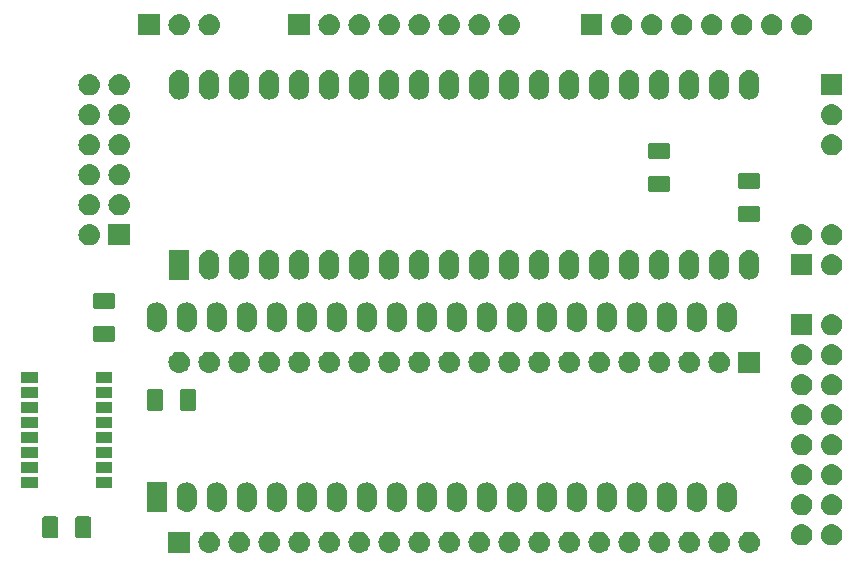
<source format=gbr>
G04 #@! TF.GenerationSoftware,KiCad,Pcbnew,5.0.2-bee76a0~70~ubuntu16.04.1*
G04 #@! TF.CreationDate,2019-06-09T21:59:07+02:00*
G04 #@! TF.ProjectId,VIAxe,56494178-652e-46b6-9963-61645f706362,rev?*
G04 #@! TF.SameCoordinates,Original*
G04 #@! TF.FileFunction,Soldermask,Top*
G04 #@! TF.FilePolarity,Negative*
%FSLAX46Y46*%
G04 Gerber Fmt 4.6, Leading zero omitted, Abs format (unit mm)*
G04 Created by KiCad (PCBNEW 5.0.2-bee76a0~70~ubuntu16.04.1) date nie, 9 cze 2019, 21:59:07*
%MOMM*%
%LPD*%
G01*
G04 APERTURE LIST*
%ADD10C,0.100000*%
G04 APERTURE END LIST*
D10*
G36*
X95360443Y-94990519D02*
X95426627Y-94997037D01*
X95539853Y-95031384D01*
X95596467Y-95048557D01*
X95735087Y-95122652D01*
X95752991Y-95132222D01*
X95788729Y-95161552D01*
X95890186Y-95244814D01*
X95967860Y-95339462D01*
X96002778Y-95382009D01*
X96012348Y-95399913D01*
X96086443Y-95538533D01*
X96086443Y-95538534D01*
X96137963Y-95708373D01*
X96155359Y-95885000D01*
X96137963Y-96061627D01*
X96130435Y-96086443D01*
X96086443Y-96231467D01*
X96012348Y-96370087D01*
X96002778Y-96387991D01*
X95973448Y-96423729D01*
X95890186Y-96525186D01*
X95788729Y-96608448D01*
X95752991Y-96637778D01*
X95752989Y-96637779D01*
X95596467Y-96721443D01*
X95539853Y-96738616D01*
X95426627Y-96772963D01*
X95360442Y-96779482D01*
X95294260Y-96786000D01*
X95205740Y-96786000D01*
X95139558Y-96779482D01*
X95073373Y-96772963D01*
X94960147Y-96738616D01*
X94903533Y-96721443D01*
X94747011Y-96637779D01*
X94747009Y-96637778D01*
X94711271Y-96608448D01*
X94609814Y-96525186D01*
X94526552Y-96423729D01*
X94497222Y-96387991D01*
X94487652Y-96370087D01*
X94413557Y-96231467D01*
X94369565Y-96086443D01*
X94362037Y-96061627D01*
X94344641Y-95885000D01*
X94362037Y-95708373D01*
X94413557Y-95538534D01*
X94413557Y-95538533D01*
X94487652Y-95399913D01*
X94497222Y-95382009D01*
X94532140Y-95339462D01*
X94609814Y-95244814D01*
X94711271Y-95161552D01*
X94747009Y-95132222D01*
X94764913Y-95122652D01*
X94903533Y-95048557D01*
X94960147Y-95031384D01*
X95073373Y-94997037D01*
X95139557Y-94990519D01*
X95205740Y-94984000D01*
X95294260Y-94984000D01*
X95360443Y-94990519D01*
X95360443Y-94990519D01*
G37*
G36*
X72500443Y-94990519D02*
X72566627Y-94997037D01*
X72679853Y-95031384D01*
X72736467Y-95048557D01*
X72875087Y-95122652D01*
X72892991Y-95132222D01*
X72928729Y-95161552D01*
X73030186Y-95244814D01*
X73107860Y-95339462D01*
X73142778Y-95382009D01*
X73152348Y-95399913D01*
X73226443Y-95538533D01*
X73226443Y-95538534D01*
X73277963Y-95708373D01*
X73295359Y-95885000D01*
X73277963Y-96061627D01*
X73270435Y-96086443D01*
X73226443Y-96231467D01*
X73152348Y-96370087D01*
X73142778Y-96387991D01*
X73113448Y-96423729D01*
X73030186Y-96525186D01*
X72928729Y-96608448D01*
X72892991Y-96637778D01*
X72892989Y-96637779D01*
X72736467Y-96721443D01*
X72679853Y-96738616D01*
X72566627Y-96772963D01*
X72500442Y-96779482D01*
X72434260Y-96786000D01*
X72345740Y-96786000D01*
X72279558Y-96779482D01*
X72213373Y-96772963D01*
X72100147Y-96738616D01*
X72043533Y-96721443D01*
X71887011Y-96637779D01*
X71887009Y-96637778D01*
X71851271Y-96608448D01*
X71749814Y-96525186D01*
X71666552Y-96423729D01*
X71637222Y-96387991D01*
X71627652Y-96370087D01*
X71553557Y-96231467D01*
X71509565Y-96086443D01*
X71502037Y-96061627D01*
X71484641Y-95885000D01*
X71502037Y-95708373D01*
X71553557Y-95538534D01*
X71553557Y-95538533D01*
X71627652Y-95399913D01*
X71637222Y-95382009D01*
X71672140Y-95339462D01*
X71749814Y-95244814D01*
X71851271Y-95161552D01*
X71887009Y-95132222D01*
X71904913Y-95122652D01*
X72043533Y-95048557D01*
X72100147Y-95031384D01*
X72213373Y-94997037D01*
X72279557Y-94990519D01*
X72345740Y-94984000D01*
X72434260Y-94984000D01*
X72500443Y-94990519D01*
X72500443Y-94990519D01*
G37*
G36*
X47891000Y-96786000D02*
X46089000Y-96786000D01*
X46089000Y-94984000D01*
X47891000Y-94984000D01*
X47891000Y-96786000D01*
X47891000Y-96786000D01*
G37*
G36*
X49640443Y-94990519D02*
X49706627Y-94997037D01*
X49819853Y-95031384D01*
X49876467Y-95048557D01*
X50015087Y-95122652D01*
X50032991Y-95132222D01*
X50068729Y-95161552D01*
X50170186Y-95244814D01*
X50247860Y-95339462D01*
X50282778Y-95382009D01*
X50292348Y-95399913D01*
X50366443Y-95538533D01*
X50366443Y-95538534D01*
X50417963Y-95708373D01*
X50435359Y-95885000D01*
X50417963Y-96061627D01*
X50410435Y-96086443D01*
X50366443Y-96231467D01*
X50292348Y-96370087D01*
X50282778Y-96387991D01*
X50253448Y-96423729D01*
X50170186Y-96525186D01*
X50068729Y-96608448D01*
X50032991Y-96637778D01*
X50032989Y-96637779D01*
X49876467Y-96721443D01*
X49819853Y-96738616D01*
X49706627Y-96772963D01*
X49640442Y-96779482D01*
X49574260Y-96786000D01*
X49485740Y-96786000D01*
X49419558Y-96779482D01*
X49353373Y-96772963D01*
X49240147Y-96738616D01*
X49183533Y-96721443D01*
X49027011Y-96637779D01*
X49027009Y-96637778D01*
X48991271Y-96608448D01*
X48889814Y-96525186D01*
X48806552Y-96423729D01*
X48777222Y-96387991D01*
X48767652Y-96370087D01*
X48693557Y-96231467D01*
X48649565Y-96086443D01*
X48642037Y-96061627D01*
X48624641Y-95885000D01*
X48642037Y-95708373D01*
X48693557Y-95538534D01*
X48693557Y-95538533D01*
X48767652Y-95399913D01*
X48777222Y-95382009D01*
X48812140Y-95339462D01*
X48889814Y-95244814D01*
X48991271Y-95161552D01*
X49027009Y-95132222D01*
X49044913Y-95122652D01*
X49183533Y-95048557D01*
X49240147Y-95031384D01*
X49353373Y-94997037D01*
X49419557Y-94990519D01*
X49485740Y-94984000D01*
X49574260Y-94984000D01*
X49640443Y-94990519D01*
X49640443Y-94990519D01*
G37*
G36*
X52180443Y-94990519D02*
X52246627Y-94997037D01*
X52359853Y-95031384D01*
X52416467Y-95048557D01*
X52555087Y-95122652D01*
X52572991Y-95132222D01*
X52608729Y-95161552D01*
X52710186Y-95244814D01*
X52787860Y-95339462D01*
X52822778Y-95382009D01*
X52832348Y-95399913D01*
X52906443Y-95538533D01*
X52906443Y-95538534D01*
X52957963Y-95708373D01*
X52975359Y-95885000D01*
X52957963Y-96061627D01*
X52950435Y-96086443D01*
X52906443Y-96231467D01*
X52832348Y-96370087D01*
X52822778Y-96387991D01*
X52793448Y-96423729D01*
X52710186Y-96525186D01*
X52608729Y-96608448D01*
X52572991Y-96637778D01*
X52572989Y-96637779D01*
X52416467Y-96721443D01*
X52359853Y-96738616D01*
X52246627Y-96772963D01*
X52180442Y-96779482D01*
X52114260Y-96786000D01*
X52025740Y-96786000D01*
X51959558Y-96779482D01*
X51893373Y-96772963D01*
X51780147Y-96738616D01*
X51723533Y-96721443D01*
X51567011Y-96637779D01*
X51567009Y-96637778D01*
X51531271Y-96608448D01*
X51429814Y-96525186D01*
X51346552Y-96423729D01*
X51317222Y-96387991D01*
X51307652Y-96370087D01*
X51233557Y-96231467D01*
X51189565Y-96086443D01*
X51182037Y-96061627D01*
X51164641Y-95885000D01*
X51182037Y-95708373D01*
X51233557Y-95538534D01*
X51233557Y-95538533D01*
X51307652Y-95399913D01*
X51317222Y-95382009D01*
X51352140Y-95339462D01*
X51429814Y-95244814D01*
X51531271Y-95161552D01*
X51567009Y-95132222D01*
X51584913Y-95122652D01*
X51723533Y-95048557D01*
X51780147Y-95031384D01*
X51893373Y-94997037D01*
X51959557Y-94990519D01*
X52025740Y-94984000D01*
X52114260Y-94984000D01*
X52180443Y-94990519D01*
X52180443Y-94990519D01*
G37*
G36*
X54720443Y-94990519D02*
X54786627Y-94997037D01*
X54899853Y-95031384D01*
X54956467Y-95048557D01*
X55095087Y-95122652D01*
X55112991Y-95132222D01*
X55148729Y-95161552D01*
X55250186Y-95244814D01*
X55327860Y-95339462D01*
X55362778Y-95382009D01*
X55372348Y-95399913D01*
X55446443Y-95538533D01*
X55446443Y-95538534D01*
X55497963Y-95708373D01*
X55515359Y-95885000D01*
X55497963Y-96061627D01*
X55490435Y-96086443D01*
X55446443Y-96231467D01*
X55372348Y-96370087D01*
X55362778Y-96387991D01*
X55333448Y-96423729D01*
X55250186Y-96525186D01*
X55148729Y-96608448D01*
X55112991Y-96637778D01*
X55112989Y-96637779D01*
X54956467Y-96721443D01*
X54899853Y-96738616D01*
X54786627Y-96772963D01*
X54720442Y-96779482D01*
X54654260Y-96786000D01*
X54565740Y-96786000D01*
X54499558Y-96779482D01*
X54433373Y-96772963D01*
X54320147Y-96738616D01*
X54263533Y-96721443D01*
X54107011Y-96637779D01*
X54107009Y-96637778D01*
X54071271Y-96608448D01*
X53969814Y-96525186D01*
X53886552Y-96423729D01*
X53857222Y-96387991D01*
X53847652Y-96370087D01*
X53773557Y-96231467D01*
X53729565Y-96086443D01*
X53722037Y-96061627D01*
X53704641Y-95885000D01*
X53722037Y-95708373D01*
X53773557Y-95538534D01*
X53773557Y-95538533D01*
X53847652Y-95399913D01*
X53857222Y-95382009D01*
X53892140Y-95339462D01*
X53969814Y-95244814D01*
X54071271Y-95161552D01*
X54107009Y-95132222D01*
X54124913Y-95122652D01*
X54263533Y-95048557D01*
X54320147Y-95031384D01*
X54433373Y-94997037D01*
X54499557Y-94990519D01*
X54565740Y-94984000D01*
X54654260Y-94984000D01*
X54720443Y-94990519D01*
X54720443Y-94990519D01*
G37*
G36*
X57260443Y-94990519D02*
X57326627Y-94997037D01*
X57439853Y-95031384D01*
X57496467Y-95048557D01*
X57635087Y-95122652D01*
X57652991Y-95132222D01*
X57688729Y-95161552D01*
X57790186Y-95244814D01*
X57867860Y-95339462D01*
X57902778Y-95382009D01*
X57912348Y-95399913D01*
X57986443Y-95538533D01*
X57986443Y-95538534D01*
X58037963Y-95708373D01*
X58055359Y-95885000D01*
X58037963Y-96061627D01*
X58030435Y-96086443D01*
X57986443Y-96231467D01*
X57912348Y-96370087D01*
X57902778Y-96387991D01*
X57873448Y-96423729D01*
X57790186Y-96525186D01*
X57688729Y-96608448D01*
X57652991Y-96637778D01*
X57652989Y-96637779D01*
X57496467Y-96721443D01*
X57439853Y-96738616D01*
X57326627Y-96772963D01*
X57260442Y-96779482D01*
X57194260Y-96786000D01*
X57105740Y-96786000D01*
X57039558Y-96779482D01*
X56973373Y-96772963D01*
X56860147Y-96738616D01*
X56803533Y-96721443D01*
X56647011Y-96637779D01*
X56647009Y-96637778D01*
X56611271Y-96608448D01*
X56509814Y-96525186D01*
X56426552Y-96423729D01*
X56397222Y-96387991D01*
X56387652Y-96370087D01*
X56313557Y-96231467D01*
X56269565Y-96086443D01*
X56262037Y-96061627D01*
X56244641Y-95885000D01*
X56262037Y-95708373D01*
X56313557Y-95538534D01*
X56313557Y-95538533D01*
X56387652Y-95399913D01*
X56397222Y-95382009D01*
X56432140Y-95339462D01*
X56509814Y-95244814D01*
X56611271Y-95161552D01*
X56647009Y-95132222D01*
X56664913Y-95122652D01*
X56803533Y-95048557D01*
X56860147Y-95031384D01*
X56973373Y-94997037D01*
X57039557Y-94990519D01*
X57105740Y-94984000D01*
X57194260Y-94984000D01*
X57260443Y-94990519D01*
X57260443Y-94990519D01*
G37*
G36*
X59800443Y-94990519D02*
X59866627Y-94997037D01*
X59979853Y-95031384D01*
X60036467Y-95048557D01*
X60175087Y-95122652D01*
X60192991Y-95132222D01*
X60228729Y-95161552D01*
X60330186Y-95244814D01*
X60407860Y-95339462D01*
X60442778Y-95382009D01*
X60452348Y-95399913D01*
X60526443Y-95538533D01*
X60526443Y-95538534D01*
X60577963Y-95708373D01*
X60595359Y-95885000D01*
X60577963Y-96061627D01*
X60570435Y-96086443D01*
X60526443Y-96231467D01*
X60452348Y-96370087D01*
X60442778Y-96387991D01*
X60413448Y-96423729D01*
X60330186Y-96525186D01*
X60228729Y-96608448D01*
X60192991Y-96637778D01*
X60192989Y-96637779D01*
X60036467Y-96721443D01*
X59979853Y-96738616D01*
X59866627Y-96772963D01*
X59800442Y-96779482D01*
X59734260Y-96786000D01*
X59645740Y-96786000D01*
X59579558Y-96779482D01*
X59513373Y-96772963D01*
X59400147Y-96738616D01*
X59343533Y-96721443D01*
X59187011Y-96637779D01*
X59187009Y-96637778D01*
X59151271Y-96608448D01*
X59049814Y-96525186D01*
X58966552Y-96423729D01*
X58937222Y-96387991D01*
X58927652Y-96370087D01*
X58853557Y-96231467D01*
X58809565Y-96086443D01*
X58802037Y-96061627D01*
X58784641Y-95885000D01*
X58802037Y-95708373D01*
X58853557Y-95538534D01*
X58853557Y-95538533D01*
X58927652Y-95399913D01*
X58937222Y-95382009D01*
X58972140Y-95339462D01*
X59049814Y-95244814D01*
X59151271Y-95161552D01*
X59187009Y-95132222D01*
X59204913Y-95122652D01*
X59343533Y-95048557D01*
X59400147Y-95031384D01*
X59513373Y-94997037D01*
X59579557Y-94990519D01*
X59645740Y-94984000D01*
X59734260Y-94984000D01*
X59800443Y-94990519D01*
X59800443Y-94990519D01*
G37*
G36*
X62340443Y-94990519D02*
X62406627Y-94997037D01*
X62519853Y-95031384D01*
X62576467Y-95048557D01*
X62715087Y-95122652D01*
X62732991Y-95132222D01*
X62768729Y-95161552D01*
X62870186Y-95244814D01*
X62947860Y-95339462D01*
X62982778Y-95382009D01*
X62992348Y-95399913D01*
X63066443Y-95538533D01*
X63066443Y-95538534D01*
X63117963Y-95708373D01*
X63135359Y-95885000D01*
X63117963Y-96061627D01*
X63110435Y-96086443D01*
X63066443Y-96231467D01*
X62992348Y-96370087D01*
X62982778Y-96387991D01*
X62953448Y-96423729D01*
X62870186Y-96525186D01*
X62768729Y-96608448D01*
X62732991Y-96637778D01*
X62732989Y-96637779D01*
X62576467Y-96721443D01*
X62519853Y-96738616D01*
X62406627Y-96772963D01*
X62340442Y-96779482D01*
X62274260Y-96786000D01*
X62185740Y-96786000D01*
X62119558Y-96779482D01*
X62053373Y-96772963D01*
X61940147Y-96738616D01*
X61883533Y-96721443D01*
X61727011Y-96637779D01*
X61727009Y-96637778D01*
X61691271Y-96608448D01*
X61589814Y-96525186D01*
X61506552Y-96423729D01*
X61477222Y-96387991D01*
X61467652Y-96370087D01*
X61393557Y-96231467D01*
X61349565Y-96086443D01*
X61342037Y-96061627D01*
X61324641Y-95885000D01*
X61342037Y-95708373D01*
X61393557Y-95538534D01*
X61393557Y-95538533D01*
X61467652Y-95399913D01*
X61477222Y-95382009D01*
X61512140Y-95339462D01*
X61589814Y-95244814D01*
X61691271Y-95161552D01*
X61727009Y-95132222D01*
X61744913Y-95122652D01*
X61883533Y-95048557D01*
X61940147Y-95031384D01*
X62053373Y-94997037D01*
X62119557Y-94990519D01*
X62185740Y-94984000D01*
X62274260Y-94984000D01*
X62340443Y-94990519D01*
X62340443Y-94990519D01*
G37*
G36*
X64880443Y-94990519D02*
X64946627Y-94997037D01*
X65059853Y-95031384D01*
X65116467Y-95048557D01*
X65255087Y-95122652D01*
X65272991Y-95132222D01*
X65308729Y-95161552D01*
X65410186Y-95244814D01*
X65487860Y-95339462D01*
X65522778Y-95382009D01*
X65532348Y-95399913D01*
X65606443Y-95538533D01*
X65606443Y-95538534D01*
X65657963Y-95708373D01*
X65675359Y-95885000D01*
X65657963Y-96061627D01*
X65650435Y-96086443D01*
X65606443Y-96231467D01*
X65532348Y-96370087D01*
X65522778Y-96387991D01*
X65493448Y-96423729D01*
X65410186Y-96525186D01*
X65308729Y-96608448D01*
X65272991Y-96637778D01*
X65272989Y-96637779D01*
X65116467Y-96721443D01*
X65059853Y-96738616D01*
X64946627Y-96772963D01*
X64880442Y-96779482D01*
X64814260Y-96786000D01*
X64725740Y-96786000D01*
X64659558Y-96779482D01*
X64593373Y-96772963D01*
X64480147Y-96738616D01*
X64423533Y-96721443D01*
X64267011Y-96637779D01*
X64267009Y-96637778D01*
X64231271Y-96608448D01*
X64129814Y-96525186D01*
X64046552Y-96423729D01*
X64017222Y-96387991D01*
X64007652Y-96370087D01*
X63933557Y-96231467D01*
X63889565Y-96086443D01*
X63882037Y-96061627D01*
X63864641Y-95885000D01*
X63882037Y-95708373D01*
X63933557Y-95538534D01*
X63933557Y-95538533D01*
X64007652Y-95399913D01*
X64017222Y-95382009D01*
X64052140Y-95339462D01*
X64129814Y-95244814D01*
X64231271Y-95161552D01*
X64267009Y-95132222D01*
X64284913Y-95122652D01*
X64423533Y-95048557D01*
X64480147Y-95031384D01*
X64593373Y-94997037D01*
X64659557Y-94990519D01*
X64725740Y-94984000D01*
X64814260Y-94984000D01*
X64880443Y-94990519D01*
X64880443Y-94990519D01*
G37*
G36*
X67420443Y-94990519D02*
X67486627Y-94997037D01*
X67599853Y-95031384D01*
X67656467Y-95048557D01*
X67795087Y-95122652D01*
X67812991Y-95132222D01*
X67848729Y-95161552D01*
X67950186Y-95244814D01*
X68027860Y-95339462D01*
X68062778Y-95382009D01*
X68072348Y-95399913D01*
X68146443Y-95538533D01*
X68146443Y-95538534D01*
X68197963Y-95708373D01*
X68215359Y-95885000D01*
X68197963Y-96061627D01*
X68190435Y-96086443D01*
X68146443Y-96231467D01*
X68072348Y-96370087D01*
X68062778Y-96387991D01*
X68033448Y-96423729D01*
X67950186Y-96525186D01*
X67848729Y-96608448D01*
X67812991Y-96637778D01*
X67812989Y-96637779D01*
X67656467Y-96721443D01*
X67599853Y-96738616D01*
X67486627Y-96772963D01*
X67420442Y-96779482D01*
X67354260Y-96786000D01*
X67265740Y-96786000D01*
X67199558Y-96779482D01*
X67133373Y-96772963D01*
X67020147Y-96738616D01*
X66963533Y-96721443D01*
X66807011Y-96637779D01*
X66807009Y-96637778D01*
X66771271Y-96608448D01*
X66669814Y-96525186D01*
X66586552Y-96423729D01*
X66557222Y-96387991D01*
X66547652Y-96370087D01*
X66473557Y-96231467D01*
X66429565Y-96086443D01*
X66422037Y-96061627D01*
X66404641Y-95885000D01*
X66422037Y-95708373D01*
X66473557Y-95538534D01*
X66473557Y-95538533D01*
X66547652Y-95399913D01*
X66557222Y-95382009D01*
X66592140Y-95339462D01*
X66669814Y-95244814D01*
X66771271Y-95161552D01*
X66807009Y-95132222D01*
X66824913Y-95122652D01*
X66963533Y-95048557D01*
X67020147Y-95031384D01*
X67133373Y-94997037D01*
X67199557Y-94990519D01*
X67265740Y-94984000D01*
X67354260Y-94984000D01*
X67420443Y-94990519D01*
X67420443Y-94990519D01*
G37*
G36*
X75040443Y-94990519D02*
X75106627Y-94997037D01*
X75219853Y-95031384D01*
X75276467Y-95048557D01*
X75415087Y-95122652D01*
X75432991Y-95132222D01*
X75468729Y-95161552D01*
X75570186Y-95244814D01*
X75647860Y-95339462D01*
X75682778Y-95382009D01*
X75692348Y-95399913D01*
X75766443Y-95538533D01*
X75766443Y-95538534D01*
X75817963Y-95708373D01*
X75835359Y-95885000D01*
X75817963Y-96061627D01*
X75810435Y-96086443D01*
X75766443Y-96231467D01*
X75692348Y-96370087D01*
X75682778Y-96387991D01*
X75653448Y-96423729D01*
X75570186Y-96525186D01*
X75468729Y-96608448D01*
X75432991Y-96637778D01*
X75432989Y-96637779D01*
X75276467Y-96721443D01*
X75219853Y-96738616D01*
X75106627Y-96772963D01*
X75040442Y-96779482D01*
X74974260Y-96786000D01*
X74885740Y-96786000D01*
X74819558Y-96779482D01*
X74753373Y-96772963D01*
X74640147Y-96738616D01*
X74583533Y-96721443D01*
X74427011Y-96637779D01*
X74427009Y-96637778D01*
X74391271Y-96608448D01*
X74289814Y-96525186D01*
X74206552Y-96423729D01*
X74177222Y-96387991D01*
X74167652Y-96370087D01*
X74093557Y-96231467D01*
X74049565Y-96086443D01*
X74042037Y-96061627D01*
X74024641Y-95885000D01*
X74042037Y-95708373D01*
X74093557Y-95538534D01*
X74093557Y-95538533D01*
X74167652Y-95399913D01*
X74177222Y-95382009D01*
X74212140Y-95339462D01*
X74289814Y-95244814D01*
X74391271Y-95161552D01*
X74427009Y-95132222D01*
X74444913Y-95122652D01*
X74583533Y-95048557D01*
X74640147Y-95031384D01*
X74753373Y-94997037D01*
X74819557Y-94990519D01*
X74885740Y-94984000D01*
X74974260Y-94984000D01*
X75040443Y-94990519D01*
X75040443Y-94990519D01*
G37*
G36*
X77580443Y-94990519D02*
X77646627Y-94997037D01*
X77759853Y-95031384D01*
X77816467Y-95048557D01*
X77955087Y-95122652D01*
X77972991Y-95132222D01*
X78008729Y-95161552D01*
X78110186Y-95244814D01*
X78187860Y-95339462D01*
X78222778Y-95382009D01*
X78232348Y-95399913D01*
X78306443Y-95538533D01*
X78306443Y-95538534D01*
X78357963Y-95708373D01*
X78375359Y-95885000D01*
X78357963Y-96061627D01*
X78350435Y-96086443D01*
X78306443Y-96231467D01*
X78232348Y-96370087D01*
X78222778Y-96387991D01*
X78193448Y-96423729D01*
X78110186Y-96525186D01*
X78008729Y-96608448D01*
X77972991Y-96637778D01*
X77972989Y-96637779D01*
X77816467Y-96721443D01*
X77759853Y-96738616D01*
X77646627Y-96772963D01*
X77580442Y-96779482D01*
X77514260Y-96786000D01*
X77425740Y-96786000D01*
X77359558Y-96779482D01*
X77293373Y-96772963D01*
X77180147Y-96738616D01*
X77123533Y-96721443D01*
X76967011Y-96637779D01*
X76967009Y-96637778D01*
X76931271Y-96608448D01*
X76829814Y-96525186D01*
X76746552Y-96423729D01*
X76717222Y-96387991D01*
X76707652Y-96370087D01*
X76633557Y-96231467D01*
X76589565Y-96086443D01*
X76582037Y-96061627D01*
X76564641Y-95885000D01*
X76582037Y-95708373D01*
X76633557Y-95538534D01*
X76633557Y-95538533D01*
X76707652Y-95399913D01*
X76717222Y-95382009D01*
X76752140Y-95339462D01*
X76829814Y-95244814D01*
X76931271Y-95161552D01*
X76967009Y-95132222D01*
X76984913Y-95122652D01*
X77123533Y-95048557D01*
X77180147Y-95031384D01*
X77293373Y-94997037D01*
X77359557Y-94990519D01*
X77425740Y-94984000D01*
X77514260Y-94984000D01*
X77580443Y-94990519D01*
X77580443Y-94990519D01*
G37*
G36*
X80120443Y-94990519D02*
X80186627Y-94997037D01*
X80299853Y-95031384D01*
X80356467Y-95048557D01*
X80495087Y-95122652D01*
X80512991Y-95132222D01*
X80548729Y-95161552D01*
X80650186Y-95244814D01*
X80727860Y-95339462D01*
X80762778Y-95382009D01*
X80772348Y-95399913D01*
X80846443Y-95538533D01*
X80846443Y-95538534D01*
X80897963Y-95708373D01*
X80915359Y-95885000D01*
X80897963Y-96061627D01*
X80890435Y-96086443D01*
X80846443Y-96231467D01*
X80772348Y-96370087D01*
X80762778Y-96387991D01*
X80733448Y-96423729D01*
X80650186Y-96525186D01*
X80548729Y-96608448D01*
X80512991Y-96637778D01*
X80512989Y-96637779D01*
X80356467Y-96721443D01*
X80299853Y-96738616D01*
X80186627Y-96772963D01*
X80120442Y-96779482D01*
X80054260Y-96786000D01*
X79965740Y-96786000D01*
X79899558Y-96779482D01*
X79833373Y-96772963D01*
X79720147Y-96738616D01*
X79663533Y-96721443D01*
X79507011Y-96637779D01*
X79507009Y-96637778D01*
X79471271Y-96608448D01*
X79369814Y-96525186D01*
X79286552Y-96423729D01*
X79257222Y-96387991D01*
X79247652Y-96370087D01*
X79173557Y-96231467D01*
X79129565Y-96086443D01*
X79122037Y-96061627D01*
X79104641Y-95885000D01*
X79122037Y-95708373D01*
X79173557Y-95538534D01*
X79173557Y-95538533D01*
X79247652Y-95399913D01*
X79257222Y-95382009D01*
X79292140Y-95339462D01*
X79369814Y-95244814D01*
X79471271Y-95161552D01*
X79507009Y-95132222D01*
X79524913Y-95122652D01*
X79663533Y-95048557D01*
X79720147Y-95031384D01*
X79833373Y-94997037D01*
X79899557Y-94990519D01*
X79965740Y-94984000D01*
X80054260Y-94984000D01*
X80120443Y-94990519D01*
X80120443Y-94990519D01*
G37*
G36*
X82660443Y-94990519D02*
X82726627Y-94997037D01*
X82839853Y-95031384D01*
X82896467Y-95048557D01*
X83035087Y-95122652D01*
X83052991Y-95132222D01*
X83088729Y-95161552D01*
X83190186Y-95244814D01*
X83267860Y-95339462D01*
X83302778Y-95382009D01*
X83312348Y-95399913D01*
X83386443Y-95538533D01*
X83386443Y-95538534D01*
X83437963Y-95708373D01*
X83455359Y-95885000D01*
X83437963Y-96061627D01*
X83430435Y-96086443D01*
X83386443Y-96231467D01*
X83312348Y-96370087D01*
X83302778Y-96387991D01*
X83273448Y-96423729D01*
X83190186Y-96525186D01*
X83088729Y-96608448D01*
X83052991Y-96637778D01*
X83052989Y-96637779D01*
X82896467Y-96721443D01*
X82839853Y-96738616D01*
X82726627Y-96772963D01*
X82660442Y-96779482D01*
X82594260Y-96786000D01*
X82505740Y-96786000D01*
X82439558Y-96779482D01*
X82373373Y-96772963D01*
X82260147Y-96738616D01*
X82203533Y-96721443D01*
X82047011Y-96637779D01*
X82047009Y-96637778D01*
X82011271Y-96608448D01*
X81909814Y-96525186D01*
X81826552Y-96423729D01*
X81797222Y-96387991D01*
X81787652Y-96370087D01*
X81713557Y-96231467D01*
X81669565Y-96086443D01*
X81662037Y-96061627D01*
X81644641Y-95885000D01*
X81662037Y-95708373D01*
X81713557Y-95538534D01*
X81713557Y-95538533D01*
X81787652Y-95399913D01*
X81797222Y-95382009D01*
X81832140Y-95339462D01*
X81909814Y-95244814D01*
X82011271Y-95161552D01*
X82047009Y-95132222D01*
X82064913Y-95122652D01*
X82203533Y-95048557D01*
X82260147Y-95031384D01*
X82373373Y-94997037D01*
X82439557Y-94990519D01*
X82505740Y-94984000D01*
X82594260Y-94984000D01*
X82660443Y-94990519D01*
X82660443Y-94990519D01*
G37*
G36*
X85200443Y-94990519D02*
X85266627Y-94997037D01*
X85379853Y-95031384D01*
X85436467Y-95048557D01*
X85575087Y-95122652D01*
X85592991Y-95132222D01*
X85628729Y-95161552D01*
X85730186Y-95244814D01*
X85807860Y-95339462D01*
X85842778Y-95382009D01*
X85852348Y-95399913D01*
X85926443Y-95538533D01*
X85926443Y-95538534D01*
X85977963Y-95708373D01*
X85995359Y-95885000D01*
X85977963Y-96061627D01*
X85970435Y-96086443D01*
X85926443Y-96231467D01*
X85852348Y-96370087D01*
X85842778Y-96387991D01*
X85813448Y-96423729D01*
X85730186Y-96525186D01*
X85628729Y-96608448D01*
X85592991Y-96637778D01*
X85592989Y-96637779D01*
X85436467Y-96721443D01*
X85379853Y-96738616D01*
X85266627Y-96772963D01*
X85200442Y-96779482D01*
X85134260Y-96786000D01*
X85045740Y-96786000D01*
X84979558Y-96779482D01*
X84913373Y-96772963D01*
X84800147Y-96738616D01*
X84743533Y-96721443D01*
X84587011Y-96637779D01*
X84587009Y-96637778D01*
X84551271Y-96608448D01*
X84449814Y-96525186D01*
X84366552Y-96423729D01*
X84337222Y-96387991D01*
X84327652Y-96370087D01*
X84253557Y-96231467D01*
X84209565Y-96086443D01*
X84202037Y-96061627D01*
X84184641Y-95885000D01*
X84202037Y-95708373D01*
X84253557Y-95538534D01*
X84253557Y-95538533D01*
X84327652Y-95399913D01*
X84337222Y-95382009D01*
X84372140Y-95339462D01*
X84449814Y-95244814D01*
X84551271Y-95161552D01*
X84587009Y-95132222D01*
X84604913Y-95122652D01*
X84743533Y-95048557D01*
X84800147Y-95031384D01*
X84913373Y-94997037D01*
X84979557Y-94990519D01*
X85045740Y-94984000D01*
X85134260Y-94984000D01*
X85200443Y-94990519D01*
X85200443Y-94990519D01*
G37*
G36*
X87740443Y-94990519D02*
X87806627Y-94997037D01*
X87919853Y-95031384D01*
X87976467Y-95048557D01*
X88115087Y-95122652D01*
X88132991Y-95132222D01*
X88168729Y-95161552D01*
X88270186Y-95244814D01*
X88347860Y-95339462D01*
X88382778Y-95382009D01*
X88392348Y-95399913D01*
X88466443Y-95538533D01*
X88466443Y-95538534D01*
X88517963Y-95708373D01*
X88535359Y-95885000D01*
X88517963Y-96061627D01*
X88510435Y-96086443D01*
X88466443Y-96231467D01*
X88392348Y-96370087D01*
X88382778Y-96387991D01*
X88353448Y-96423729D01*
X88270186Y-96525186D01*
X88168729Y-96608448D01*
X88132991Y-96637778D01*
X88132989Y-96637779D01*
X87976467Y-96721443D01*
X87919853Y-96738616D01*
X87806627Y-96772963D01*
X87740442Y-96779482D01*
X87674260Y-96786000D01*
X87585740Y-96786000D01*
X87519558Y-96779482D01*
X87453373Y-96772963D01*
X87340147Y-96738616D01*
X87283533Y-96721443D01*
X87127011Y-96637779D01*
X87127009Y-96637778D01*
X87091271Y-96608448D01*
X86989814Y-96525186D01*
X86906552Y-96423729D01*
X86877222Y-96387991D01*
X86867652Y-96370087D01*
X86793557Y-96231467D01*
X86749565Y-96086443D01*
X86742037Y-96061627D01*
X86724641Y-95885000D01*
X86742037Y-95708373D01*
X86793557Y-95538534D01*
X86793557Y-95538533D01*
X86867652Y-95399913D01*
X86877222Y-95382009D01*
X86912140Y-95339462D01*
X86989814Y-95244814D01*
X87091271Y-95161552D01*
X87127009Y-95132222D01*
X87144913Y-95122652D01*
X87283533Y-95048557D01*
X87340147Y-95031384D01*
X87453373Y-94997037D01*
X87519557Y-94990519D01*
X87585740Y-94984000D01*
X87674260Y-94984000D01*
X87740443Y-94990519D01*
X87740443Y-94990519D01*
G37*
G36*
X90280443Y-94990519D02*
X90346627Y-94997037D01*
X90459853Y-95031384D01*
X90516467Y-95048557D01*
X90655087Y-95122652D01*
X90672991Y-95132222D01*
X90708729Y-95161552D01*
X90810186Y-95244814D01*
X90887860Y-95339462D01*
X90922778Y-95382009D01*
X90932348Y-95399913D01*
X91006443Y-95538533D01*
X91006443Y-95538534D01*
X91057963Y-95708373D01*
X91075359Y-95885000D01*
X91057963Y-96061627D01*
X91050435Y-96086443D01*
X91006443Y-96231467D01*
X90932348Y-96370087D01*
X90922778Y-96387991D01*
X90893448Y-96423729D01*
X90810186Y-96525186D01*
X90708729Y-96608448D01*
X90672991Y-96637778D01*
X90672989Y-96637779D01*
X90516467Y-96721443D01*
X90459853Y-96738616D01*
X90346627Y-96772963D01*
X90280442Y-96779482D01*
X90214260Y-96786000D01*
X90125740Y-96786000D01*
X90059558Y-96779482D01*
X89993373Y-96772963D01*
X89880147Y-96738616D01*
X89823533Y-96721443D01*
X89667011Y-96637779D01*
X89667009Y-96637778D01*
X89631271Y-96608448D01*
X89529814Y-96525186D01*
X89446552Y-96423729D01*
X89417222Y-96387991D01*
X89407652Y-96370087D01*
X89333557Y-96231467D01*
X89289565Y-96086443D01*
X89282037Y-96061627D01*
X89264641Y-95885000D01*
X89282037Y-95708373D01*
X89333557Y-95538534D01*
X89333557Y-95538533D01*
X89407652Y-95399913D01*
X89417222Y-95382009D01*
X89452140Y-95339462D01*
X89529814Y-95244814D01*
X89631271Y-95161552D01*
X89667009Y-95132222D01*
X89684913Y-95122652D01*
X89823533Y-95048557D01*
X89880147Y-95031384D01*
X89993373Y-94997037D01*
X90059557Y-94990519D01*
X90125740Y-94984000D01*
X90214260Y-94984000D01*
X90280443Y-94990519D01*
X90280443Y-94990519D01*
G37*
G36*
X92820443Y-94990519D02*
X92886627Y-94997037D01*
X92999853Y-95031384D01*
X93056467Y-95048557D01*
X93195087Y-95122652D01*
X93212991Y-95132222D01*
X93248729Y-95161552D01*
X93350186Y-95244814D01*
X93427860Y-95339462D01*
X93462778Y-95382009D01*
X93472348Y-95399913D01*
X93546443Y-95538533D01*
X93546443Y-95538534D01*
X93597963Y-95708373D01*
X93615359Y-95885000D01*
X93597963Y-96061627D01*
X93590435Y-96086443D01*
X93546443Y-96231467D01*
X93472348Y-96370087D01*
X93462778Y-96387991D01*
X93433448Y-96423729D01*
X93350186Y-96525186D01*
X93248729Y-96608448D01*
X93212991Y-96637778D01*
X93212989Y-96637779D01*
X93056467Y-96721443D01*
X92999853Y-96738616D01*
X92886627Y-96772963D01*
X92820442Y-96779482D01*
X92754260Y-96786000D01*
X92665740Y-96786000D01*
X92599558Y-96779482D01*
X92533373Y-96772963D01*
X92420147Y-96738616D01*
X92363533Y-96721443D01*
X92207011Y-96637779D01*
X92207009Y-96637778D01*
X92171271Y-96608448D01*
X92069814Y-96525186D01*
X91986552Y-96423729D01*
X91957222Y-96387991D01*
X91947652Y-96370087D01*
X91873557Y-96231467D01*
X91829565Y-96086443D01*
X91822037Y-96061627D01*
X91804641Y-95885000D01*
X91822037Y-95708373D01*
X91873557Y-95538534D01*
X91873557Y-95538533D01*
X91947652Y-95399913D01*
X91957222Y-95382009D01*
X91992140Y-95339462D01*
X92069814Y-95244814D01*
X92171271Y-95161552D01*
X92207009Y-95132222D01*
X92224913Y-95122652D01*
X92363533Y-95048557D01*
X92420147Y-95031384D01*
X92533373Y-94997037D01*
X92599557Y-94990519D01*
X92665740Y-94984000D01*
X92754260Y-94984000D01*
X92820443Y-94990519D01*
X92820443Y-94990519D01*
G37*
G36*
X69960443Y-94990519D02*
X70026627Y-94997037D01*
X70139853Y-95031384D01*
X70196467Y-95048557D01*
X70335087Y-95122652D01*
X70352991Y-95132222D01*
X70388729Y-95161552D01*
X70490186Y-95244814D01*
X70567860Y-95339462D01*
X70602778Y-95382009D01*
X70612348Y-95399913D01*
X70686443Y-95538533D01*
X70686443Y-95538534D01*
X70737963Y-95708373D01*
X70755359Y-95885000D01*
X70737963Y-96061627D01*
X70730435Y-96086443D01*
X70686443Y-96231467D01*
X70612348Y-96370087D01*
X70602778Y-96387991D01*
X70573448Y-96423729D01*
X70490186Y-96525186D01*
X70388729Y-96608448D01*
X70352991Y-96637778D01*
X70352989Y-96637779D01*
X70196467Y-96721443D01*
X70139853Y-96738616D01*
X70026627Y-96772963D01*
X69960442Y-96779482D01*
X69894260Y-96786000D01*
X69805740Y-96786000D01*
X69739558Y-96779482D01*
X69673373Y-96772963D01*
X69560147Y-96738616D01*
X69503533Y-96721443D01*
X69347011Y-96637779D01*
X69347009Y-96637778D01*
X69311271Y-96608448D01*
X69209814Y-96525186D01*
X69126552Y-96423729D01*
X69097222Y-96387991D01*
X69087652Y-96370087D01*
X69013557Y-96231467D01*
X68969565Y-96086443D01*
X68962037Y-96061627D01*
X68944641Y-95885000D01*
X68962037Y-95708373D01*
X69013557Y-95538534D01*
X69013557Y-95538533D01*
X69087652Y-95399913D01*
X69097222Y-95382009D01*
X69132140Y-95339462D01*
X69209814Y-95244814D01*
X69311271Y-95161552D01*
X69347009Y-95132222D01*
X69364913Y-95122652D01*
X69503533Y-95048557D01*
X69560147Y-95031384D01*
X69673373Y-94997037D01*
X69739557Y-94990519D01*
X69805740Y-94984000D01*
X69894260Y-94984000D01*
X69960443Y-94990519D01*
X69960443Y-94990519D01*
G37*
G36*
X102345442Y-94355518D02*
X102411627Y-94362037D01*
X102524853Y-94396384D01*
X102581467Y-94413557D01*
X102720087Y-94487652D01*
X102737991Y-94497222D01*
X102773729Y-94526552D01*
X102875186Y-94609814D01*
X102958448Y-94711271D01*
X102987778Y-94747009D01*
X102987779Y-94747011D01*
X103071443Y-94903533D01*
X103071443Y-94903534D01*
X103122963Y-95073373D01*
X103140359Y-95250000D01*
X103122963Y-95426627D01*
X103094512Y-95520417D01*
X103071443Y-95596467D01*
X103011627Y-95708373D01*
X102987778Y-95752991D01*
X102958448Y-95788729D01*
X102875186Y-95890186D01*
X102773729Y-95973448D01*
X102737991Y-96002778D01*
X102737989Y-96002779D01*
X102581467Y-96086443D01*
X102524853Y-96103616D01*
X102411627Y-96137963D01*
X102345443Y-96144481D01*
X102279260Y-96151000D01*
X102190740Y-96151000D01*
X102124558Y-96144482D01*
X102058373Y-96137963D01*
X101945147Y-96103616D01*
X101888533Y-96086443D01*
X101732011Y-96002779D01*
X101732009Y-96002778D01*
X101696271Y-95973448D01*
X101594814Y-95890186D01*
X101511552Y-95788729D01*
X101482222Y-95752991D01*
X101458373Y-95708373D01*
X101398557Y-95596467D01*
X101375488Y-95520417D01*
X101347037Y-95426627D01*
X101329641Y-95250000D01*
X101347037Y-95073373D01*
X101398557Y-94903534D01*
X101398557Y-94903533D01*
X101482221Y-94747011D01*
X101482222Y-94747009D01*
X101511552Y-94711271D01*
X101594814Y-94609814D01*
X101696271Y-94526552D01*
X101732009Y-94497222D01*
X101749913Y-94487652D01*
X101888533Y-94413557D01*
X101945147Y-94396384D01*
X102058373Y-94362037D01*
X102124558Y-94355518D01*
X102190740Y-94349000D01*
X102279260Y-94349000D01*
X102345442Y-94355518D01*
X102345442Y-94355518D01*
G37*
G36*
X99805442Y-94355518D02*
X99871627Y-94362037D01*
X99984853Y-94396384D01*
X100041467Y-94413557D01*
X100180087Y-94487652D01*
X100197991Y-94497222D01*
X100233729Y-94526552D01*
X100335186Y-94609814D01*
X100418448Y-94711271D01*
X100447778Y-94747009D01*
X100447779Y-94747011D01*
X100531443Y-94903533D01*
X100531443Y-94903534D01*
X100582963Y-95073373D01*
X100600359Y-95250000D01*
X100582963Y-95426627D01*
X100554512Y-95520417D01*
X100531443Y-95596467D01*
X100471627Y-95708373D01*
X100447778Y-95752991D01*
X100418448Y-95788729D01*
X100335186Y-95890186D01*
X100233729Y-95973448D01*
X100197991Y-96002778D01*
X100197989Y-96002779D01*
X100041467Y-96086443D01*
X99984853Y-96103616D01*
X99871627Y-96137963D01*
X99805443Y-96144481D01*
X99739260Y-96151000D01*
X99650740Y-96151000D01*
X99584558Y-96144482D01*
X99518373Y-96137963D01*
X99405147Y-96103616D01*
X99348533Y-96086443D01*
X99192011Y-96002779D01*
X99192009Y-96002778D01*
X99156271Y-95973448D01*
X99054814Y-95890186D01*
X98971552Y-95788729D01*
X98942222Y-95752991D01*
X98918373Y-95708373D01*
X98858557Y-95596467D01*
X98835488Y-95520417D01*
X98807037Y-95426627D01*
X98789641Y-95250000D01*
X98807037Y-95073373D01*
X98858557Y-94903534D01*
X98858557Y-94903533D01*
X98942221Y-94747011D01*
X98942222Y-94747009D01*
X98971552Y-94711271D01*
X99054814Y-94609814D01*
X99156271Y-94526552D01*
X99192009Y-94497222D01*
X99209913Y-94487652D01*
X99348533Y-94413557D01*
X99405147Y-94396384D01*
X99518373Y-94362037D01*
X99584558Y-94355518D01*
X99650740Y-94349000D01*
X99739260Y-94349000D01*
X99805442Y-94355518D01*
X99805442Y-94355518D01*
G37*
G36*
X39383604Y-93693347D02*
X39420145Y-93704432D01*
X39453820Y-93722431D01*
X39483341Y-93746659D01*
X39507569Y-93776180D01*
X39525568Y-93809855D01*
X39536653Y-93846396D01*
X39541000Y-93890538D01*
X39541000Y-95339462D01*
X39536653Y-95383604D01*
X39525568Y-95420145D01*
X39507569Y-95453820D01*
X39483341Y-95483341D01*
X39453820Y-95507569D01*
X39420145Y-95525568D01*
X39383604Y-95536653D01*
X39339462Y-95541000D01*
X38390538Y-95541000D01*
X38346396Y-95536653D01*
X38309855Y-95525568D01*
X38276180Y-95507569D01*
X38246659Y-95483341D01*
X38222431Y-95453820D01*
X38204432Y-95420145D01*
X38193347Y-95383604D01*
X38189000Y-95339462D01*
X38189000Y-93890538D01*
X38193347Y-93846396D01*
X38204432Y-93809855D01*
X38222431Y-93776180D01*
X38246659Y-93746659D01*
X38276180Y-93722431D01*
X38309855Y-93704432D01*
X38346396Y-93693347D01*
X38390538Y-93689000D01*
X39339462Y-93689000D01*
X39383604Y-93693347D01*
X39383604Y-93693347D01*
G37*
G36*
X36583604Y-93693347D02*
X36620145Y-93704432D01*
X36653820Y-93722431D01*
X36683341Y-93746659D01*
X36707569Y-93776180D01*
X36725568Y-93809855D01*
X36736653Y-93846396D01*
X36741000Y-93890538D01*
X36741000Y-95339462D01*
X36736653Y-95383604D01*
X36725568Y-95420145D01*
X36707569Y-95453820D01*
X36683341Y-95483341D01*
X36653820Y-95507569D01*
X36620145Y-95525568D01*
X36583604Y-95536653D01*
X36539462Y-95541000D01*
X35590538Y-95541000D01*
X35546396Y-95536653D01*
X35509855Y-95525568D01*
X35476180Y-95507569D01*
X35446659Y-95483341D01*
X35422431Y-95453820D01*
X35404432Y-95420145D01*
X35393347Y-95383604D01*
X35389000Y-95339462D01*
X35389000Y-93890538D01*
X35393347Y-93846396D01*
X35404432Y-93809855D01*
X35422431Y-93776180D01*
X35446659Y-93746659D01*
X35476180Y-93722431D01*
X35509855Y-93704432D01*
X35546396Y-93693347D01*
X35590538Y-93689000D01*
X36539462Y-93689000D01*
X36583604Y-93693347D01*
X36583604Y-93693347D01*
G37*
G36*
X102345442Y-91815518D02*
X102411627Y-91822037D01*
X102524853Y-91856384D01*
X102581467Y-91873557D01*
X102720087Y-91947652D01*
X102737991Y-91957222D01*
X102773729Y-91986552D01*
X102875186Y-92069814D01*
X102958448Y-92171271D01*
X102987778Y-92207009D01*
X102987779Y-92207011D01*
X103071443Y-92363533D01*
X103071443Y-92363534D01*
X103122963Y-92533373D01*
X103140359Y-92710000D01*
X103122963Y-92886627D01*
X103103715Y-92950078D01*
X103071443Y-93056467D01*
X103059046Y-93079659D01*
X102987778Y-93212991D01*
X102958448Y-93248729D01*
X102875186Y-93350186D01*
X102773729Y-93433448D01*
X102737991Y-93462778D01*
X102737989Y-93462779D01*
X102581467Y-93546443D01*
X102524853Y-93563616D01*
X102411627Y-93597963D01*
X102345443Y-93604481D01*
X102279260Y-93611000D01*
X102190740Y-93611000D01*
X102124557Y-93604481D01*
X102058373Y-93597963D01*
X101945147Y-93563616D01*
X101888533Y-93546443D01*
X101732011Y-93462779D01*
X101732009Y-93462778D01*
X101696271Y-93433448D01*
X101594814Y-93350186D01*
X101511552Y-93248729D01*
X101482222Y-93212991D01*
X101410954Y-93079659D01*
X101398557Y-93056467D01*
X101366285Y-92950078D01*
X101347037Y-92886627D01*
X101329641Y-92710000D01*
X101347037Y-92533373D01*
X101398557Y-92363534D01*
X101398557Y-92363533D01*
X101482221Y-92207011D01*
X101482222Y-92207009D01*
X101511552Y-92171271D01*
X101594814Y-92069814D01*
X101696271Y-91986552D01*
X101732009Y-91957222D01*
X101749913Y-91947652D01*
X101888533Y-91873557D01*
X101945147Y-91856384D01*
X102058373Y-91822037D01*
X102124558Y-91815518D01*
X102190740Y-91809000D01*
X102279260Y-91809000D01*
X102345442Y-91815518D01*
X102345442Y-91815518D01*
G37*
G36*
X99805442Y-91815518D02*
X99871627Y-91822037D01*
X99984853Y-91856384D01*
X100041467Y-91873557D01*
X100180087Y-91947652D01*
X100197991Y-91957222D01*
X100233729Y-91986552D01*
X100335186Y-92069814D01*
X100418448Y-92171271D01*
X100447778Y-92207009D01*
X100447779Y-92207011D01*
X100531443Y-92363533D01*
X100531443Y-92363534D01*
X100582963Y-92533373D01*
X100600359Y-92710000D01*
X100582963Y-92886627D01*
X100563715Y-92950078D01*
X100531443Y-93056467D01*
X100519046Y-93079659D01*
X100447778Y-93212991D01*
X100418448Y-93248729D01*
X100335186Y-93350186D01*
X100233729Y-93433448D01*
X100197991Y-93462778D01*
X100197989Y-93462779D01*
X100041467Y-93546443D01*
X99984853Y-93563616D01*
X99871627Y-93597963D01*
X99805443Y-93604481D01*
X99739260Y-93611000D01*
X99650740Y-93611000D01*
X99584557Y-93604481D01*
X99518373Y-93597963D01*
X99405147Y-93563616D01*
X99348533Y-93546443D01*
X99192011Y-93462779D01*
X99192009Y-93462778D01*
X99156271Y-93433448D01*
X99054814Y-93350186D01*
X98971552Y-93248729D01*
X98942222Y-93212991D01*
X98870954Y-93079659D01*
X98858557Y-93056467D01*
X98826285Y-92950078D01*
X98807037Y-92886627D01*
X98789641Y-92710000D01*
X98807037Y-92533373D01*
X98858557Y-92363534D01*
X98858557Y-92363533D01*
X98942221Y-92207011D01*
X98942222Y-92207009D01*
X98971552Y-92171271D01*
X99054814Y-92069814D01*
X99156271Y-91986552D01*
X99192009Y-91957222D01*
X99209913Y-91947652D01*
X99348533Y-91873557D01*
X99405147Y-91856384D01*
X99518373Y-91822037D01*
X99584558Y-91815518D01*
X99650740Y-91809000D01*
X99739260Y-91809000D01*
X99805442Y-91815518D01*
X99805442Y-91815518D01*
G37*
G36*
X78271820Y-90836313D02*
X78271823Y-90836314D01*
X78271824Y-90836314D01*
X78432238Y-90884975D01*
X78432240Y-90884976D01*
X78432243Y-90884977D01*
X78580078Y-90963995D01*
X78709659Y-91070341D01*
X78816005Y-91199922D01*
X78895023Y-91347756D01*
X78943687Y-91508179D01*
X78956000Y-91633196D01*
X78956000Y-92516803D01*
X78943687Y-92641820D01*
X78943686Y-92641822D01*
X78943686Y-92641825D01*
X78923005Y-92710000D01*
X78895023Y-92802244D01*
X78816005Y-92950078D01*
X78709659Y-93079659D01*
X78580078Y-93186005D01*
X78432244Y-93265023D01*
X78432241Y-93265024D01*
X78432239Y-93265025D01*
X78271825Y-93313686D01*
X78271824Y-93313686D01*
X78271821Y-93313687D01*
X78105000Y-93330117D01*
X77938180Y-93313687D01*
X77938177Y-93313686D01*
X77938176Y-93313686D01*
X77777762Y-93265025D01*
X77777760Y-93265024D01*
X77777757Y-93265023D01*
X77629923Y-93186005D01*
X77500342Y-93079659D01*
X77393996Y-92950078D01*
X77314978Y-92802244D01*
X77266314Y-92641821D01*
X77254000Y-92516803D01*
X77254000Y-91633197D01*
X77266313Y-91508180D01*
X77266314Y-91508176D01*
X77314975Y-91347762D01*
X77314976Y-91347760D01*
X77314977Y-91347757D01*
X77393995Y-91199922D01*
X77500341Y-91070341D01*
X77629922Y-90963995D01*
X77777756Y-90884977D01*
X77777759Y-90884976D01*
X77777761Y-90884975D01*
X77938175Y-90836314D01*
X77938176Y-90836314D01*
X77938179Y-90836313D01*
X78105000Y-90819883D01*
X78271820Y-90836313D01*
X78271820Y-90836313D01*
G37*
G36*
X50331820Y-90836313D02*
X50331823Y-90836314D01*
X50331824Y-90836314D01*
X50492238Y-90884975D01*
X50492240Y-90884976D01*
X50492243Y-90884977D01*
X50640078Y-90963995D01*
X50769659Y-91070341D01*
X50876005Y-91199922D01*
X50955023Y-91347756D01*
X51003687Y-91508179D01*
X51016000Y-91633196D01*
X51016000Y-92516803D01*
X51003687Y-92641820D01*
X51003686Y-92641822D01*
X51003686Y-92641825D01*
X50983005Y-92710000D01*
X50955023Y-92802244D01*
X50876005Y-92950078D01*
X50769659Y-93079659D01*
X50640078Y-93186005D01*
X50492244Y-93265023D01*
X50492241Y-93265024D01*
X50492239Y-93265025D01*
X50331825Y-93313686D01*
X50331824Y-93313686D01*
X50331821Y-93313687D01*
X50165000Y-93330117D01*
X49998180Y-93313687D01*
X49998177Y-93313686D01*
X49998176Y-93313686D01*
X49837762Y-93265025D01*
X49837760Y-93265024D01*
X49837757Y-93265023D01*
X49689923Y-93186005D01*
X49560342Y-93079659D01*
X49453996Y-92950078D01*
X49374978Y-92802244D01*
X49326314Y-92641821D01*
X49314000Y-92516803D01*
X49314000Y-91633197D01*
X49326313Y-91508180D01*
X49326314Y-91508176D01*
X49374975Y-91347762D01*
X49374976Y-91347760D01*
X49374977Y-91347757D01*
X49453995Y-91199922D01*
X49560341Y-91070341D01*
X49689922Y-90963995D01*
X49837756Y-90884977D01*
X49837759Y-90884976D01*
X49837761Y-90884975D01*
X49998175Y-90836314D01*
X49998176Y-90836314D01*
X49998179Y-90836313D01*
X50165000Y-90819883D01*
X50331820Y-90836313D01*
X50331820Y-90836313D01*
G37*
G36*
X52871820Y-90836313D02*
X52871823Y-90836314D01*
X52871824Y-90836314D01*
X53032238Y-90884975D01*
X53032240Y-90884976D01*
X53032243Y-90884977D01*
X53180078Y-90963995D01*
X53309659Y-91070341D01*
X53416005Y-91199922D01*
X53495023Y-91347756D01*
X53543687Y-91508179D01*
X53556000Y-91633196D01*
X53556000Y-92516803D01*
X53543687Y-92641820D01*
X53543686Y-92641822D01*
X53543686Y-92641825D01*
X53523005Y-92710000D01*
X53495023Y-92802244D01*
X53416005Y-92950078D01*
X53309659Y-93079659D01*
X53180078Y-93186005D01*
X53032244Y-93265023D01*
X53032241Y-93265024D01*
X53032239Y-93265025D01*
X52871825Y-93313686D01*
X52871824Y-93313686D01*
X52871821Y-93313687D01*
X52705000Y-93330117D01*
X52538180Y-93313687D01*
X52538177Y-93313686D01*
X52538176Y-93313686D01*
X52377762Y-93265025D01*
X52377760Y-93265024D01*
X52377757Y-93265023D01*
X52229923Y-93186005D01*
X52100342Y-93079659D01*
X51993996Y-92950078D01*
X51914978Y-92802244D01*
X51866314Y-92641821D01*
X51854000Y-92516803D01*
X51854000Y-91633197D01*
X51866313Y-91508180D01*
X51866314Y-91508176D01*
X51914975Y-91347762D01*
X51914976Y-91347760D01*
X51914977Y-91347757D01*
X51993995Y-91199922D01*
X52100341Y-91070341D01*
X52229922Y-90963995D01*
X52377756Y-90884977D01*
X52377759Y-90884976D01*
X52377761Y-90884975D01*
X52538175Y-90836314D01*
X52538176Y-90836314D01*
X52538179Y-90836313D01*
X52705000Y-90819883D01*
X52871820Y-90836313D01*
X52871820Y-90836313D01*
G37*
G36*
X55411820Y-90836313D02*
X55411823Y-90836314D01*
X55411824Y-90836314D01*
X55572238Y-90884975D01*
X55572240Y-90884976D01*
X55572243Y-90884977D01*
X55720078Y-90963995D01*
X55849659Y-91070341D01*
X55956005Y-91199922D01*
X56035023Y-91347756D01*
X56083687Y-91508179D01*
X56096000Y-91633196D01*
X56096000Y-92516803D01*
X56083687Y-92641820D01*
X56083686Y-92641822D01*
X56083686Y-92641825D01*
X56063005Y-92710000D01*
X56035023Y-92802244D01*
X55956005Y-92950078D01*
X55849659Y-93079659D01*
X55720078Y-93186005D01*
X55572244Y-93265023D01*
X55572241Y-93265024D01*
X55572239Y-93265025D01*
X55411825Y-93313686D01*
X55411824Y-93313686D01*
X55411821Y-93313687D01*
X55245000Y-93330117D01*
X55078180Y-93313687D01*
X55078177Y-93313686D01*
X55078176Y-93313686D01*
X54917762Y-93265025D01*
X54917760Y-93265024D01*
X54917757Y-93265023D01*
X54769923Y-93186005D01*
X54640342Y-93079659D01*
X54533996Y-92950078D01*
X54454978Y-92802244D01*
X54406314Y-92641821D01*
X54394000Y-92516803D01*
X54394000Y-91633197D01*
X54406313Y-91508180D01*
X54406314Y-91508176D01*
X54454975Y-91347762D01*
X54454976Y-91347760D01*
X54454977Y-91347757D01*
X54533995Y-91199922D01*
X54640341Y-91070341D01*
X54769922Y-90963995D01*
X54917756Y-90884977D01*
X54917759Y-90884976D01*
X54917761Y-90884975D01*
X55078175Y-90836314D01*
X55078176Y-90836314D01*
X55078179Y-90836313D01*
X55245000Y-90819883D01*
X55411820Y-90836313D01*
X55411820Y-90836313D01*
G37*
G36*
X57951820Y-90836313D02*
X57951823Y-90836314D01*
X57951824Y-90836314D01*
X58112238Y-90884975D01*
X58112240Y-90884976D01*
X58112243Y-90884977D01*
X58260078Y-90963995D01*
X58389659Y-91070341D01*
X58496005Y-91199922D01*
X58575023Y-91347756D01*
X58623687Y-91508179D01*
X58636000Y-91633196D01*
X58636000Y-92516803D01*
X58623687Y-92641820D01*
X58623686Y-92641822D01*
X58623686Y-92641825D01*
X58603005Y-92710000D01*
X58575023Y-92802244D01*
X58496005Y-92950078D01*
X58389659Y-93079659D01*
X58260078Y-93186005D01*
X58112244Y-93265023D01*
X58112241Y-93265024D01*
X58112239Y-93265025D01*
X57951825Y-93313686D01*
X57951824Y-93313686D01*
X57951821Y-93313687D01*
X57785000Y-93330117D01*
X57618180Y-93313687D01*
X57618177Y-93313686D01*
X57618176Y-93313686D01*
X57457762Y-93265025D01*
X57457760Y-93265024D01*
X57457757Y-93265023D01*
X57309923Y-93186005D01*
X57180342Y-93079659D01*
X57073996Y-92950078D01*
X56994978Y-92802244D01*
X56946314Y-92641821D01*
X56934000Y-92516803D01*
X56934000Y-91633197D01*
X56946313Y-91508180D01*
X56946314Y-91508176D01*
X56994975Y-91347762D01*
X56994976Y-91347760D01*
X56994977Y-91347757D01*
X57073995Y-91199922D01*
X57180341Y-91070341D01*
X57309922Y-90963995D01*
X57457756Y-90884977D01*
X57457759Y-90884976D01*
X57457761Y-90884975D01*
X57618175Y-90836314D01*
X57618176Y-90836314D01*
X57618179Y-90836313D01*
X57785000Y-90819883D01*
X57951820Y-90836313D01*
X57951820Y-90836313D01*
G37*
G36*
X60491820Y-90836313D02*
X60491823Y-90836314D01*
X60491824Y-90836314D01*
X60652238Y-90884975D01*
X60652240Y-90884976D01*
X60652243Y-90884977D01*
X60800078Y-90963995D01*
X60929659Y-91070341D01*
X61036005Y-91199922D01*
X61115023Y-91347756D01*
X61163687Y-91508179D01*
X61176000Y-91633196D01*
X61176000Y-92516803D01*
X61163687Y-92641820D01*
X61163686Y-92641822D01*
X61163686Y-92641825D01*
X61143005Y-92710000D01*
X61115023Y-92802244D01*
X61036005Y-92950078D01*
X60929659Y-93079659D01*
X60800078Y-93186005D01*
X60652244Y-93265023D01*
X60652241Y-93265024D01*
X60652239Y-93265025D01*
X60491825Y-93313686D01*
X60491824Y-93313686D01*
X60491821Y-93313687D01*
X60325000Y-93330117D01*
X60158180Y-93313687D01*
X60158177Y-93313686D01*
X60158176Y-93313686D01*
X59997762Y-93265025D01*
X59997760Y-93265024D01*
X59997757Y-93265023D01*
X59849923Y-93186005D01*
X59720342Y-93079659D01*
X59613996Y-92950078D01*
X59534978Y-92802244D01*
X59486314Y-92641821D01*
X59474000Y-92516803D01*
X59474000Y-91633197D01*
X59486313Y-91508180D01*
X59486314Y-91508176D01*
X59534975Y-91347762D01*
X59534976Y-91347760D01*
X59534977Y-91347757D01*
X59613995Y-91199922D01*
X59720341Y-91070341D01*
X59849922Y-90963995D01*
X59997756Y-90884977D01*
X59997759Y-90884976D01*
X59997761Y-90884975D01*
X60158175Y-90836314D01*
X60158176Y-90836314D01*
X60158179Y-90836313D01*
X60325000Y-90819883D01*
X60491820Y-90836313D01*
X60491820Y-90836313D01*
G37*
G36*
X63031820Y-90836313D02*
X63031823Y-90836314D01*
X63031824Y-90836314D01*
X63192238Y-90884975D01*
X63192240Y-90884976D01*
X63192243Y-90884977D01*
X63340078Y-90963995D01*
X63469659Y-91070341D01*
X63576005Y-91199922D01*
X63655023Y-91347756D01*
X63703687Y-91508179D01*
X63716000Y-91633196D01*
X63716000Y-92516803D01*
X63703687Y-92641820D01*
X63703686Y-92641822D01*
X63703686Y-92641825D01*
X63683005Y-92710000D01*
X63655023Y-92802244D01*
X63576005Y-92950078D01*
X63469659Y-93079659D01*
X63340078Y-93186005D01*
X63192244Y-93265023D01*
X63192241Y-93265024D01*
X63192239Y-93265025D01*
X63031825Y-93313686D01*
X63031824Y-93313686D01*
X63031821Y-93313687D01*
X62865000Y-93330117D01*
X62698180Y-93313687D01*
X62698177Y-93313686D01*
X62698176Y-93313686D01*
X62537762Y-93265025D01*
X62537760Y-93265024D01*
X62537757Y-93265023D01*
X62389923Y-93186005D01*
X62260342Y-93079659D01*
X62153996Y-92950078D01*
X62074978Y-92802244D01*
X62026314Y-92641821D01*
X62014000Y-92516803D01*
X62014000Y-91633197D01*
X62026313Y-91508180D01*
X62026314Y-91508176D01*
X62074975Y-91347762D01*
X62074976Y-91347760D01*
X62074977Y-91347757D01*
X62153995Y-91199922D01*
X62260341Y-91070341D01*
X62389922Y-90963995D01*
X62537756Y-90884977D01*
X62537759Y-90884976D01*
X62537761Y-90884975D01*
X62698175Y-90836314D01*
X62698176Y-90836314D01*
X62698179Y-90836313D01*
X62865000Y-90819883D01*
X63031820Y-90836313D01*
X63031820Y-90836313D01*
G37*
G36*
X65571820Y-90836313D02*
X65571823Y-90836314D01*
X65571824Y-90836314D01*
X65732238Y-90884975D01*
X65732240Y-90884976D01*
X65732243Y-90884977D01*
X65880078Y-90963995D01*
X66009659Y-91070341D01*
X66116005Y-91199922D01*
X66195023Y-91347756D01*
X66243687Y-91508179D01*
X66256000Y-91633196D01*
X66256000Y-92516803D01*
X66243687Y-92641820D01*
X66243686Y-92641822D01*
X66243686Y-92641825D01*
X66223005Y-92710000D01*
X66195023Y-92802244D01*
X66116005Y-92950078D01*
X66009659Y-93079659D01*
X65880078Y-93186005D01*
X65732244Y-93265023D01*
X65732241Y-93265024D01*
X65732239Y-93265025D01*
X65571825Y-93313686D01*
X65571824Y-93313686D01*
X65571821Y-93313687D01*
X65405000Y-93330117D01*
X65238180Y-93313687D01*
X65238177Y-93313686D01*
X65238176Y-93313686D01*
X65077762Y-93265025D01*
X65077760Y-93265024D01*
X65077757Y-93265023D01*
X64929923Y-93186005D01*
X64800342Y-93079659D01*
X64693996Y-92950078D01*
X64614978Y-92802244D01*
X64566314Y-92641821D01*
X64554000Y-92516803D01*
X64554000Y-91633197D01*
X64566313Y-91508180D01*
X64566314Y-91508176D01*
X64614975Y-91347762D01*
X64614976Y-91347760D01*
X64614977Y-91347757D01*
X64693995Y-91199922D01*
X64800341Y-91070341D01*
X64929922Y-90963995D01*
X65077756Y-90884977D01*
X65077759Y-90884976D01*
X65077761Y-90884975D01*
X65238175Y-90836314D01*
X65238176Y-90836314D01*
X65238179Y-90836313D01*
X65405000Y-90819883D01*
X65571820Y-90836313D01*
X65571820Y-90836313D01*
G37*
G36*
X68111820Y-90836313D02*
X68111823Y-90836314D01*
X68111824Y-90836314D01*
X68272238Y-90884975D01*
X68272240Y-90884976D01*
X68272243Y-90884977D01*
X68420078Y-90963995D01*
X68549659Y-91070341D01*
X68656005Y-91199922D01*
X68735023Y-91347756D01*
X68783687Y-91508179D01*
X68796000Y-91633196D01*
X68796000Y-92516803D01*
X68783687Y-92641820D01*
X68783686Y-92641822D01*
X68783686Y-92641825D01*
X68763005Y-92710000D01*
X68735023Y-92802244D01*
X68656005Y-92950078D01*
X68549659Y-93079659D01*
X68420078Y-93186005D01*
X68272244Y-93265023D01*
X68272241Y-93265024D01*
X68272239Y-93265025D01*
X68111825Y-93313686D01*
X68111824Y-93313686D01*
X68111821Y-93313687D01*
X67945000Y-93330117D01*
X67778180Y-93313687D01*
X67778177Y-93313686D01*
X67778176Y-93313686D01*
X67617762Y-93265025D01*
X67617760Y-93265024D01*
X67617757Y-93265023D01*
X67469923Y-93186005D01*
X67340342Y-93079659D01*
X67233996Y-92950078D01*
X67154978Y-92802244D01*
X67106314Y-92641821D01*
X67094000Y-92516803D01*
X67094000Y-91633197D01*
X67106313Y-91508180D01*
X67106314Y-91508176D01*
X67154975Y-91347762D01*
X67154976Y-91347760D01*
X67154977Y-91347757D01*
X67233995Y-91199922D01*
X67340341Y-91070341D01*
X67469922Y-90963995D01*
X67617756Y-90884977D01*
X67617759Y-90884976D01*
X67617761Y-90884975D01*
X67778175Y-90836314D01*
X67778176Y-90836314D01*
X67778179Y-90836313D01*
X67945000Y-90819883D01*
X68111820Y-90836313D01*
X68111820Y-90836313D01*
G37*
G36*
X70651820Y-90836313D02*
X70651823Y-90836314D01*
X70651824Y-90836314D01*
X70812238Y-90884975D01*
X70812240Y-90884976D01*
X70812243Y-90884977D01*
X70960078Y-90963995D01*
X71089659Y-91070341D01*
X71196005Y-91199922D01*
X71275023Y-91347756D01*
X71323687Y-91508179D01*
X71336000Y-91633196D01*
X71336000Y-92516803D01*
X71323687Y-92641820D01*
X71323686Y-92641822D01*
X71323686Y-92641825D01*
X71303005Y-92710000D01*
X71275023Y-92802244D01*
X71196005Y-92950078D01*
X71089659Y-93079659D01*
X70960078Y-93186005D01*
X70812244Y-93265023D01*
X70812241Y-93265024D01*
X70812239Y-93265025D01*
X70651825Y-93313686D01*
X70651824Y-93313686D01*
X70651821Y-93313687D01*
X70485000Y-93330117D01*
X70318180Y-93313687D01*
X70318177Y-93313686D01*
X70318176Y-93313686D01*
X70157762Y-93265025D01*
X70157760Y-93265024D01*
X70157757Y-93265023D01*
X70009923Y-93186005D01*
X69880342Y-93079659D01*
X69773996Y-92950078D01*
X69694978Y-92802244D01*
X69646314Y-92641821D01*
X69634000Y-92516803D01*
X69634000Y-91633197D01*
X69646313Y-91508180D01*
X69646314Y-91508176D01*
X69694975Y-91347762D01*
X69694976Y-91347760D01*
X69694977Y-91347757D01*
X69773995Y-91199922D01*
X69880341Y-91070341D01*
X70009922Y-90963995D01*
X70157756Y-90884977D01*
X70157759Y-90884976D01*
X70157761Y-90884975D01*
X70318175Y-90836314D01*
X70318176Y-90836314D01*
X70318179Y-90836313D01*
X70485000Y-90819883D01*
X70651820Y-90836313D01*
X70651820Y-90836313D01*
G37*
G36*
X75731820Y-90836313D02*
X75731823Y-90836314D01*
X75731824Y-90836314D01*
X75892238Y-90884975D01*
X75892240Y-90884976D01*
X75892243Y-90884977D01*
X76040078Y-90963995D01*
X76169659Y-91070341D01*
X76276005Y-91199922D01*
X76355023Y-91347756D01*
X76403687Y-91508179D01*
X76416000Y-91633196D01*
X76416000Y-92516803D01*
X76403687Y-92641820D01*
X76403686Y-92641822D01*
X76403686Y-92641825D01*
X76383005Y-92710000D01*
X76355023Y-92802244D01*
X76276005Y-92950078D01*
X76169659Y-93079659D01*
X76040078Y-93186005D01*
X75892244Y-93265023D01*
X75892241Y-93265024D01*
X75892239Y-93265025D01*
X75731825Y-93313686D01*
X75731824Y-93313686D01*
X75731821Y-93313687D01*
X75565000Y-93330117D01*
X75398180Y-93313687D01*
X75398177Y-93313686D01*
X75398176Y-93313686D01*
X75237762Y-93265025D01*
X75237760Y-93265024D01*
X75237757Y-93265023D01*
X75089923Y-93186005D01*
X74960342Y-93079659D01*
X74853996Y-92950078D01*
X74774978Y-92802244D01*
X74726314Y-92641821D01*
X74714000Y-92516803D01*
X74714000Y-91633197D01*
X74726313Y-91508180D01*
X74726314Y-91508176D01*
X74774975Y-91347762D01*
X74774976Y-91347760D01*
X74774977Y-91347757D01*
X74853995Y-91199922D01*
X74960341Y-91070341D01*
X75089922Y-90963995D01*
X75237756Y-90884977D01*
X75237759Y-90884976D01*
X75237761Y-90884975D01*
X75398175Y-90836314D01*
X75398176Y-90836314D01*
X75398179Y-90836313D01*
X75565000Y-90819883D01*
X75731820Y-90836313D01*
X75731820Y-90836313D01*
G37*
G36*
X93511820Y-90836313D02*
X93511823Y-90836314D01*
X93511824Y-90836314D01*
X93672238Y-90884975D01*
X93672240Y-90884976D01*
X93672243Y-90884977D01*
X93820078Y-90963995D01*
X93949659Y-91070341D01*
X94056005Y-91199922D01*
X94135023Y-91347756D01*
X94183687Y-91508179D01*
X94196000Y-91633196D01*
X94196000Y-92516803D01*
X94183687Y-92641820D01*
X94183686Y-92641822D01*
X94183686Y-92641825D01*
X94163005Y-92710000D01*
X94135023Y-92802244D01*
X94056005Y-92950078D01*
X93949659Y-93079659D01*
X93820078Y-93186005D01*
X93672244Y-93265023D01*
X93672241Y-93265024D01*
X93672239Y-93265025D01*
X93511825Y-93313686D01*
X93511824Y-93313686D01*
X93511821Y-93313687D01*
X93345000Y-93330117D01*
X93178180Y-93313687D01*
X93178177Y-93313686D01*
X93178176Y-93313686D01*
X93017762Y-93265025D01*
X93017760Y-93265024D01*
X93017757Y-93265023D01*
X92869923Y-93186005D01*
X92740342Y-93079659D01*
X92633996Y-92950078D01*
X92554978Y-92802244D01*
X92506314Y-92641821D01*
X92494000Y-92516803D01*
X92494000Y-91633197D01*
X92506313Y-91508180D01*
X92506314Y-91508176D01*
X92554975Y-91347762D01*
X92554976Y-91347760D01*
X92554977Y-91347757D01*
X92633995Y-91199922D01*
X92740341Y-91070341D01*
X92869922Y-90963995D01*
X93017756Y-90884977D01*
X93017759Y-90884976D01*
X93017761Y-90884975D01*
X93178175Y-90836314D01*
X93178176Y-90836314D01*
X93178179Y-90836313D01*
X93345000Y-90819883D01*
X93511820Y-90836313D01*
X93511820Y-90836313D01*
G37*
G36*
X83351820Y-90836313D02*
X83351823Y-90836314D01*
X83351824Y-90836314D01*
X83512238Y-90884975D01*
X83512240Y-90884976D01*
X83512243Y-90884977D01*
X83660078Y-90963995D01*
X83789659Y-91070341D01*
X83896005Y-91199922D01*
X83975023Y-91347756D01*
X84023687Y-91508179D01*
X84036000Y-91633196D01*
X84036000Y-92516803D01*
X84023687Y-92641820D01*
X84023686Y-92641822D01*
X84023686Y-92641825D01*
X84003005Y-92710000D01*
X83975023Y-92802244D01*
X83896005Y-92950078D01*
X83789659Y-93079659D01*
X83660078Y-93186005D01*
X83512244Y-93265023D01*
X83512241Y-93265024D01*
X83512239Y-93265025D01*
X83351825Y-93313686D01*
X83351824Y-93313686D01*
X83351821Y-93313687D01*
X83185000Y-93330117D01*
X83018180Y-93313687D01*
X83018177Y-93313686D01*
X83018176Y-93313686D01*
X82857762Y-93265025D01*
X82857760Y-93265024D01*
X82857757Y-93265023D01*
X82709923Y-93186005D01*
X82580342Y-93079659D01*
X82473996Y-92950078D01*
X82394978Y-92802244D01*
X82346314Y-92641821D01*
X82334000Y-92516803D01*
X82334000Y-91633197D01*
X82346313Y-91508180D01*
X82346314Y-91508176D01*
X82394975Y-91347762D01*
X82394976Y-91347760D01*
X82394977Y-91347757D01*
X82473995Y-91199922D01*
X82580341Y-91070341D01*
X82709922Y-90963995D01*
X82857756Y-90884977D01*
X82857759Y-90884976D01*
X82857761Y-90884975D01*
X83018175Y-90836314D01*
X83018176Y-90836314D01*
X83018179Y-90836313D01*
X83185000Y-90819883D01*
X83351820Y-90836313D01*
X83351820Y-90836313D01*
G37*
G36*
X85891820Y-90836313D02*
X85891823Y-90836314D01*
X85891824Y-90836314D01*
X86052238Y-90884975D01*
X86052240Y-90884976D01*
X86052243Y-90884977D01*
X86200078Y-90963995D01*
X86329659Y-91070341D01*
X86436005Y-91199922D01*
X86515023Y-91347756D01*
X86563687Y-91508179D01*
X86576000Y-91633196D01*
X86576000Y-92516803D01*
X86563687Y-92641820D01*
X86563686Y-92641822D01*
X86563686Y-92641825D01*
X86543005Y-92710000D01*
X86515023Y-92802244D01*
X86436005Y-92950078D01*
X86329659Y-93079659D01*
X86200078Y-93186005D01*
X86052244Y-93265023D01*
X86052241Y-93265024D01*
X86052239Y-93265025D01*
X85891825Y-93313686D01*
X85891824Y-93313686D01*
X85891821Y-93313687D01*
X85725000Y-93330117D01*
X85558180Y-93313687D01*
X85558177Y-93313686D01*
X85558176Y-93313686D01*
X85397762Y-93265025D01*
X85397760Y-93265024D01*
X85397757Y-93265023D01*
X85249923Y-93186005D01*
X85120342Y-93079659D01*
X85013996Y-92950078D01*
X84934978Y-92802244D01*
X84886314Y-92641821D01*
X84874000Y-92516803D01*
X84874000Y-91633197D01*
X84886313Y-91508180D01*
X84886314Y-91508176D01*
X84934975Y-91347762D01*
X84934976Y-91347760D01*
X84934977Y-91347757D01*
X85013995Y-91199922D01*
X85120341Y-91070341D01*
X85249922Y-90963995D01*
X85397756Y-90884977D01*
X85397759Y-90884976D01*
X85397761Y-90884975D01*
X85558175Y-90836314D01*
X85558176Y-90836314D01*
X85558179Y-90836313D01*
X85725000Y-90819883D01*
X85891820Y-90836313D01*
X85891820Y-90836313D01*
G37*
G36*
X80811820Y-90836313D02*
X80811823Y-90836314D01*
X80811824Y-90836314D01*
X80972238Y-90884975D01*
X80972240Y-90884976D01*
X80972243Y-90884977D01*
X81120078Y-90963995D01*
X81249659Y-91070341D01*
X81356005Y-91199922D01*
X81435023Y-91347756D01*
X81483687Y-91508179D01*
X81496000Y-91633196D01*
X81496000Y-92516803D01*
X81483687Y-92641820D01*
X81483686Y-92641822D01*
X81483686Y-92641825D01*
X81463005Y-92710000D01*
X81435023Y-92802244D01*
X81356005Y-92950078D01*
X81249659Y-93079659D01*
X81120078Y-93186005D01*
X80972244Y-93265023D01*
X80972241Y-93265024D01*
X80972239Y-93265025D01*
X80811825Y-93313686D01*
X80811824Y-93313686D01*
X80811821Y-93313687D01*
X80645000Y-93330117D01*
X80478180Y-93313687D01*
X80478177Y-93313686D01*
X80478176Y-93313686D01*
X80317762Y-93265025D01*
X80317760Y-93265024D01*
X80317757Y-93265023D01*
X80169923Y-93186005D01*
X80040342Y-93079659D01*
X79933996Y-92950078D01*
X79854978Y-92802244D01*
X79806314Y-92641821D01*
X79794000Y-92516803D01*
X79794000Y-91633197D01*
X79806313Y-91508180D01*
X79806314Y-91508176D01*
X79854975Y-91347762D01*
X79854976Y-91347760D01*
X79854977Y-91347757D01*
X79933995Y-91199922D01*
X80040341Y-91070341D01*
X80169922Y-90963995D01*
X80317756Y-90884977D01*
X80317759Y-90884976D01*
X80317761Y-90884975D01*
X80478175Y-90836314D01*
X80478176Y-90836314D01*
X80478179Y-90836313D01*
X80645000Y-90819883D01*
X80811820Y-90836313D01*
X80811820Y-90836313D01*
G37*
G36*
X88431820Y-90836313D02*
X88431823Y-90836314D01*
X88431824Y-90836314D01*
X88592238Y-90884975D01*
X88592240Y-90884976D01*
X88592243Y-90884977D01*
X88740078Y-90963995D01*
X88869659Y-91070341D01*
X88976005Y-91199922D01*
X89055023Y-91347756D01*
X89103687Y-91508179D01*
X89116000Y-91633196D01*
X89116000Y-92516803D01*
X89103687Y-92641820D01*
X89103686Y-92641822D01*
X89103686Y-92641825D01*
X89083005Y-92710000D01*
X89055023Y-92802244D01*
X88976005Y-92950078D01*
X88869659Y-93079659D01*
X88740078Y-93186005D01*
X88592244Y-93265023D01*
X88592241Y-93265024D01*
X88592239Y-93265025D01*
X88431825Y-93313686D01*
X88431824Y-93313686D01*
X88431821Y-93313687D01*
X88265000Y-93330117D01*
X88098180Y-93313687D01*
X88098177Y-93313686D01*
X88098176Y-93313686D01*
X87937762Y-93265025D01*
X87937760Y-93265024D01*
X87937757Y-93265023D01*
X87789923Y-93186005D01*
X87660342Y-93079659D01*
X87553996Y-92950078D01*
X87474978Y-92802244D01*
X87426314Y-92641821D01*
X87414000Y-92516803D01*
X87414000Y-91633197D01*
X87426313Y-91508180D01*
X87426314Y-91508176D01*
X87474975Y-91347762D01*
X87474976Y-91347760D01*
X87474977Y-91347757D01*
X87553995Y-91199922D01*
X87660341Y-91070341D01*
X87789922Y-90963995D01*
X87937756Y-90884977D01*
X87937759Y-90884976D01*
X87937761Y-90884975D01*
X88098175Y-90836314D01*
X88098176Y-90836314D01*
X88098179Y-90836313D01*
X88265000Y-90819883D01*
X88431820Y-90836313D01*
X88431820Y-90836313D01*
G37*
G36*
X90971820Y-90836313D02*
X90971823Y-90836314D01*
X90971824Y-90836314D01*
X91132238Y-90884975D01*
X91132240Y-90884976D01*
X91132243Y-90884977D01*
X91280078Y-90963995D01*
X91409659Y-91070341D01*
X91516005Y-91199922D01*
X91595023Y-91347756D01*
X91643687Y-91508179D01*
X91656000Y-91633196D01*
X91656000Y-92516803D01*
X91643687Y-92641820D01*
X91643686Y-92641822D01*
X91643686Y-92641825D01*
X91623005Y-92710000D01*
X91595023Y-92802244D01*
X91516005Y-92950078D01*
X91409659Y-93079659D01*
X91280078Y-93186005D01*
X91132244Y-93265023D01*
X91132241Y-93265024D01*
X91132239Y-93265025D01*
X90971825Y-93313686D01*
X90971824Y-93313686D01*
X90971821Y-93313687D01*
X90805000Y-93330117D01*
X90638180Y-93313687D01*
X90638177Y-93313686D01*
X90638176Y-93313686D01*
X90477762Y-93265025D01*
X90477760Y-93265024D01*
X90477757Y-93265023D01*
X90329923Y-93186005D01*
X90200342Y-93079659D01*
X90093996Y-92950078D01*
X90014978Y-92802244D01*
X89966314Y-92641821D01*
X89954000Y-92516803D01*
X89954000Y-91633197D01*
X89966313Y-91508180D01*
X89966314Y-91508176D01*
X90014975Y-91347762D01*
X90014976Y-91347760D01*
X90014977Y-91347757D01*
X90093995Y-91199922D01*
X90200341Y-91070341D01*
X90329922Y-90963995D01*
X90477756Y-90884977D01*
X90477759Y-90884976D01*
X90477761Y-90884975D01*
X90638175Y-90836314D01*
X90638176Y-90836314D01*
X90638179Y-90836313D01*
X90805000Y-90819883D01*
X90971820Y-90836313D01*
X90971820Y-90836313D01*
G37*
G36*
X47791820Y-90836313D02*
X47791823Y-90836314D01*
X47791824Y-90836314D01*
X47952238Y-90884975D01*
X47952240Y-90884976D01*
X47952243Y-90884977D01*
X48100078Y-90963995D01*
X48229659Y-91070341D01*
X48336005Y-91199922D01*
X48415023Y-91347756D01*
X48463687Y-91508179D01*
X48476000Y-91633196D01*
X48476000Y-92516803D01*
X48463687Y-92641820D01*
X48463686Y-92641822D01*
X48463686Y-92641825D01*
X48443005Y-92710000D01*
X48415023Y-92802244D01*
X48336005Y-92950078D01*
X48229659Y-93079659D01*
X48100078Y-93186005D01*
X47952244Y-93265023D01*
X47952241Y-93265024D01*
X47952239Y-93265025D01*
X47791825Y-93313686D01*
X47791824Y-93313686D01*
X47791821Y-93313687D01*
X47625000Y-93330117D01*
X47458180Y-93313687D01*
X47458177Y-93313686D01*
X47458176Y-93313686D01*
X47297762Y-93265025D01*
X47297760Y-93265024D01*
X47297757Y-93265023D01*
X47149923Y-93186005D01*
X47020342Y-93079659D01*
X46913996Y-92950078D01*
X46834978Y-92802244D01*
X46786314Y-92641821D01*
X46774000Y-92516803D01*
X46774000Y-91633197D01*
X46786313Y-91508180D01*
X46786314Y-91508176D01*
X46834975Y-91347762D01*
X46834976Y-91347760D01*
X46834977Y-91347757D01*
X46913995Y-91199922D01*
X47020341Y-91070341D01*
X47149922Y-90963995D01*
X47297756Y-90884977D01*
X47297759Y-90884976D01*
X47297761Y-90884975D01*
X47458175Y-90836314D01*
X47458176Y-90836314D01*
X47458179Y-90836313D01*
X47625000Y-90819883D01*
X47791820Y-90836313D01*
X47791820Y-90836313D01*
G37*
G36*
X73191820Y-90836313D02*
X73191823Y-90836314D01*
X73191824Y-90836314D01*
X73352238Y-90884975D01*
X73352240Y-90884976D01*
X73352243Y-90884977D01*
X73500078Y-90963995D01*
X73629659Y-91070341D01*
X73736005Y-91199922D01*
X73815023Y-91347756D01*
X73863687Y-91508179D01*
X73876000Y-91633196D01*
X73876000Y-92516803D01*
X73863687Y-92641820D01*
X73863686Y-92641822D01*
X73863686Y-92641825D01*
X73843005Y-92710000D01*
X73815023Y-92802244D01*
X73736005Y-92950078D01*
X73629659Y-93079659D01*
X73500078Y-93186005D01*
X73352244Y-93265023D01*
X73352241Y-93265024D01*
X73352239Y-93265025D01*
X73191825Y-93313686D01*
X73191824Y-93313686D01*
X73191821Y-93313687D01*
X73025000Y-93330117D01*
X72858180Y-93313687D01*
X72858177Y-93313686D01*
X72858176Y-93313686D01*
X72697762Y-93265025D01*
X72697760Y-93265024D01*
X72697757Y-93265023D01*
X72549923Y-93186005D01*
X72420342Y-93079659D01*
X72313996Y-92950078D01*
X72234978Y-92802244D01*
X72186314Y-92641821D01*
X72174000Y-92516803D01*
X72174000Y-91633197D01*
X72186313Y-91508180D01*
X72186314Y-91508176D01*
X72234975Y-91347762D01*
X72234976Y-91347760D01*
X72234977Y-91347757D01*
X72313995Y-91199922D01*
X72420341Y-91070341D01*
X72549922Y-90963995D01*
X72697756Y-90884977D01*
X72697759Y-90884976D01*
X72697761Y-90884975D01*
X72858175Y-90836314D01*
X72858176Y-90836314D01*
X72858179Y-90836313D01*
X73025000Y-90819883D01*
X73191820Y-90836313D01*
X73191820Y-90836313D01*
G37*
G36*
X45936000Y-93326000D02*
X44234000Y-93326000D01*
X44234000Y-90824000D01*
X45936000Y-90824000D01*
X45936000Y-93326000D01*
X45936000Y-93326000D01*
G37*
G36*
X41316000Y-91261000D02*
X39914000Y-91261000D01*
X39914000Y-90359000D01*
X41316000Y-90359000D01*
X41316000Y-91261000D01*
X41316000Y-91261000D01*
G37*
G36*
X35016000Y-91261000D02*
X33614000Y-91261000D01*
X33614000Y-90359000D01*
X35016000Y-90359000D01*
X35016000Y-91261000D01*
X35016000Y-91261000D01*
G37*
G36*
X99805443Y-89275519D02*
X99871627Y-89282037D01*
X99984853Y-89316384D01*
X100041467Y-89333557D01*
X100180087Y-89407652D01*
X100197991Y-89417222D01*
X100233729Y-89446552D01*
X100335186Y-89529814D01*
X100418448Y-89631271D01*
X100447778Y-89667009D01*
X100447779Y-89667011D01*
X100531443Y-89823533D01*
X100531443Y-89823534D01*
X100582963Y-89993373D01*
X100600359Y-90170000D01*
X100582963Y-90346627D01*
X100548616Y-90459853D01*
X100531443Y-90516467D01*
X100457348Y-90655087D01*
X100447778Y-90672991D01*
X100418448Y-90708729D01*
X100335186Y-90810186D01*
X100233729Y-90893448D01*
X100197991Y-90922778D01*
X100197989Y-90922779D01*
X100041467Y-91006443D01*
X99984853Y-91023616D01*
X99871627Y-91057963D01*
X99805442Y-91064482D01*
X99739260Y-91071000D01*
X99650740Y-91071000D01*
X99584558Y-91064482D01*
X99518373Y-91057963D01*
X99405147Y-91023616D01*
X99348533Y-91006443D01*
X99192011Y-90922779D01*
X99192009Y-90922778D01*
X99156271Y-90893448D01*
X99054814Y-90810186D01*
X98971552Y-90708729D01*
X98942222Y-90672991D01*
X98932652Y-90655087D01*
X98858557Y-90516467D01*
X98841384Y-90459853D01*
X98807037Y-90346627D01*
X98789641Y-90170000D01*
X98807037Y-89993373D01*
X98858557Y-89823534D01*
X98858557Y-89823533D01*
X98942221Y-89667011D01*
X98942222Y-89667009D01*
X98971552Y-89631271D01*
X99054814Y-89529814D01*
X99156271Y-89446552D01*
X99192009Y-89417222D01*
X99209913Y-89407652D01*
X99348533Y-89333557D01*
X99405147Y-89316384D01*
X99518373Y-89282037D01*
X99584557Y-89275519D01*
X99650740Y-89269000D01*
X99739260Y-89269000D01*
X99805443Y-89275519D01*
X99805443Y-89275519D01*
G37*
G36*
X102345443Y-89275519D02*
X102411627Y-89282037D01*
X102524853Y-89316384D01*
X102581467Y-89333557D01*
X102720087Y-89407652D01*
X102737991Y-89417222D01*
X102773729Y-89446552D01*
X102875186Y-89529814D01*
X102958448Y-89631271D01*
X102987778Y-89667009D01*
X102987779Y-89667011D01*
X103071443Y-89823533D01*
X103071443Y-89823534D01*
X103122963Y-89993373D01*
X103140359Y-90170000D01*
X103122963Y-90346627D01*
X103088616Y-90459853D01*
X103071443Y-90516467D01*
X102997348Y-90655087D01*
X102987778Y-90672991D01*
X102958448Y-90708729D01*
X102875186Y-90810186D01*
X102773729Y-90893448D01*
X102737991Y-90922778D01*
X102737989Y-90922779D01*
X102581467Y-91006443D01*
X102524853Y-91023616D01*
X102411627Y-91057963D01*
X102345442Y-91064482D01*
X102279260Y-91071000D01*
X102190740Y-91071000D01*
X102124558Y-91064482D01*
X102058373Y-91057963D01*
X101945147Y-91023616D01*
X101888533Y-91006443D01*
X101732011Y-90922779D01*
X101732009Y-90922778D01*
X101696271Y-90893448D01*
X101594814Y-90810186D01*
X101511552Y-90708729D01*
X101482222Y-90672991D01*
X101472652Y-90655087D01*
X101398557Y-90516467D01*
X101381384Y-90459853D01*
X101347037Y-90346627D01*
X101329641Y-90170000D01*
X101347037Y-89993373D01*
X101398557Y-89823534D01*
X101398557Y-89823533D01*
X101482221Y-89667011D01*
X101482222Y-89667009D01*
X101511552Y-89631271D01*
X101594814Y-89529814D01*
X101696271Y-89446552D01*
X101732009Y-89417222D01*
X101749913Y-89407652D01*
X101888533Y-89333557D01*
X101945147Y-89316384D01*
X102058373Y-89282037D01*
X102124557Y-89275519D01*
X102190740Y-89269000D01*
X102279260Y-89269000D01*
X102345443Y-89275519D01*
X102345443Y-89275519D01*
G37*
G36*
X41316000Y-89981000D02*
X39914000Y-89981000D01*
X39914000Y-89079000D01*
X41316000Y-89079000D01*
X41316000Y-89981000D01*
X41316000Y-89981000D01*
G37*
G36*
X35016000Y-89981000D02*
X33614000Y-89981000D01*
X33614000Y-89079000D01*
X35016000Y-89079000D01*
X35016000Y-89981000D01*
X35016000Y-89981000D01*
G37*
G36*
X41316000Y-88721000D02*
X39914000Y-88721000D01*
X39914000Y-87819000D01*
X41316000Y-87819000D01*
X41316000Y-88721000D01*
X41316000Y-88721000D01*
G37*
G36*
X35016000Y-88721000D02*
X33614000Y-88721000D01*
X33614000Y-87819000D01*
X35016000Y-87819000D01*
X35016000Y-88721000D01*
X35016000Y-88721000D01*
G37*
G36*
X99805442Y-86735518D02*
X99871627Y-86742037D01*
X99984853Y-86776384D01*
X100041467Y-86793557D01*
X100180087Y-86867652D01*
X100197991Y-86877222D01*
X100233729Y-86906552D01*
X100335186Y-86989814D01*
X100418448Y-87091271D01*
X100447778Y-87127009D01*
X100447779Y-87127011D01*
X100531443Y-87283533D01*
X100531443Y-87283534D01*
X100582963Y-87453373D01*
X100600359Y-87630000D01*
X100582963Y-87806627D01*
X100548616Y-87919853D01*
X100531443Y-87976467D01*
X100457348Y-88115087D01*
X100447778Y-88132991D01*
X100418448Y-88168729D01*
X100335186Y-88270186D01*
X100233729Y-88353448D01*
X100197991Y-88382778D01*
X100197989Y-88382779D01*
X100041467Y-88466443D01*
X99984853Y-88483616D01*
X99871627Y-88517963D01*
X99805442Y-88524482D01*
X99739260Y-88531000D01*
X99650740Y-88531000D01*
X99584558Y-88524482D01*
X99518373Y-88517963D01*
X99405147Y-88483616D01*
X99348533Y-88466443D01*
X99192011Y-88382779D01*
X99192009Y-88382778D01*
X99156271Y-88353448D01*
X99054814Y-88270186D01*
X98971552Y-88168729D01*
X98942222Y-88132991D01*
X98932652Y-88115087D01*
X98858557Y-87976467D01*
X98841384Y-87919853D01*
X98807037Y-87806627D01*
X98789641Y-87630000D01*
X98807037Y-87453373D01*
X98858557Y-87283534D01*
X98858557Y-87283533D01*
X98942221Y-87127011D01*
X98942222Y-87127009D01*
X98971552Y-87091271D01*
X99054814Y-86989814D01*
X99156271Y-86906552D01*
X99192009Y-86877222D01*
X99209913Y-86867652D01*
X99348533Y-86793557D01*
X99405147Y-86776384D01*
X99518373Y-86742037D01*
X99584558Y-86735518D01*
X99650740Y-86729000D01*
X99739260Y-86729000D01*
X99805442Y-86735518D01*
X99805442Y-86735518D01*
G37*
G36*
X102345442Y-86735518D02*
X102411627Y-86742037D01*
X102524853Y-86776384D01*
X102581467Y-86793557D01*
X102720087Y-86867652D01*
X102737991Y-86877222D01*
X102773729Y-86906552D01*
X102875186Y-86989814D01*
X102958448Y-87091271D01*
X102987778Y-87127009D01*
X102987779Y-87127011D01*
X103071443Y-87283533D01*
X103071443Y-87283534D01*
X103122963Y-87453373D01*
X103140359Y-87630000D01*
X103122963Y-87806627D01*
X103088616Y-87919853D01*
X103071443Y-87976467D01*
X102997348Y-88115087D01*
X102987778Y-88132991D01*
X102958448Y-88168729D01*
X102875186Y-88270186D01*
X102773729Y-88353448D01*
X102737991Y-88382778D01*
X102737989Y-88382779D01*
X102581467Y-88466443D01*
X102524853Y-88483616D01*
X102411627Y-88517963D01*
X102345442Y-88524482D01*
X102279260Y-88531000D01*
X102190740Y-88531000D01*
X102124558Y-88524482D01*
X102058373Y-88517963D01*
X101945147Y-88483616D01*
X101888533Y-88466443D01*
X101732011Y-88382779D01*
X101732009Y-88382778D01*
X101696271Y-88353448D01*
X101594814Y-88270186D01*
X101511552Y-88168729D01*
X101482222Y-88132991D01*
X101472652Y-88115087D01*
X101398557Y-87976467D01*
X101381384Y-87919853D01*
X101347037Y-87806627D01*
X101329641Y-87630000D01*
X101347037Y-87453373D01*
X101398557Y-87283534D01*
X101398557Y-87283533D01*
X101482221Y-87127011D01*
X101482222Y-87127009D01*
X101511552Y-87091271D01*
X101594814Y-86989814D01*
X101696271Y-86906552D01*
X101732009Y-86877222D01*
X101749913Y-86867652D01*
X101888533Y-86793557D01*
X101945147Y-86776384D01*
X102058373Y-86742037D01*
X102124558Y-86735518D01*
X102190740Y-86729000D01*
X102279260Y-86729000D01*
X102345442Y-86735518D01*
X102345442Y-86735518D01*
G37*
G36*
X35016000Y-87451000D02*
X33614000Y-87451000D01*
X33614000Y-86549000D01*
X35016000Y-86549000D01*
X35016000Y-87451000D01*
X35016000Y-87451000D01*
G37*
G36*
X41316000Y-87451000D02*
X39914000Y-87451000D01*
X39914000Y-86549000D01*
X41316000Y-86549000D01*
X41316000Y-87451000D01*
X41316000Y-87451000D01*
G37*
G36*
X41316000Y-86171000D02*
X39914000Y-86171000D01*
X39914000Y-85269000D01*
X41316000Y-85269000D01*
X41316000Y-86171000D01*
X41316000Y-86171000D01*
G37*
G36*
X35016000Y-86171000D02*
X33614000Y-86171000D01*
X33614000Y-85269000D01*
X35016000Y-85269000D01*
X35016000Y-86171000D01*
X35016000Y-86171000D01*
G37*
G36*
X99805442Y-84195518D02*
X99871627Y-84202037D01*
X99984853Y-84236384D01*
X100041467Y-84253557D01*
X100180087Y-84327652D01*
X100197991Y-84337222D01*
X100233729Y-84366552D01*
X100335186Y-84449814D01*
X100412860Y-84544462D01*
X100447778Y-84587009D01*
X100457348Y-84604913D01*
X100531443Y-84743533D01*
X100531443Y-84743534D01*
X100582963Y-84913373D01*
X100600359Y-85090000D01*
X100582963Y-85266627D01*
X100582243Y-85269000D01*
X100531443Y-85436467D01*
X100457348Y-85575087D01*
X100447778Y-85592991D01*
X100418448Y-85628729D01*
X100335186Y-85730186D01*
X100233729Y-85813448D01*
X100197991Y-85842778D01*
X100197989Y-85842779D01*
X100041467Y-85926443D01*
X99984853Y-85943616D01*
X99871627Y-85977963D01*
X99805442Y-85984482D01*
X99739260Y-85991000D01*
X99650740Y-85991000D01*
X99584558Y-85984482D01*
X99518373Y-85977963D01*
X99405147Y-85943616D01*
X99348533Y-85926443D01*
X99192011Y-85842779D01*
X99192009Y-85842778D01*
X99156271Y-85813448D01*
X99054814Y-85730186D01*
X98971552Y-85628729D01*
X98942222Y-85592991D01*
X98932652Y-85575087D01*
X98858557Y-85436467D01*
X98807757Y-85269000D01*
X98807037Y-85266627D01*
X98789641Y-85090000D01*
X98807037Y-84913373D01*
X98858557Y-84743534D01*
X98858557Y-84743533D01*
X98932652Y-84604913D01*
X98942222Y-84587009D01*
X98977140Y-84544462D01*
X99054814Y-84449814D01*
X99156271Y-84366552D01*
X99192009Y-84337222D01*
X99209913Y-84327652D01*
X99348533Y-84253557D01*
X99405147Y-84236384D01*
X99518373Y-84202037D01*
X99584558Y-84195518D01*
X99650740Y-84189000D01*
X99739260Y-84189000D01*
X99805442Y-84195518D01*
X99805442Y-84195518D01*
G37*
G36*
X102345442Y-84195518D02*
X102411627Y-84202037D01*
X102524853Y-84236384D01*
X102581467Y-84253557D01*
X102720087Y-84327652D01*
X102737991Y-84337222D01*
X102773729Y-84366552D01*
X102875186Y-84449814D01*
X102952860Y-84544462D01*
X102987778Y-84587009D01*
X102997348Y-84604913D01*
X103071443Y-84743533D01*
X103071443Y-84743534D01*
X103122963Y-84913373D01*
X103140359Y-85090000D01*
X103122963Y-85266627D01*
X103122243Y-85269000D01*
X103071443Y-85436467D01*
X102997348Y-85575087D01*
X102987778Y-85592991D01*
X102958448Y-85628729D01*
X102875186Y-85730186D01*
X102773729Y-85813448D01*
X102737991Y-85842778D01*
X102737989Y-85842779D01*
X102581467Y-85926443D01*
X102524853Y-85943616D01*
X102411627Y-85977963D01*
X102345442Y-85984482D01*
X102279260Y-85991000D01*
X102190740Y-85991000D01*
X102124558Y-85984482D01*
X102058373Y-85977963D01*
X101945147Y-85943616D01*
X101888533Y-85926443D01*
X101732011Y-85842779D01*
X101732009Y-85842778D01*
X101696271Y-85813448D01*
X101594814Y-85730186D01*
X101511552Y-85628729D01*
X101482222Y-85592991D01*
X101472652Y-85575087D01*
X101398557Y-85436467D01*
X101347757Y-85269000D01*
X101347037Y-85266627D01*
X101329641Y-85090000D01*
X101347037Y-84913373D01*
X101398557Y-84743534D01*
X101398557Y-84743533D01*
X101472652Y-84604913D01*
X101482222Y-84587009D01*
X101517140Y-84544462D01*
X101594814Y-84449814D01*
X101696271Y-84366552D01*
X101732009Y-84337222D01*
X101749913Y-84327652D01*
X101888533Y-84253557D01*
X101945147Y-84236384D01*
X102058373Y-84202037D01*
X102124558Y-84195518D01*
X102190740Y-84189000D01*
X102279260Y-84189000D01*
X102345442Y-84195518D01*
X102345442Y-84195518D01*
G37*
G36*
X35016000Y-84901000D02*
X33614000Y-84901000D01*
X33614000Y-83999000D01*
X35016000Y-83999000D01*
X35016000Y-84901000D01*
X35016000Y-84901000D01*
G37*
G36*
X41316000Y-84901000D02*
X39914000Y-84901000D01*
X39914000Y-83999000D01*
X41316000Y-83999000D01*
X41316000Y-84901000D01*
X41316000Y-84901000D01*
G37*
G36*
X45473604Y-82898347D02*
X45510145Y-82909432D01*
X45543820Y-82927431D01*
X45573341Y-82951659D01*
X45597569Y-82981180D01*
X45615568Y-83014855D01*
X45626653Y-83051396D01*
X45631000Y-83095538D01*
X45631000Y-84544462D01*
X45626653Y-84588604D01*
X45615568Y-84625145D01*
X45597569Y-84658820D01*
X45573341Y-84688341D01*
X45543820Y-84712569D01*
X45510145Y-84730568D01*
X45473604Y-84741653D01*
X45429462Y-84746000D01*
X44480538Y-84746000D01*
X44436396Y-84741653D01*
X44399855Y-84730568D01*
X44366180Y-84712569D01*
X44336659Y-84688341D01*
X44312431Y-84658820D01*
X44294432Y-84625145D01*
X44283347Y-84588604D01*
X44279000Y-84544462D01*
X44279000Y-83095538D01*
X44283347Y-83051396D01*
X44294432Y-83014855D01*
X44312431Y-82981180D01*
X44336659Y-82951659D01*
X44366180Y-82927431D01*
X44399855Y-82909432D01*
X44436396Y-82898347D01*
X44480538Y-82894000D01*
X45429462Y-82894000D01*
X45473604Y-82898347D01*
X45473604Y-82898347D01*
G37*
G36*
X48273604Y-82898347D02*
X48310145Y-82909432D01*
X48343820Y-82927431D01*
X48373341Y-82951659D01*
X48397569Y-82981180D01*
X48415568Y-83014855D01*
X48426653Y-83051396D01*
X48431000Y-83095538D01*
X48431000Y-84544462D01*
X48426653Y-84588604D01*
X48415568Y-84625145D01*
X48397569Y-84658820D01*
X48373341Y-84688341D01*
X48343820Y-84712569D01*
X48310145Y-84730568D01*
X48273604Y-84741653D01*
X48229462Y-84746000D01*
X47280538Y-84746000D01*
X47236396Y-84741653D01*
X47199855Y-84730568D01*
X47166180Y-84712569D01*
X47136659Y-84688341D01*
X47112431Y-84658820D01*
X47094432Y-84625145D01*
X47083347Y-84588604D01*
X47079000Y-84544462D01*
X47079000Y-83095538D01*
X47083347Y-83051396D01*
X47094432Y-83014855D01*
X47112431Y-82981180D01*
X47136659Y-82951659D01*
X47166180Y-82927431D01*
X47199855Y-82909432D01*
X47236396Y-82898347D01*
X47280538Y-82894000D01*
X48229462Y-82894000D01*
X48273604Y-82898347D01*
X48273604Y-82898347D01*
G37*
G36*
X35016000Y-83641000D02*
X33614000Y-83641000D01*
X33614000Y-82739000D01*
X35016000Y-82739000D01*
X35016000Y-83641000D01*
X35016000Y-83641000D01*
G37*
G36*
X41316000Y-83641000D02*
X39914000Y-83641000D01*
X39914000Y-82739000D01*
X41316000Y-82739000D01*
X41316000Y-83641000D01*
X41316000Y-83641000D01*
G37*
G36*
X99805443Y-81655519D02*
X99871627Y-81662037D01*
X99984853Y-81696384D01*
X100041467Y-81713557D01*
X100180087Y-81787652D01*
X100197991Y-81797222D01*
X100233729Y-81826552D01*
X100335186Y-81909814D01*
X100418448Y-82011271D01*
X100447778Y-82047009D01*
X100447779Y-82047011D01*
X100531443Y-82203533D01*
X100531443Y-82203534D01*
X100582963Y-82373373D01*
X100600359Y-82550000D01*
X100582963Y-82726627D01*
X100548616Y-82839853D01*
X100531443Y-82896467D01*
X100490429Y-82973198D01*
X100447778Y-83052991D01*
X100441269Y-83060922D01*
X100335186Y-83190186D01*
X100233729Y-83273448D01*
X100197991Y-83302778D01*
X100197989Y-83302779D01*
X100041467Y-83386443D01*
X99984853Y-83403616D01*
X99871627Y-83437963D01*
X99805443Y-83444481D01*
X99739260Y-83451000D01*
X99650740Y-83451000D01*
X99584557Y-83444481D01*
X99518373Y-83437963D01*
X99405147Y-83403616D01*
X99348533Y-83386443D01*
X99192011Y-83302779D01*
X99192009Y-83302778D01*
X99156271Y-83273448D01*
X99054814Y-83190186D01*
X98948731Y-83060922D01*
X98942222Y-83052991D01*
X98899571Y-82973198D01*
X98858557Y-82896467D01*
X98841384Y-82839853D01*
X98807037Y-82726627D01*
X98789641Y-82550000D01*
X98807037Y-82373373D01*
X98858557Y-82203534D01*
X98858557Y-82203533D01*
X98942221Y-82047011D01*
X98942222Y-82047009D01*
X98971552Y-82011271D01*
X99054814Y-81909814D01*
X99156271Y-81826552D01*
X99192009Y-81797222D01*
X99209913Y-81787652D01*
X99348533Y-81713557D01*
X99405147Y-81696384D01*
X99518373Y-81662037D01*
X99584557Y-81655519D01*
X99650740Y-81649000D01*
X99739260Y-81649000D01*
X99805443Y-81655519D01*
X99805443Y-81655519D01*
G37*
G36*
X102345443Y-81655519D02*
X102411627Y-81662037D01*
X102524853Y-81696384D01*
X102581467Y-81713557D01*
X102720087Y-81787652D01*
X102737991Y-81797222D01*
X102773729Y-81826552D01*
X102875186Y-81909814D01*
X102958448Y-82011271D01*
X102987778Y-82047009D01*
X102987779Y-82047011D01*
X103071443Y-82203533D01*
X103071443Y-82203534D01*
X103122963Y-82373373D01*
X103140359Y-82550000D01*
X103122963Y-82726627D01*
X103088616Y-82839853D01*
X103071443Y-82896467D01*
X103030429Y-82973198D01*
X102987778Y-83052991D01*
X102981269Y-83060922D01*
X102875186Y-83190186D01*
X102773729Y-83273448D01*
X102737991Y-83302778D01*
X102737989Y-83302779D01*
X102581467Y-83386443D01*
X102524853Y-83403616D01*
X102411627Y-83437963D01*
X102345443Y-83444481D01*
X102279260Y-83451000D01*
X102190740Y-83451000D01*
X102124557Y-83444481D01*
X102058373Y-83437963D01*
X101945147Y-83403616D01*
X101888533Y-83386443D01*
X101732011Y-83302779D01*
X101732009Y-83302778D01*
X101696271Y-83273448D01*
X101594814Y-83190186D01*
X101488731Y-83060922D01*
X101482222Y-83052991D01*
X101439571Y-82973198D01*
X101398557Y-82896467D01*
X101381384Y-82839853D01*
X101347037Y-82726627D01*
X101329641Y-82550000D01*
X101347037Y-82373373D01*
X101398557Y-82203534D01*
X101398557Y-82203533D01*
X101482221Y-82047011D01*
X101482222Y-82047009D01*
X101511552Y-82011271D01*
X101594814Y-81909814D01*
X101696271Y-81826552D01*
X101732009Y-81797222D01*
X101749913Y-81787652D01*
X101888533Y-81713557D01*
X101945147Y-81696384D01*
X102058373Y-81662037D01*
X102124557Y-81655519D01*
X102190740Y-81649000D01*
X102279260Y-81649000D01*
X102345443Y-81655519D01*
X102345443Y-81655519D01*
G37*
G36*
X35016000Y-82361000D02*
X33614000Y-82361000D01*
X33614000Y-81459000D01*
X35016000Y-81459000D01*
X35016000Y-82361000D01*
X35016000Y-82361000D01*
G37*
G36*
X41316000Y-82361000D02*
X39914000Y-82361000D01*
X39914000Y-81459000D01*
X41316000Y-81459000D01*
X41316000Y-82361000D01*
X41316000Y-82361000D01*
G37*
G36*
X90280442Y-79750518D02*
X90346627Y-79757037D01*
X90459853Y-79791384D01*
X90516467Y-79808557D01*
X90655087Y-79882652D01*
X90672991Y-79892222D01*
X90708729Y-79921552D01*
X90810186Y-80004814D01*
X90893448Y-80106271D01*
X90922778Y-80142009D01*
X90922779Y-80142011D01*
X91006443Y-80298533D01*
X91006443Y-80298534D01*
X91057963Y-80468373D01*
X91075359Y-80645000D01*
X91057963Y-80821627D01*
X91050435Y-80846443D01*
X91006443Y-80991467D01*
X90932348Y-81130087D01*
X90922778Y-81147991D01*
X90893448Y-81183729D01*
X90810186Y-81285186D01*
X90708729Y-81368448D01*
X90672991Y-81397778D01*
X90672989Y-81397779D01*
X90516467Y-81481443D01*
X90459853Y-81498616D01*
X90346627Y-81532963D01*
X90280442Y-81539482D01*
X90214260Y-81546000D01*
X90125740Y-81546000D01*
X90059558Y-81539482D01*
X89993373Y-81532963D01*
X89880147Y-81498616D01*
X89823533Y-81481443D01*
X89667011Y-81397779D01*
X89667009Y-81397778D01*
X89631271Y-81368448D01*
X89529814Y-81285186D01*
X89446552Y-81183729D01*
X89417222Y-81147991D01*
X89407652Y-81130087D01*
X89333557Y-80991467D01*
X89289565Y-80846443D01*
X89282037Y-80821627D01*
X89264641Y-80645000D01*
X89282037Y-80468373D01*
X89333557Y-80298534D01*
X89333557Y-80298533D01*
X89417221Y-80142011D01*
X89417222Y-80142009D01*
X89446552Y-80106271D01*
X89529814Y-80004814D01*
X89631271Y-79921552D01*
X89667009Y-79892222D01*
X89684913Y-79882652D01*
X89823533Y-79808557D01*
X89880147Y-79791384D01*
X89993373Y-79757037D01*
X90059558Y-79750518D01*
X90125740Y-79744000D01*
X90214260Y-79744000D01*
X90280442Y-79750518D01*
X90280442Y-79750518D01*
G37*
G36*
X75040442Y-79750518D02*
X75106627Y-79757037D01*
X75219853Y-79791384D01*
X75276467Y-79808557D01*
X75415087Y-79882652D01*
X75432991Y-79892222D01*
X75468729Y-79921552D01*
X75570186Y-80004814D01*
X75653448Y-80106271D01*
X75682778Y-80142009D01*
X75682779Y-80142011D01*
X75766443Y-80298533D01*
X75766443Y-80298534D01*
X75817963Y-80468373D01*
X75835359Y-80645000D01*
X75817963Y-80821627D01*
X75810435Y-80846443D01*
X75766443Y-80991467D01*
X75692348Y-81130087D01*
X75682778Y-81147991D01*
X75653448Y-81183729D01*
X75570186Y-81285186D01*
X75468729Y-81368448D01*
X75432991Y-81397778D01*
X75432989Y-81397779D01*
X75276467Y-81481443D01*
X75219853Y-81498616D01*
X75106627Y-81532963D01*
X75040442Y-81539482D01*
X74974260Y-81546000D01*
X74885740Y-81546000D01*
X74819558Y-81539482D01*
X74753373Y-81532963D01*
X74640147Y-81498616D01*
X74583533Y-81481443D01*
X74427011Y-81397779D01*
X74427009Y-81397778D01*
X74391271Y-81368448D01*
X74289814Y-81285186D01*
X74206552Y-81183729D01*
X74177222Y-81147991D01*
X74167652Y-81130087D01*
X74093557Y-80991467D01*
X74049565Y-80846443D01*
X74042037Y-80821627D01*
X74024641Y-80645000D01*
X74042037Y-80468373D01*
X74093557Y-80298534D01*
X74093557Y-80298533D01*
X74177221Y-80142011D01*
X74177222Y-80142009D01*
X74206552Y-80106271D01*
X74289814Y-80004814D01*
X74391271Y-79921552D01*
X74427009Y-79892222D01*
X74444913Y-79882652D01*
X74583533Y-79808557D01*
X74640147Y-79791384D01*
X74753373Y-79757037D01*
X74819558Y-79750518D01*
X74885740Y-79744000D01*
X74974260Y-79744000D01*
X75040442Y-79750518D01*
X75040442Y-79750518D01*
G37*
G36*
X72500442Y-79750518D02*
X72566627Y-79757037D01*
X72679853Y-79791384D01*
X72736467Y-79808557D01*
X72875087Y-79882652D01*
X72892991Y-79892222D01*
X72928729Y-79921552D01*
X73030186Y-80004814D01*
X73113448Y-80106271D01*
X73142778Y-80142009D01*
X73142779Y-80142011D01*
X73226443Y-80298533D01*
X73226443Y-80298534D01*
X73277963Y-80468373D01*
X73295359Y-80645000D01*
X73277963Y-80821627D01*
X73270435Y-80846443D01*
X73226443Y-80991467D01*
X73152348Y-81130087D01*
X73142778Y-81147991D01*
X73113448Y-81183729D01*
X73030186Y-81285186D01*
X72928729Y-81368448D01*
X72892991Y-81397778D01*
X72892989Y-81397779D01*
X72736467Y-81481443D01*
X72679853Y-81498616D01*
X72566627Y-81532963D01*
X72500442Y-81539482D01*
X72434260Y-81546000D01*
X72345740Y-81546000D01*
X72279558Y-81539482D01*
X72213373Y-81532963D01*
X72100147Y-81498616D01*
X72043533Y-81481443D01*
X71887011Y-81397779D01*
X71887009Y-81397778D01*
X71851271Y-81368448D01*
X71749814Y-81285186D01*
X71666552Y-81183729D01*
X71637222Y-81147991D01*
X71627652Y-81130087D01*
X71553557Y-80991467D01*
X71509565Y-80846443D01*
X71502037Y-80821627D01*
X71484641Y-80645000D01*
X71502037Y-80468373D01*
X71553557Y-80298534D01*
X71553557Y-80298533D01*
X71637221Y-80142011D01*
X71637222Y-80142009D01*
X71666552Y-80106271D01*
X71749814Y-80004814D01*
X71851271Y-79921552D01*
X71887009Y-79892222D01*
X71904913Y-79882652D01*
X72043533Y-79808557D01*
X72100147Y-79791384D01*
X72213373Y-79757037D01*
X72279558Y-79750518D01*
X72345740Y-79744000D01*
X72434260Y-79744000D01*
X72500442Y-79750518D01*
X72500442Y-79750518D01*
G37*
G36*
X69960442Y-79750518D02*
X70026627Y-79757037D01*
X70139853Y-79791384D01*
X70196467Y-79808557D01*
X70335087Y-79882652D01*
X70352991Y-79892222D01*
X70388729Y-79921552D01*
X70490186Y-80004814D01*
X70573448Y-80106271D01*
X70602778Y-80142009D01*
X70602779Y-80142011D01*
X70686443Y-80298533D01*
X70686443Y-80298534D01*
X70737963Y-80468373D01*
X70755359Y-80645000D01*
X70737963Y-80821627D01*
X70730435Y-80846443D01*
X70686443Y-80991467D01*
X70612348Y-81130087D01*
X70602778Y-81147991D01*
X70573448Y-81183729D01*
X70490186Y-81285186D01*
X70388729Y-81368448D01*
X70352991Y-81397778D01*
X70352989Y-81397779D01*
X70196467Y-81481443D01*
X70139853Y-81498616D01*
X70026627Y-81532963D01*
X69960442Y-81539482D01*
X69894260Y-81546000D01*
X69805740Y-81546000D01*
X69739558Y-81539482D01*
X69673373Y-81532963D01*
X69560147Y-81498616D01*
X69503533Y-81481443D01*
X69347011Y-81397779D01*
X69347009Y-81397778D01*
X69311271Y-81368448D01*
X69209814Y-81285186D01*
X69126552Y-81183729D01*
X69097222Y-81147991D01*
X69087652Y-81130087D01*
X69013557Y-80991467D01*
X68969565Y-80846443D01*
X68962037Y-80821627D01*
X68944641Y-80645000D01*
X68962037Y-80468373D01*
X69013557Y-80298534D01*
X69013557Y-80298533D01*
X69097221Y-80142011D01*
X69097222Y-80142009D01*
X69126552Y-80106271D01*
X69209814Y-80004814D01*
X69311271Y-79921552D01*
X69347009Y-79892222D01*
X69364913Y-79882652D01*
X69503533Y-79808557D01*
X69560147Y-79791384D01*
X69673373Y-79757037D01*
X69739558Y-79750518D01*
X69805740Y-79744000D01*
X69894260Y-79744000D01*
X69960442Y-79750518D01*
X69960442Y-79750518D01*
G37*
G36*
X77580442Y-79750518D02*
X77646627Y-79757037D01*
X77759853Y-79791384D01*
X77816467Y-79808557D01*
X77955087Y-79882652D01*
X77972991Y-79892222D01*
X78008729Y-79921552D01*
X78110186Y-80004814D01*
X78193448Y-80106271D01*
X78222778Y-80142009D01*
X78222779Y-80142011D01*
X78306443Y-80298533D01*
X78306443Y-80298534D01*
X78357963Y-80468373D01*
X78375359Y-80645000D01*
X78357963Y-80821627D01*
X78350435Y-80846443D01*
X78306443Y-80991467D01*
X78232348Y-81130087D01*
X78222778Y-81147991D01*
X78193448Y-81183729D01*
X78110186Y-81285186D01*
X78008729Y-81368448D01*
X77972991Y-81397778D01*
X77972989Y-81397779D01*
X77816467Y-81481443D01*
X77759853Y-81498616D01*
X77646627Y-81532963D01*
X77580442Y-81539482D01*
X77514260Y-81546000D01*
X77425740Y-81546000D01*
X77359558Y-81539482D01*
X77293373Y-81532963D01*
X77180147Y-81498616D01*
X77123533Y-81481443D01*
X76967011Y-81397779D01*
X76967009Y-81397778D01*
X76931271Y-81368448D01*
X76829814Y-81285186D01*
X76746552Y-81183729D01*
X76717222Y-81147991D01*
X76707652Y-81130087D01*
X76633557Y-80991467D01*
X76589565Y-80846443D01*
X76582037Y-80821627D01*
X76564641Y-80645000D01*
X76582037Y-80468373D01*
X76633557Y-80298534D01*
X76633557Y-80298533D01*
X76717221Y-80142011D01*
X76717222Y-80142009D01*
X76746552Y-80106271D01*
X76829814Y-80004814D01*
X76931271Y-79921552D01*
X76967009Y-79892222D01*
X76984913Y-79882652D01*
X77123533Y-79808557D01*
X77180147Y-79791384D01*
X77293373Y-79757037D01*
X77359558Y-79750518D01*
X77425740Y-79744000D01*
X77514260Y-79744000D01*
X77580442Y-79750518D01*
X77580442Y-79750518D01*
G37*
G36*
X67420442Y-79750518D02*
X67486627Y-79757037D01*
X67599853Y-79791384D01*
X67656467Y-79808557D01*
X67795087Y-79882652D01*
X67812991Y-79892222D01*
X67848729Y-79921552D01*
X67950186Y-80004814D01*
X68033448Y-80106271D01*
X68062778Y-80142009D01*
X68062779Y-80142011D01*
X68146443Y-80298533D01*
X68146443Y-80298534D01*
X68197963Y-80468373D01*
X68215359Y-80645000D01*
X68197963Y-80821627D01*
X68190435Y-80846443D01*
X68146443Y-80991467D01*
X68072348Y-81130087D01*
X68062778Y-81147991D01*
X68033448Y-81183729D01*
X67950186Y-81285186D01*
X67848729Y-81368448D01*
X67812991Y-81397778D01*
X67812989Y-81397779D01*
X67656467Y-81481443D01*
X67599853Y-81498616D01*
X67486627Y-81532963D01*
X67420442Y-81539482D01*
X67354260Y-81546000D01*
X67265740Y-81546000D01*
X67199558Y-81539482D01*
X67133373Y-81532963D01*
X67020147Y-81498616D01*
X66963533Y-81481443D01*
X66807011Y-81397779D01*
X66807009Y-81397778D01*
X66771271Y-81368448D01*
X66669814Y-81285186D01*
X66586552Y-81183729D01*
X66557222Y-81147991D01*
X66547652Y-81130087D01*
X66473557Y-80991467D01*
X66429565Y-80846443D01*
X66422037Y-80821627D01*
X66404641Y-80645000D01*
X66422037Y-80468373D01*
X66473557Y-80298534D01*
X66473557Y-80298533D01*
X66557221Y-80142011D01*
X66557222Y-80142009D01*
X66586552Y-80106271D01*
X66669814Y-80004814D01*
X66771271Y-79921552D01*
X66807009Y-79892222D01*
X66824913Y-79882652D01*
X66963533Y-79808557D01*
X67020147Y-79791384D01*
X67133373Y-79757037D01*
X67199558Y-79750518D01*
X67265740Y-79744000D01*
X67354260Y-79744000D01*
X67420442Y-79750518D01*
X67420442Y-79750518D01*
G37*
G36*
X80120442Y-79750518D02*
X80186627Y-79757037D01*
X80299853Y-79791384D01*
X80356467Y-79808557D01*
X80495087Y-79882652D01*
X80512991Y-79892222D01*
X80548729Y-79921552D01*
X80650186Y-80004814D01*
X80733448Y-80106271D01*
X80762778Y-80142009D01*
X80762779Y-80142011D01*
X80846443Y-80298533D01*
X80846443Y-80298534D01*
X80897963Y-80468373D01*
X80915359Y-80645000D01*
X80897963Y-80821627D01*
X80890435Y-80846443D01*
X80846443Y-80991467D01*
X80772348Y-81130087D01*
X80762778Y-81147991D01*
X80733448Y-81183729D01*
X80650186Y-81285186D01*
X80548729Y-81368448D01*
X80512991Y-81397778D01*
X80512989Y-81397779D01*
X80356467Y-81481443D01*
X80299853Y-81498616D01*
X80186627Y-81532963D01*
X80120442Y-81539482D01*
X80054260Y-81546000D01*
X79965740Y-81546000D01*
X79899558Y-81539482D01*
X79833373Y-81532963D01*
X79720147Y-81498616D01*
X79663533Y-81481443D01*
X79507011Y-81397779D01*
X79507009Y-81397778D01*
X79471271Y-81368448D01*
X79369814Y-81285186D01*
X79286552Y-81183729D01*
X79257222Y-81147991D01*
X79247652Y-81130087D01*
X79173557Y-80991467D01*
X79129565Y-80846443D01*
X79122037Y-80821627D01*
X79104641Y-80645000D01*
X79122037Y-80468373D01*
X79173557Y-80298534D01*
X79173557Y-80298533D01*
X79257221Y-80142011D01*
X79257222Y-80142009D01*
X79286552Y-80106271D01*
X79369814Y-80004814D01*
X79471271Y-79921552D01*
X79507009Y-79892222D01*
X79524913Y-79882652D01*
X79663533Y-79808557D01*
X79720147Y-79791384D01*
X79833373Y-79757037D01*
X79899558Y-79750518D01*
X79965740Y-79744000D01*
X80054260Y-79744000D01*
X80120442Y-79750518D01*
X80120442Y-79750518D01*
G37*
G36*
X64880442Y-79750518D02*
X64946627Y-79757037D01*
X65059853Y-79791384D01*
X65116467Y-79808557D01*
X65255087Y-79882652D01*
X65272991Y-79892222D01*
X65308729Y-79921552D01*
X65410186Y-80004814D01*
X65493448Y-80106271D01*
X65522778Y-80142009D01*
X65522779Y-80142011D01*
X65606443Y-80298533D01*
X65606443Y-80298534D01*
X65657963Y-80468373D01*
X65675359Y-80645000D01*
X65657963Y-80821627D01*
X65650435Y-80846443D01*
X65606443Y-80991467D01*
X65532348Y-81130087D01*
X65522778Y-81147991D01*
X65493448Y-81183729D01*
X65410186Y-81285186D01*
X65308729Y-81368448D01*
X65272991Y-81397778D01*
X65272989Y-81397779D01*
X65116467Y-81481443D01*
X65059853Y-81498616D01*
X64946627Y-81532963D01*
X64880442Y-81539482D01*
X64814260Y-81546000D01*
X64725740Y-81546000D01*
X64659558Y-81539482D01*
X64593373Y-81532963D01*
X64480147Y-81498616D01*
X64423533Y-81481443D01*
X64267011Y-81397779D01*
X64267009Y-81397778D01*
X64231271Y-81368448D01*
X64129814Y-81285186D01*
X64046552Y-81183729D01*
X64017222Y-81147991D01*
X64007652Y-81130087D01*
X63933557Y-80991467D01*
X63889565Y-80846443D01*
X63882037Y-80821627D01*
X63864641Y-80645000D01*
X63882037Y-80468373D01*
X63933557Y-80298534D01*
X63933557Y-80298533D01*
X64017221Y-80142011D01*
X64017222Y-80142009D01*
X64046552Y-80106271D01*
X64129814Y-80004814D01*
X64231271Y-79921552D01*
X64267009Y-79892222D01*
X64284913Y-79882652D01*
X64423533Y-79808557D01*
X64480147Y-79791384D01*
X64593373Y-79757037D01*
X64659558Y-79750518D01*
X64725740Y-79744000D01*
X64814260Y-79744000D01*
X64880442Y-79750518D01*
X64880442Y-79750518D01*
G37*
G36*
X82660442Y-79750518D02*
X82726627Y-79757037D01*
X82839853Y-79791384D01*
X82896467Y-79808557D01*
X83035087Y-79882652D01*
X83052991Y-79892222D01*
X83088729Y-79921552D01*
X83190186Y-80004814D01*
X83273448Y-80106271D01*
X83302778Y-80142009D01*
X83302779Y-80142011D01*
X83386443Y-80298533D01*
X83386443Y-80298534D01*
X83437963Y-80468373D01*
X83455359Y-80645000D01*
X83437963Y-80821627D01*
X83430435Y-80846443D01*
X83386443Y-80991467D01*
X83312348Y-81130087D01*
X83302778Y-81147991D01*
X83273448Y-81183729D01*
X83190186Y-81285186D01*
X83088729Y-81368448D01*
X83052991Y-81397778D01*
X83052989Y-81397779D01*
X82896467Y-81481443D01*
X82839853Y-81498616D01*
X82726627Y-81532963D01*
X82660442Y-81539482D01*
X82594260Y-81546000D01*
X82505740Y-81546000D01*
X82439558Y-81539482D01*
X82373373Y-81532963D01*
X82260147Y-81498616D01*
X82203533Y-81481443D01*
X82047011Y-81397779D01*
X82047009Y-81397778D01*
X82011271Y-81368448D01*
X81909814Y-81285186D01*
X81826552Y-81183729D01*
X81797222Y-81147991D01*
X81787652Y-81130087D01*
X81713557Y-80991467D01*
X81669565Y-80846443D01*
X81662037Y-80821627D01*
X81644641Y-80645000D01*
X81662037Y-80468373D01*
X81713557Y-80298534D01*
X81713557Y-80298533D01*
X81797221Y-80142011D01*
X81797222Y-80142009D01*
X81826552Y-80106271D01*
X81909814Y-80004814D01*
X82011271Y-79921552D01*
X82047009Y-79892222D01*
X82064913Y-79882652D01*
X82203533Y-79808557D01*
X82260147Y-79791384D01*
X82373373Y-79757037D01*
X82439558Y-79750518D01*
X82505740Y-79744000D01*
X82594260Y-79744000D01*
X82660442Y-79750518D01*
X82660442Y-79750518D01*
G37*
G36*
X62340442Y-79750518D02*
X62406627Y-79757037D01*
X62519853Y-79791384D01*
X62576467Y-79808557D01*
X62715087Y-79882652D01*
X62732991Y-79892222D01*
X62768729Y-79921552D01*
X62870186Y-80004814D01*
X62953448Y-80106271D01*
X62982778Y-80142009D01*
X62982779Y-80142011D01*
X63066443Y-80298533D01*
X63066443Y-80298534D01*
X63117963Y-80468373D01*
X63135359Y-80645000D01*
X63117963Y-80821627D01*
X63110435Y-80846443D01*
X63066443Y-80991467D01*
X62992348Y-81130087D01*
X62982778Y-81147991D01*
X62953448Y-81183729D01*
X62870186Y-81285186D01*
X62768729Y-81368448D01*
X62732991Y-81397778D01*
X62732989Y-81397779D01*
X62576467Y-81481443D01*
X62519853Y-81498616D01*
X62406627Y-81532963D01*
X62340442Y-81539482D01*
X62274260Y-81546000D01*
X62185740Y-81546000D01*
X62119558Y-81539482D01*
X62053373Y-81532963D01*
X61940147Y-81498616D01*
X61883533Y-81481443D01*
X61727011Y-81397779D01*
X61727009Y-81397778D01*
X61691271Y-81368448D01*
X61589814Y-81285186D01*
X61506552Y-81183729D01*
X61477222Y-81147991D01*
X61467652Y-81130087D01*
X61393557Y-80991467D01*
X61349565Y-80846443D01*
X61342037Y-80821627D01*
X61324641Y-80645000D01*
X61342037Y-80468373D01*
X61393557Y-80298534D01*
X61393557Y-80298533D01*
X61477221Y-80142011D01*
X61477222Y-80142009D01*
X61506552Y-80106271D01*
X61589814Y-80004814D01*
X61691271Y-79921552D01*
X61727009Y-79892222D01*
X61744913Y-79882652D01*
X61883533Y-79808557D01*
X61940147Y-79791384D01*
X62053373Y-79757037D01*
X62119558Y-79750518D01*
X62185740Y-79744000D01*
X62274260Y-79744000D01*
X62340442Y-79750518D01*
X62340442Y-79750518D01*
G37*
G36*
X87740442Y-79750518D02*
X87806627Y-79757037D01*
X87919853Y-79791384D01*
X87976467Y-79808557D01*
X88115087Y-79882652D01*
X88132991Y-79892222D01*
X88168729Y-79921552D01*
X88270186Y-80004814D01*
X88353448Y-80106271D01*
X88382778Y-80142009D01*
X88382779Y-80142011D01*
X88466443Y-80298533D01*
X88466443Y-80298534D01*
X88517963Y-80468373D01*
X88535359Y-80645000D01*
X88517963Y-80821627D01*
X88510435Y-80846443D01*
X88466443Y-80991467D01*
X88392348Y-81130087D01*
X88382778Y-81147991D01*
X88353448Y-81183729D01*
X88270186Y-81285186D01*
X88168729Y-81368448D01*
X88132991Y-81397778D01*
X88132989Y-81397779D01*
X87976467Y-81481443D01*
X87919853Y-81498616D01*
X87806627Y-81532963D01*
X87740442Y-81539482D01*
X87674260Y-81546000D01*
X87585740Y-81546000D01*
X87519558Y-81539482D01*
X87453373Y-81532963D01*
X87340147Y-81498616D01*
X87283533Y-81481443D01*
X87127011Y-81397779D01*
X87127009Y-81397778D01*
X87091271Y-81368448D01*
X86989814Y-81285186D01*
X86906552Y-81183729D01*
X86877222Y-81147991D01*
X86867652Y-81130087D01*
X86793557Y-80991467D01*
X86749565Y-80846443D01*
X86742037Y-80821627D01*
X86724641Y-80645000D01*
X86742037Y-80468373D01*
X86793557Y-80298534D01*
X86793557Y-80298533D01*
X86877221Y-80142011D01*
X86877222Y-80142009D01*
X86906552Y-80106271D01*
X86989814Y-80004814D01*
X87091271Y-79921552D01*
X87127009Y-79892222D01*
X87144913Y-79882652D01*
X87283533Y-79808557D01*
X87340147Y-79791384D01*
X87453373Y-79757037D01*
X87519558Y-79750518D01*
X87585740Y-79744000D01*
X87674260Y-79744000D01*
X87740442Y-79750518D01*
X87740442Y-79750518D01*
G37*
G36*
X96151000Y-81546000D02*
X94349000Y-81546000D01*
X94349000Y-79744000D01*
X96151000Y-79744000D01*
X96151000Y-81546000D01*
X96151000Y-81546000D01*
G37*
G36*
X92820442Y-79750518D02*
X92886627Y-79757037D01*
X92999853Y-79791384D01*
X93056467Y-79808557D01*
X93195087Y-79882652D01*
X93212991Y-79892222D01*
X93248729Y-79921552D01*
X93350186Y-80004814D01*
X93433448Y-80106271D01*
X93462778Y-80142009D01*
X93462779Y-80142011D01*
X93546443Y-80298533D01*
X93546443Y-80298534D01*
X93597963Y-80468373D01*
X93615359Y-80645000D01*
X93597963Y-80821627D01*
X93590435Y-80846443D01*
X93546443Y-80991467D01*
X93472348Y-81130087D01*
X93462778Y-81147991D01*
X93433448Y-81183729D01*
X93350186Y-81285186D01*
X93248729Y-81368448D01*
X93212991Y-81397778D01*
X93212989Y-81397779D01*
X93056467Y-81481443D01*
X92999853Y-81498616D01*
X92886627Y-81532963D01*
X92820442Y-81539482D01*
X92754260Y-81546000D01*
X92665740Y-81546000D01*
X92599558Y-81539482D01*
X92533373Y-81532963D01*
X92420147Y-81498616D01*
X92363533Y-81481443D01*
X92207011Y-81397779D01*
X92207009Y-81397778D01*
X92171271Y-81368448D01*
X92069814Y-81285186D01*
X91986552Y-81183729D01*
X91957222Y-81147991D01*
X91947652Y-81130087D01*
X91873557Y-80991467D01*
X91829565Y-80846443D01*
X91822037Y-80821627D01*
X91804641Y-80645000D01*
X91822037Y-80468373D01*
X91873557Y-80298534D01*
X91873557Y-80298533D01*
X91957221Y-80142011D01*
X91957222Y-80142009D01*
X91986552Y-80106271D01*
X92069814Y-80004814D01*
X92171271Y-79921552D01*
X92207009Y-79892222D01*
X92224913Y-79882652D01*
X92363533Y-79808557D01*
X92420147Y-79791384D01*
X92533373Y-79757037D01*
X92599558Y-79750518D01*
X92665740Y-79744000D01*
X92754260Y-79744000D01*
X92820442Y-79750518D01*
X92820442Y-79750518D01*
G37*
G36*
X57260442Y-79750518D02*
X57326627Y-79757037D01*
X57439853Y-79791384D01*
X57496467Y-79808557D01*
X57635087Y-79882652D01*
X57652991Y-79892222D01*
X57688729Y-79921552D01*
X57790186Y-80004814D01*
X57873448Y-80106271D01*
X57902778Y-80142009D01*
X57902779Y-80142011D01*
X57986443Y-80298533D01*
X57986443Y-80298534D01*
X58037963Y-80468373D01*
X58055359Y-80645000D01*
X58037963Y-80821627D01*
X58030435Y-80846443D01*
X57986443Y-80991467D01*
X57912348Y-81130087D01*
X57902778Y-81147991D01*
X57873448Y-81183729D01*
X57790186Y-81285186D01*
X57688729Y-81368448D01*
X57652991Y-81397778D01*
X57652989Y-81397779D01*
X57496467Y-81481443D01*
X57439853Y-81498616D01*
X57326627Y-81532963D01*
X57260442Y-81539482D01*
X57194260Y-81546000D01*
X57105740Y-81546000D01*
X57039558Y-81539482D01*
X56973373Y-81532963D01*
X56860147Y-81498616D01*
X56803533Y-81481443D01*
X56647011Y-81397779D01*
X56647009Y-81397778D01*
X56611271Y-81368448D01*
X56509814Y-81285186D01*
X56426552Y-81183729D01*
X56397222Y-81147991D01*
X56387652Y-81130087D01*
X56313557Y-80991467D01*
X56269565Y-80846443D01*
X56262037Y-80821627D01*
X56244641Y-80645000D01*
X56262037Y-80468373D01*
X56313557Y-80298534D01*
X56313557Y-80298533D01*
X56397221Y-80142011D01*
X56397222Y-80142009D01*
X56426552Y-80106271D01*
X56509814Y-80004814D01*
X56611271Y-79921552D01*
X56647009Y-79892222D01*
X56664913Y-79882652D01*
X56803533Y-79808557D01*
X56860147Y-79791384D01*
X56973373Y-79757037D01*
X57039558Y-79750518D01*
X57105740Y-79744000D01*
X57194260Y-79744000D01*
X57260442Y-79750518D01*
X57260442Y-79750518D01*
G37*
G36*
X85200442Y-79750518D02*
X85266627Y-79757037D01*
X85379853Y-79791384D01*
X85436467Y-79808557D01*
X85575087Y-79882652D01*
X85592991Y-79892222D01*
X85628729Y-79921552D01*
X85730186Y-80004814D01*
X85813448Y-80106271D01*
X85842778Y-80142009D01*
X85842779Y-80142011D01*
X85926443Y-80298533D01*
X85926443Y-80298534D01*
X85977963Y-80468373D01*
X85995359Y-80645000D01*
X85977963Y-80821627D01*
X85970435Y-80846443D01*
X85926443Y-80991467D01*
X85852348Y-81130087D01*
X85842778Y-81147991D01*
X85813448Y-81183729D01*
X85730186Y-81285186D01*
X85628729Y-81368448D01*
X85592991Y-81397778D01*
X85592989Y-81397779D01*
X85436467Y-81481443D01*
X85379853Y-81498616D01*
X85266627Y-81532963D01*
X85200442Y-81539482D01*
X85134260Y-81546000D01*
X85045740Y-81546000D01*
X84979558Y-81539482D01*
X84913373Y-81532963D01*
X84800147Y-81498616D01*
X84743533Y-81481443D01*
X84587011Y-81397779D01*
X84587009Y-81397778D01*
X84551271Y-81368448D01*
X84449814Y-81285186D01*
X84366552Y-81183729D01*
X84337222Y-81147991D01*
X84327652Y-81130087D01*
X84253557Y-80991467D01*
X84209565Y-80846443D01*
X84202037Y-80821627D01*
X84184641Y-80645000D01*
X84202037Y-80468373D01*
X84253557Y-80298534D01*
X84253557Y-80298533D01*
X84337221Y-80142011D01*
X84337222Y-80142009D01*
X84366552Y-80106271D01*
X84449814Y-80004814D01*
X84551271Y-79921552D01*
X84587009Y-79892222D01*
X84604913Y-79882652D01*
X84743533Y-79808557D01*
X84800147Y-79791384D01*
X84913373Y-79757037D01*
X84979558Y-79750518D01*
X85045740Y-79744000D01*
X85134260Y-79744000D01*
X85200442Y-79750518D01*
X85200442Y-79750518D01*
G37*
G36*
X54720442Y-79750518D02*
X54786627Y-79757037D01*
X54899853Y-79791384D01*
X54956467Y-79808557D01*
X55095087Y-79882652D01*
X55112991Y-79892222D01*
X55148729Y-79921552D01*
X55250186Y-80004814D01*
X55333448Y-80106271D01*
X55362778Y-80142009D01*
X55362779Y-80142011D01*
X55446443Y-80298533D01*
X55446443Y-80298534D01*
X55497963Y-80468373D01*
X55515359Y-80645000D01*
X55497963Y-80821627D01*
X55490435Y-80846443D01*
X55446443Y-80991467D01*
X55372348Y-81130087D01*
X55362778Y-81147991D01*
X55333448Y-81183729D01*
X55250186Y-81285186D01*
X55148729Y-81368448D01*
X55112991Y-81397778D01*
X55112989Y-81397779D01*
X54956467Y-81481443D01*
X54899853Y-81498616D01*
X54786627Y-81532963D01*
X54720442Y-81539482D01*
X54654260Y-81546000D01*
X54565740Y-81546000D01*
X54499558Y-81539482D01*
X54433373Y-81532963D01*
X54320147Y-81498616D01*
X54263533Y-81481443D01*
X54107011Y-81397779D01*
X54107009Y-81397778D01*
X54071271Y-81368448D01*
X53969814Y-81285186D01*
X53886552Y-81183729D01*
X53857222Y-81147991D01*
X53847652Y-81130087D01*
X53773557Y-80991467D01*
X53729565Y-80846443D01*
X53722037Y-80821627D01*
X53704641Y-80645000D01*
X53722037Y-80468373D01*
X53773557Y-80298534D01*
X53773557Y-80298533D01*
X53857221Y-80142011D01*
X53857222Y-80142009D01*
X53886552Y-80106271D01*
X53969814Y-80004814D01*
X54071271Y-79921552D01*
X54107009Y-79892222D01*
X54124913Y-79882652D01*
X54263533Y-79808557D01*
X54320147Y-79791384D01*
X54433373Y-79757037D01*
X54499558Y-79750518D01*
X54565740Y-79744000D01*
X54654260Y-79744000D01*
X54720442Y-79750518D01*
X54720442Y-79750518D01*
G37*
G36*
X52180442Y-79750518D02*
X52246627Y-79757037D01*
X52359853Y-79791384D01*
X52416467Y-79808557D01*
X52555087Y-79882652D01*
X52572991Y-79892222D01*
X52608729Y-79921552D01*
X52710186Y-80004814D01*
X52793448Y-80106271D01*
X52822778Y-80142009D01*
X52822779Y-80142011D01*
X52906443Y-80298533D01*
X52906443Y-80298534D01*
X52957963Y-80468373D01*
X52975359Y-80645000D01*
X52957963Y-80821627D01*
X52950435Y-80846443D01*
X52906443Y-80991467D01*
X52832348Y-81130087D01*
X52822778Y-81147991D01*
X52793448Y-81183729D01*
X52710186Y-81285186D01*
X52608729Y-81368448D01*
X52572991Y-81397778D01*
X52572989Y-81397779D01*
X52416467Y-81481443D01*
X52359853Y-81498616D01*
X52246627Y-81532963D01*
X52180442Y-81539482D01*
X52114260Y-81546000D01*
X52025740Y-81546000D01*
X51959558Y-81539482D01*
X51893373Y-81532963D01*
X51780147Y-81498616D01*
X51723533Y-81481443D01*
X51567011Y-81397779D01*
X51567009Y-81397778D01*
X51531271Y-81368448D01*
X51429814Y-81285186D01*
X51346552Y-81183729D01*
X51317222Y-81147991D01*
X51307652Y-81130087D01*
X51233557Y-80991467D01*
X51189565Y-80846443D01*
X51182037Y-80821627D01*
X51164641Y-80645000D01*
X51182037Y-80468373D01*
X51233557Y-80298534D01*
X51233557Y-80298533D01*
X51317221Y-80142011D01*
X51317222Y-80142009D01*
X51346552Y-80106271D01*
X51429814Y-80004814D01*
X51531271Y-79921552D01*
X51567009Y-79892222D01*
X51584913Y-79882652D01*
X51723533Y-79808557D01*
X51780147Y-79791384D01*
X51893373Y-79757037D01*
X51959558Y-79750518D01*
X52025740Y-79744000D01*
X52114260Y-79744000D01*
X52180442Y-79750518D01*
X52180442Y-79750518D01*
G37*
G36*
X49640442Y-79750518D02*
X49706627Y-79757037D01*
X49819853Y-79791384D01*
X49876467Y-79808557D01*
X50015087Y-79882652D01*
X50032991Y-79892222D01*
X50068729Y-79921552D01*
X50170186Y-80004814D01*
X50253448Y-80106271D01*
X50282778Y-80142009D01*
X50282779Y-80142011D01*
X50366443Y-80298533D01*
X50366443Y-80298534D01*
X50417963Y-80468373D01*
X50435359Y-80645000D01*
X50417963Y-80821627D01*
X50410435Y-80846443D01*
X50366443Y-80991467D01*
X50292348Y-81130087D01*
X50282778Y-81147991D01*
X50253448Y-81183729D01*
X50170186Y-81285186D01*
X50068729Y-81368448D01*
X50032991Y-81397778D01*
X50032989Y-81397779D01*
X49876467Y-81481443D01*
X49819853Y-81498616D01*
X49706627Y-81532963D01*
X49640442Y-81539482D01*
X49574260Y-81546000D01*
X49485740Y-81546000D01*
X49419558Y-81539482D01*
X49353373Y-81532963D01*
X49240147Y-81498616D01*
X49183533Y-81481443D01*
X49027011Y-81397779D01*
X49027009Y-81397778D01*
X48991271Y-81368448D01*
X48889814Y-81285186D01*
X48806552Y-81183729D01*
X48777222Y-81147991D01*
X48767652Y-81130087D01*
X48693557Y-80991467D01*
X48649565Y-80846443D01*
X48642037Y-80821627D01*
X48624641Y-80645000D01*
X48642037Y-80468373D01*
X48693557Y-80298534D01*
X48693557Y-80298533D01*
X48777221Y-80142011D01*
X48777222Y-80142009D01*
X48806552Y-80106271D01*
X48889814Y-80004814D01*
X48991271Y-79921552D01*
X49027009Y-79892222D01*
X49044913Y-79882652D01*
X49183533Y-79808557D01*
X49240147Y-79791384D01*
X49353373Y-79757037D01*
X49419558Y-79750518D01*
X49485740Y-79744000D01*
X49574260Y-79744000D01*
X49640442Y-79750518D01*
X49640442Y-79750518D01*
G37*
G36*
X47100442Y-79750518D02*
X47166627Y-79757037D01*
X47279853Y-79791384D01*
X47336467Y-79808557D01*
X47475087Y-79882652D01*
X47492991Y-79892222D01*
X47528729Y-79921552D01*
X47630186Y-80004814D01*
X47713448Y-80106271D01*
X47742778Y-80142009D01*
X47742779Y-80142011D01*
X47826443Y-80298533D01*
X47826443Y-80298534D01*
X47877963Y-80468373D01*
X47895359Y-80645000D01*
X47877963Y-80821627D01*
X47870435Y-80846443D01*
X47826443Y-80991467D01*
X47752348Y-81130087D01*
X47742778Y-81147991D01*
X47713448Y-81183729D01*
X47630186Y-81285186D01*
X47528729Y-81368448D01*
X47492991Y-81397778D01*
X47492989Y-81397779D01*
X47336467Y-81481443D01*
X47279853Y-81498616D01*
X47166627Y-81532963D01*
X47100442Y-81539482D01*
X47034260Y-81546000D01*
X46945740Y-81546000D01*
X46879558Y-81539482D01*
X46813373Y-81532963D01*
X46700147Y-81498616D01*
X46643533Y-81481443D01*
X46487011Y-81397779D01*
X46487009Y-81397778D01*
X46451271Y-81368448D01*
X46349814Y-81285186D01*
X46266552Y-81183729D01*
X46237222Y-81147991D01*
X46227652Y-81130087D01*
X46153557Y-80991467D01*
X46109565Y-80846443D01*
X46102037Y-80821627D01*
X46084641Y-80645000D01*
X46102037Y-80468373D01*
X46153557Y-80298534D01*
X46153557Y-80298533D01*
X46237221Y-80142011D01*
X46237222Y-80142009D01*
X46266552Y-80106271D01*
X46349814Y-80004814D01*
X46451271Y-79921552D01*
X46487009Y-79892222D01*
X46504913Y-79882652D01*
X46643533Y-79808557D01*
X46700147Y-79791384D01*
X46813373Y-79757037D01*
X46879558Y-79750518D01*
X46945740Y-79744000D01*
X47034260Y-79744000D01*
X47100442Y-79750518D01*
X47100442Y-79750518D01*
G37*
G36*
X59800442Y-79750518D02*
X59866627Y-79757037D01*
X59979853Y-79791384D01*
X60036467Y-79808557D01*
X60175087Y-79882652D01*
X60192991Y-79892222D01*
X60228729Y-79921552D01*
X60330186Y-80004814D01*
X60413448Y-80106271D01*
X60442778Y-80142009D01*
X60442779Y-80142011D01*
X60526443Y-80298533D01*
X60526443Y-80298534D01*
X60577963Y-80468373D01*
X60595359Y-80645000D01*
X60577963Y-80821627D01*
X60570435Y-80846443D01*
X60526443Y-80991467D01*
X60452348Y-81130087D01*
X60442778Y-81147991D01*
X60413448Y-81183729D01*
X60330186Y-81285186D01*
X60228729Y-81368448D01*
X60192991Y-81397778D01*
X60192989Y-81397779D01*
X60036467Y-81481443D01*
X59979853Y-81498616D01*
X59866627Y-81532963D01*
X59800442Y-81539482D01*
X59734260Y-81546000D01*
X59645740Y-81546000D01*
X59579558Y-81539482D01*
X59513373Y-81532963D01*
X59400147Y-81498616D01*
X59343533Y-81481443D01*
X59187011Y-81397779D01*
X59187009Y-81397778D01*
X59151271Y-81368448D01*
X59049814Y-81285186D01*
X58966552Y-81183729D01*
X58937222Y-81147991D01*
X58927652Y-81130087D01*
X58853557Y-80991467D01*
X58809565Y-80846443D01*
X58802037Y-80821627D01*
X58784641Y-80645000D01*
X58802037Y-80468373D01*
X58853557Y-80298534D01*
X58853557Y-80298533D01*
X58937221Y-80142011D01*
X58937222Y-80142009D01*
X58966552Y-80106271D01*
X59049814Y-80004814D01*
X59151271Y-79921552D01*
X59187009Y-79892222D01*
X59204913Y-79882652D01*
X59343533Y-79808557D01*
X59400147Y-79791384D01*
X59513373Y-79757037D01*
X59579558Y-79750518D01*
X59645740Y-79744000D01*
X59734260Y-79744000D01*
X59800442Y-79750518D01*
X59800442Y-79750518D01*
G37*
G36*
X99805443Y-79115519D02*
X99871627Y-79122037D01*
X99984853Y-79156384D01*
X100041467Y-79173557D01*
X100180087Y-79247652D01*
X100197991Y-79257222D01*
X100233729Y-79286552D01*
X100335186Y-79369814D01*
X100418448Y-79471271D01*
X100447778Y-79507009D01*
X100447779Y-79507011D01*
X100531443Y-79663533D01*
X100531443Y-79663534D01*
X100582963Y-79833373D01*
X100600359Y-80010000D01*
X100582963Y-80186627D01*
X100549017Y-80298533D01*
X100531443Y-80356467D01*
X100471627Y-80468373D01*
X100447778Y-80512991D01*
X100418448Y-80548729D01*
X100335186Y-80650186D01*
X100233729Y-80733448D01*
X100197991Y-80762778D01*
X100197989Y-80762779D01*
X100041467Y-80846443D01*
X99984853Y-80863616D01*
X99871627Y-80897963D01*
X99805442Y-80904482D01*
X99739260Y-80911000D01*
X99650740Y-80911000D01*
X99584558Y-80904482D01*
X99518373Y-80897963D01*
X99405147Y-80863616D01*
X99348533Y-80846443D01*
X99192011Y-80762779D01*
X99192009Y-80762778D01*
X99156271Y-80733448D01*
X99054814Y-80650186D01*
X98971552Y-80548729D01*
X98942222Y-80512991D01*
X98918373Y-80468373D01*
X98858557Y-80356467D01*
X98840983Y-80298533D01*
X98807037Y-80186627D01*
X98789641Y-80010000D01*
X98807037Y-79833373D01*
X98858557Y-79663534D01*
X98858557Y-79663533D01*
X98942221Y-79507011D01*
X98942222Y-79507009D01*
X98971552Y-79471271D01*
X99054814Y-79369814D01*
X99156271Y-79286552D01*
X99192009Y-79257222D01*
X99209913Y-79247652D01*
X99348533Y-79173557D01*
X99405147Y-79156384D01*
X99518373Y-79122037D01*
X99584557Y-79115519D01*
X99650740Y-79109000D01*
X99739260Y-79109000D01*
X99805443Y-79115519D01*
X99805443Y-79115519D01*
G37*
G36*
X102345443Y-79115519D02*
X102411627Y-79122037D01*
X102524853Y-79156384D01*
X102581467Y-79173557D01*
X102720087Y-79247652D01*
X102737991Y-79257222D01*
X102773729Y-79286552D01*
X102875186Y-79369814D01*
X102958448Y-79471271D01*
X102987778Y-79507009D01*
X102987779Y-79507011D01*
X103071443Y-79663533D01*
X103071443Y-79663534D01*
X103122963Y-79833373D01*
X103140359Y-80010000D01*
X103122963Y-80186627D01*
X103089017Y-80298533D01*
X103071443Y-80356467D01*
X103011627Y-80468373D01*
X102987778Y-80512991D01*
X102958448Y-80548729D01*
X102875186Y-80650186D01*
X102773729Y-80733448D01*
X102737991Y-80762778D01*
X102737989Y-80762779D01*
X102581467Y-80846443D01*
X102524853Y-80863616D01*
X102411627Y-80897963D01*
X102345442Y-80904482D01*
X102279260Y-80911000D01*
X102190740Y-80911000D01*
X102124558Y-80904482D01*
X102058373Y-80897963D01*
X101945147Y-80863616D01*
X101888533Y-80846443D01*
X101732011Y-80762779D01*
X101732009Y-80762778D01*
X101696271Y-80733448D01*
X101594814Y-80650186D01*
X101511552Y-80548729D01*
X101482222Y-80512991D01*
X101458373Y-80468373D01*
X101398557Y-80356467D01*
X101380983Y-80298533D01*
X101347037Y-80186627D01*
X101329641Y-80010000D01*
X101347037Y-79833373D01*
X101398557Y-79663534D01*
X101398557Y-79663533D01*
X101482221Y-79507011D01*
X101482222Y-79507009D01*
X101511552Y-79471271D01*
X101594814Y-79369814D01*
X101696271Y-79286552D01*
X101732009Y-79257222D01*
X101749913Y-79247652D01*
X101888533Y-79173557D01*
X101945147Y-79156384D01*
X102058373Y-79122037D01*
X102124557Y-79115519D01*
X102190740Y-79109000D01*
X102279260Y-79109000D01*
X102345443Y-79115519D01*
X102345443Y-79115519D01*
G37*
G36*
X41408604Y-77563347D02*
X41445145Y-77574432D01*
X41478820Y-77592431D01*
X41508341Y-77616659D01*
X41532569Y-77646180D01*
X41550568Y-77679855D01*
X41561653Y-77716396D01*
X41566000Y-77760538D01*
X41566000Y-78709462D01*
X41561653Y-78753604D01*
X41550568Y-78790145D01*
X41532569Y-78823820D01*
X41508341Y-78853341D01*
X41478820Y-78877569D01*
X41445145Y-78895568D01*
X41408604Y-78906653D01*
X41364462Y-78911000D01*
X39915538Y-78911000D01*
X39871396Y-78906653D01*
X39834855Y-78895568D01*
X39801180Y-78877569D01*
X39771659Y-78853341D01*
X39747431Y-78823820D01*
X39729432Y-78790145D01*
X39718347Y-78753604D01*
X39714000Y-78709462D01*
X39714000Y-77760538D01*
X39718347Y-77716396D01*
X39729432Y-77679855D01*
X39747431Y-77646180D01*
X39771659Y-77616659D01*
X39801180Y-77592431D01*
X39834855Y-77574432D01*
X39871396Y-77563347D01*
X39915538Y-77559000D01*
X41364462Y-77559000D01*
X41408604Y-77563347D01*
X41408604Y-77563347D01*
G37*
G36*
X102345443Y-76575519D02*
X102411627Y-76582037D01*
X102524853Y-76616384D01*
X102581467Y-76633557D01*
X102720087Y-76707652D01*
X102737991Y-76717222D01*
X102773729Y-76746552D01*
X102875186Y-76829814D01*
X102958448Y-76931271D01*
X102987778Y-76967009D01*
X102987779Y-76967011D01*
X103071443Y-77123533D01*
X103071443Y-77123534D01*
X103122963Y-77293373D01*
X103140359Y-77470000D01*
X103122963Y-77646627D01*
X103113090Y-77679174D01*
X103071443Y-77816467D01*
X103064530Y-77829400D01*
X102987778Y-77972991D01*
X102958448Y-78008729D01*
X102875186Y-78110186D01*
X102773729Y-78193448D01*
X102737991Y-78222778D01*
X102737989Y-78222779D01*
X102581467Y-78306443D01*
X102524853Y-78323616D01*
X102411627Y-78357963D01*
X102345443Y-78364481D01*
X102279260Y-78371000D01*
X102190740Y-78371000D01*
X102124557Y-78364481D01*
X102058373Y-78357963D01*
X101945147Y-78323616D01*
X101888533Y-78306443D01*
X101732011Y-78222779D01*
X101732009Y-78222778D01*
X101696271Y-78193448D01*
X101594814Y-78110186D01*
X101511552Y-78008729D01*
X101482222Y-77972991D01*
X101405470Y-77829400D01*
X101398557Y-77816467D01*
X101356910Y-77679174D01*
X101347037Y-77646627D01*
X101329641Y-77470000D01*
X101347037Y-77293373D01*
X101398557Y-77123534D01*
X101398557Y-77123533D01*
X101482221Y-76967011D01*
X101482222Y-76967009D01*
X101511552Y-76931271D01*
X101594814Y-76829814D01*
X101696271Y-76746552D01*
X101732009Y-76717222D01*
X101749913Y-76707652D01*
X101888533Y-76633557D01*
X101945147Y-76616384D01*
X102058373Y-76582037D01*
X102124557Y-76575519D01*
X102190740Y-76569000D01*
X102279260Y-76569000D01*
X102345443Y-76575519D01*
X102345443Y-76575519D01*
G37*
G36*
X100596000Y-78371000D02*
X98794000Y-78371000D01*
X98794000Y-76569000D01*
X100596000Y-76569000D01*
X100596000Y-78371000D01*
X100596000Y-78371000D01*
G37*
G36*
X47791820Y-75596313D02*
X47791823Y-75596314D01*
X47791824Y-75596314D01*
X47952238Y-75644975D01*
X47952240Y-75644976D01*
X47952243Y-75644977D01*
X48100078Y-75723995D01*
X48229659Y-75830341D01*
X48336005Y-75959922D01*
X48415023Y-76107756D01*
X48415023Y-76107757D01*
X48415025Y-76107761D01*
X48463686Y-76268175D01*
X48463687Y-76268179D01*
X48476000Y-76393196D01*
X48476000Y-77276803D01*
X48463687Y-77401820D01*
X48463686Y-77401822D01*
X48463686Y-77401825D01*
X48415025Y-77562239D01*
X48415023Y-77562244D01*
X48336005Y-77710078D01*
X48229659Y-77839659D01*
X48100078Y-77946005D01*
X47952244Y-78025023D01*
X47952241Y-78025024D01*
X47952239Y-78025025D01*
X47791825Y-78073686D01*
X47791824Y-78073686D01*
X47791821Y-78073687D01*
X47625000Y-78090117D01*
X47458180Y-78073687D01*
X47458177Y-78073686D01*
X47458176Y-78073686D01*
X47297762Y-78025025D01*
X47297760Y-78025024D01*
X47297757Y-78025023D01*
X47149923Y-77946005D01*
X47020342Y-77839659D01*
X46913996Y-77710078D01*
X46834978Y-77562244D01*
X46833994Y-77559000D01*
X46786315Y-77401825D01*
X46786315Y-77401824D01*
X46786314Y-77401821D01*
X46774000Y-77276803D01*
X46774000Y-76393197D01*
X46786313Y-76268180D01*
X46786314Y-76268176D01*
X46834975Y-76107762D01*
X46834976Y-76107760D01*
X46834977Y-76107757D01*
X46913995Y-75959922D01*
X47020341Y-75830341D01*
X47149922Y-75723995D01*
X47297756Y-75644977D01*
X47297759Y-75644976D01*
X47297761Y-75644975D01*
X47458175Y-75596314D01*
X47458176Y-75596314D01*
X47458179Y-75596313D01*
X47625000Y-75579883D01*
X47791820Y-75596313D01*
X47791820Y-75596313D01*
G37*
G36*
X50331820Y-75596313D02*
X50331823Y-75596314D01*
X50331824Y-75596314D01*
X50492238Y-75644975D01*
X50492240Y-75644976D01*
X50492243Y-75644977D01*
X50640078Y-75723995D01*
X50769659Y-75830341D01*
X50876005Y-75959922D01*
X50955023Y-76107756D01*
X50955023Y-76107757D01*
X50955025Y-76107761D01*
X51003686Y-76268175D01*
X51003687Y-76268179D01*
X51016000Y-76393196D01*
X51016000Y-77276803D01*
X51003687Y-77401820D01*
X51003686Y-77401822D01*
X51003686Y-77401825D01*
X50955025Y-77562239D01*
X50955023Y-77562244D01*
X50876005Y-77710078D01*
X50769659Y-77839659D01*
X50640078Y-77946005D01*
X50492244Y-78025023D01*
X50492241Y-78025024D01*
X50492239Y-78025025D01*
X50331825Y-78073686D01*
X50331824Y-78073686D01*
X50331821Y-78073687D01*
X50165000Y-78090117D01*
X49998180Y-78073687D01*
X49998177Y-78073686D01*
X49998176Y-78073686D01*
X49837762Y-78025025D01*
X49837760Y-78025024D01*
X49837757Y-78025023D01*
X49689923Y-77946005D01*
X49560342Y-77839659D01*
X49453996Y-77710078D01*
X49374978Y-77562244D01*
X49373994Y-77559000D01*
X49326315Y-77401825D01*
X49326315Y-77401824D01*
X49326314Y-77401821D01*
X49314000Y-77276803D01*
X49314000Y-76393197D01*
X49326313Y-76268180D01*
X49326314Y-76268176D01*
X49374975Y-76107762D01*
X49374976Y-76107760D01*
X49374977Y-76107757D01*
X49453995Y-75959922D01*
X49560341Y-75830341D01*
X49689922Y-75723995D01*
X49837756Y-75644977D01*
X49837759Y-75644976D01*
X49837761Y-75644975D01*
X49998175Y-75596314D01*
X49998176Y-75596314D01*
X49998179Y-75596313D01*
X50165000Y-75579883D01*
X50331820Y-75596313D01*
X50331820Y-75596313D01*
G37*
G36*
X55411820Y-75596313D02*
X55411823Y-75596314D01*
X55411824Y-75596314D01*
X55572238Y-75644975D01*
X55572240Y-75644976D01*
X55572243Y-75644977D01*
X55720078Y-75723995D01*
X55849659Y-75830341D01*
X55956005Y-75959922D01*
X56035023Y-76107756D01*
X56035023Y-76107757D01*
X56035025Y-76107761D01*
X56083686Y-76268175D01*
X56083687Y-76268179D01*
X56096000Y-76393196D01*
X56096000Y-77276803D01*
X56083687Y-77401820D01*
X56083686Y-77401822D01*
X56083686Y-77401825D01*
X56035025Y-77562239D01*
X56035023Y-77562244D01*
X55956005Y-77710078D01*
X55849659Y-77839659D01*
X55720078Y-77946005D01*
X55572244Y-78025023D01*
X55572241Y-78025024D01*
X55572239Y-78025025D01*
X55411825Y-78073686D01*
X55411824Y-78073686D01*
X55411821Y-78073687D01*
X55245000Y-78090117D01*
X55078180Y-78073687D01*
X55078177Y-78073686D01*
X55078176Y-78073686D01*
X54917762Y-78025025D01*
X54917760Y-78025024D01*
X54917757Y-78025023D01*
X54769923Y-77946005D01*
X54640342Y-77839659D01*
X54533996Y-77710078D01*
X54454978Y-77562244D01*
X54453994Y-77559000D01*
X54406315Y-77401825D01*
X54406315Y-77401824D01*
X54406314Y-77401821D01*
X54394000Y-77276803D01*
X54394000Y-76393197D01*
X54406313Y-76268180D01*
X54406314Y-76268176D01*
X54454975Y-76107762D01*
X54454976Y-76107760D01*
X54454977Y-76107757D01*
X54533995Y-75959922D01*
X54640341Y-75830341D01*
X54769922Y-75723995D01*
X54917756Y-75644977D01*
X54917759Y-75644976D01*
X54917761Y-75644975D01*
X55078175Y-75596314D01*
X55078176Y-75596314D01*
X55078179Y-75596313D01*
X55245000Y-75579883D01*
X55411820Y-75596313D01*
X55411820Y-75596313D01*
G37*
G36*
X45251820Y-75596313D02*
X45251823Y-75596314D01*
X45251824Y-75596314D01*
X45412238Y-75644975D01*
X45412240Y-75644976D01*
X45412243Y-75644977D01*
X45560078Y-75723995D01*
X45689659Y-75830341D01*
X45796005Y-75959922D01*
X45875023Y-76107756D01*
X45875023Y-76107757D01*
X45875025Y-76107761D01*
X45923686Y-76268175D01*
X45923687Y-76268179D01*
X45936000Y-76393196D01*
X45936000Y-77276803D01*
X45923687Y-77401820D01*
X45923686Y-77401822D01*
X45923686Y-77401825D01*
X45875025Y-77562239D01*
X45875023Y-77562244D01*
X45796005Y-77710078D01*
X45689659Y-77839659D01*
X45560078Y-77946005D01*
X45412244Y-78025023D01*
X45412241Y-78025024D01*
X45412239Y-78025025D01*
X45251825Y-78073686D01*
X45251824Y-78073686D01*
X45251821Y-78073687D01*
X45085000Y-78090117D01*
X44918180Y-78073687D01*
X44918177Y-78073686D01*
X44918176Y-78073686D01*
X44757762Y-78025025D01*
X44757760Y-78025024D01*
X44757757Y-78025023D01*
X44609923Y-77946005D01*
X44480342Y-77839659D01*
X44373996Y-77710078D01*
X44294978Y-77562244D01*
X44293994Y-77559000D01*
X44246315Y-77401825D01*
X44246315Y-77401824D01*
X44246314Y-77401821D01*
X44234000Y-77276803D01*
X44234000Y-76393197D01*
X44246313Y-76268180D01*
X44246314Y-76268176D01*
X44294975Y-76107762D01*
X44294976Y-76107760D01*
X44294977Y-76107757D01*
X44373995Y-75959922D01*
X44480341Y-75830341D01*
X44609922Y-75723995D01*
X44757756Y-75644977D01*
X44757759Y-75644976D01*
X44757761Y-75644975D01*
X44918175Y-75596314D01*
X44918176Y-75596314D01*
X44918179Y-75596313D01*
X45085000Y-75579883D01*
X45251820Y-75596313D01*
X45251820Y-75596313D01*
G37*
G36*
X52871820Y-75596313D02*
X52871823Y-75596314D01*
X52871824Y-75596314D01*
X53032238Y-75644975D01*
X53032240Y-75644976D01*
X53032243Y-75644977D01*
X53180078Y-75723995D01*
X53309659Y-75830341D01*
X53416005Y-75959922D01*
X53495023Y-76107756D01*
X53495023Y-76107757D01*
X53495025Y-76107761D01*
X53543686Y-76268175D01*
X53543687Y-76268179D01*
X53556000Y-76393196D01*
X53556000Y-77276803D01*
X53543687Y-77401820D01*
X53543686Y-77401822D01*
X53543686Y-77401825D01*
X53495025Y-77562239D01*
X53495023Y-77562244D01*
X53416005Y-77710078D01*
X53309659Y-77839659D01*
X53180078Y-77946005D01*
X53032244Y-78025023D01*
X53032241Y-78025024D01*
X53032239Y-78025025D01*
X52871825Y-78073686D01*
X52871824Y-78073686D01*
X52871821Y-78073687D01*
X52705000Y-78090117D01*
X52538180Y-78073687D01*
X52538177Y-78073686D01*
X52538176Y-78073686D01*
X52377762Y-78025025D01*
X52377760Y-78025024D01*
X52377757Y-78025023D01*
X52229923Y-77946005D01*
X52100342Y-77839659D01*
X51993996Y-77710078D01*
X51914978Y-77562244D01*
X51913994Y-77559000D01*
X51866315Y-77401825D01*
X51866315Y-77401824D01*
X51866314Y-77401821D01*
X51854000Y-77276803D01*
X51854000Y-76393197D01*
X51866313Y-76268180D01*
X51866314Y-76268176D01*
X51914975Y-76107762D01*
X51914976Y-76107760D01*
X51914977Y-76107757D01*
X51993995Y-75959922D01*
X52100341Y-75830341D01*
X52229922Y-75723995D01*
X52377756Y-75644977D01*
X52377759Y-75644976D01*
X52377761Y-75644975D01*
X52538175Y-75596314D01*
X52538176Y-75596314D01*
X52538179Y-75596313D01*
X52705000Y-75579883D01*
X52871820Y-75596313D01*
X52871820Y-75596313D01*
G37*
G36*
X93511820Y-75596313D02*
X93511823Y-75596314D01*
X93511824Y-75596314D01*
X93672238Y-75644975D01*
X93672240Y-75644976D01*
X93672243Y-75644977D01*
X93820078Y-75723995D01*
X93949659Y-75830341D01*
X94056005Y-75959922D01*
X94135023Y-76107756D01*
X94135023Y-76107757D01*
X94135025Y-76107761D01*
X94183686Y-76268175D01*
X94183687Y-76268179D01*
X94196000Y-76393196D01*
X94196000Y-77276803D01*
X94183687Y-77401820D01*
X94183686Y-77401822D01*
X94183686Y-77401825D01*
X94135025Y-77562239D01*
X94135023Y-77562244D01*
X94056005Y-77710078D01*
X93949659Y-77839659D01*
X93820078Y-77946005D01*
X93672244Y-78025023D01*
X93672241Y-78025024D01*
X93672239Y-78025025D01*
X93511825Y-78073686D01*
X93511824Y-78073686D01*
X93511821Y-78073687D01*
X93345000Y-78090117D01*
X93178180Y-78073687D01*
X93178177Y-78073686D01*
X93178176Y-78073686D01*
X93017762Y-78025025D01*
X93017760Y-78025024D01*
X93017757Y-78025023D01*
X92869923Y-77946005D01*
X92740342Y-77839659D01*
X92633996Y-77710078D01*
X92554978Y-77562244D01*
X92553994Y-77559000D01*
X92506315Y-77401825D01*
X92506315Y-77401824D01*
X92506314Y-77401821D01*
X92494000Y-77276803D01*
X92494000Y-76393197D01*
X92506313Y-76268180D01*
X92506314Y-76268176D01*
X92554975Y-76107762D01*
X92554976Y-76107760D01*
X92554977Y-76107757D01*
X92633995Y-75959922D01*
X92740341Y-75830341D01*
X92869922Y-75723995D01*
X93017756Y-75644977D01*
X93017759Y-75644976D01*
X93017761Y-75644975D01*
X93178175Y-75596314D01*
X93178176Y-75596314D01*
X93178179Y-75596313D01*
X93345000Y-75579883D01*
X93511820Y-75596313D01*
X93511820Y-75596313D01*
G37*
G36*
X90971820Y-75596313D02*
X90971823Y-75596314D01*
X90971824Y-75596314D01*
X91132238Y-75644975D01*
X91132240Y-75644976D01*
X91132243Y-75644977D01*
X91280078Y-75723995D01*
X91409659Y-75830341D01*
X91516005Y-75959922D01*
X91595023Y-76107756D01*
X91595023Y-76107757D01*
X91595025Y-76107761D01*
X91643686Y-76268175D01*
X91643687Y-76268179D01*
X91656000Y-76393196D01*
X91656000Y-77276803D01*
X91643687Y-77401820D01*
X91643686Y-77401822D01*
X91643686Y-77401825D01*
X91595025Y-77562239D01*
X91595023Y-77562244D01*
X91516005Y-77710078D01*
X91409659Y-77839659D01*
X91280078Y-77946005D01*
X91132244Y-78025023D01*
X91132241Y-78025024D01*
X91132239Y-78025025D01*
X90971825Y-78073686D01*
X90971824Y-78073686D01*
X90971821Y-78073687D01*
X90805000Y-78090117D01*
X90638180Y-78073687D01*
X90638177Y-78073686D01*
X90638176Y-78073686D01*
X90477762Y-78025025D01*
X90477760Y-78025024D01*
X90477757Y-78025023D01*
X90329923Y-77946005D01*
X90200342Y-77839659D01*
X90093996Y-77710078D01*
X90014978Y-77562244D01*
X90013994Y-77559000D01*
X89966315Y-77401825D01*
X89966315Y-77401824D01*
X89966314Y-77401821D01*
X89954000Y-77276803D01*
X89954000Y-76393197D01*
X89966313Y-76268180D01*
X89966314Y-76268176D01*
X90014975Y-76107762D01*
X90014976Y-76107760D01*
X90014977Y-76107757D01*
X90093995Y-75959922D01*
X90200341Y-75830341D01*
X90329922Y-75723995D01*
X90477756Y-75644977D01*
X90477759Y-75644976D01*
X90477761Y-75644975D01*
X90638175Y-75596314D01*
X90638176Y-75596314D01*
X90638179Y-75596313D01*
X90805000Y-75579883D01*
X90971820Y-75596313D01*
X90971820Y-75596313D01*
G37*
G36*
X88431820Y-75596313D02*
X88431823Y-75596314D01*
X88431824Y-75596314D01*
X88592238Y-75644975D01*
X88592240Y-75644976D01*
X88592243Y-75644977D01*
X88740078Y-75723995D01*
X88869659Y-75830341D01*
X88976005Y-75959922D01*
X89055023Y-76107756D01*
X89055023Y-76107757D01*
X89055025Y-76107761D01*
X89103686Y-76268175D01*
X89103687Y-76268179D01*
X89116000Y-76393196D01*
X89116000Y-77276803D01*
X89103687Y-77401820D01*
X89103686Y-77401822D01*
X89103686Y-77401825D01*
X89055025Y-77562239D01*
X89055023Y-77562244D01*
X88976005Y-77710078D01*
X88869659Y-77839659D01*
X88740078Y-77946005D01*
X88592244Y-78025023D01*
X88592241Y-78025024D01*
X88592239Y-78025025D01*
X88431825Y-78073686D01*
X88431824Y-78073686D01*
X88431821Y-78073687D01*
X88265000Y-78090117D01*
X88098180Y-78073687D01*
X88098177Y-78073686D01*
X88098176Y-78073686D01*
X87937762Y-78025025D01*
X87937760Y-78025024D01*
X87937757Y-78025023D01*
X87789923Y-77946005D01*
X87660342Y-77839659D01*
X87553996Y-77710078D01*
X87474978Y-77562244D01*
X87473994Y-77559000D01*
X87426315Y-77401825D01*
X87426315Y-77401824D01*
X87426314Y-77401821D01*
X87414000Y-77276803D01*
X87414000Y-76393197D01*
X87426313Y-76268180D01*
X87426314Y-76268176D01*
X87474975Y-76107762D01*
X87474976Y-76107760D01*
X87474977Y-76107757D01*
X87553995Y-75959922D01*
X87660341Y-75830341D01*
X87789922Y-75723995D01*
X87937756Y-75644977D01*
X87937759Y-75644976D01*
X87937761Y-75644975D01*
X88098175Y-75596314D01*
X88098176Y-75596314D01*
X88098179Y-75596313D01*
X88265000Y-75579883D01*
X88431820Y-75596313D01*
X88431820Y-75596313D01*
G37*
G36*
X85891820Y-75596313D02*
X85891823Y-75596314D01*
X85891824Y-75596314D01*
X86052238Y-75644975D01*
X86052240Y-75644976D01*
X86052243Y-75644977D01*
X86200078Y-75723995D01*
X86329659Y-75830341D01*
X86436005Y-75959922D01*
X86515023Y-76107756D01*
X86515023Y-76107757D01*
X86515025Y-76107761D01*
X86563686Y-76268175D01*
X86563687Y-76268179D01*
X86576000Y-76393196D01*
X86576000Y-77276803D01*
X86563687Y-77401820D01*
X86563686Y-77401822D01*
X86563686Y-77401825D01*
X86515025Y-77562239D01*
X86515023Y-77562244D01*
X86436005Y-77710078D01*
X86329659Y-77839659D01*
X86200078Y-77946005D01*
X86052244Y-78025023D01*
X86052241Y-78025024D01*
X86052239Y-78025025D01*
X85891825Y-78073686D01*
X85891824Y-78073686D01*
X85891821Y-78073687D01*
X85725000Y-78090117D01*
X85558180Y-78073687D01*
X85558177Y-78073686D01*
X85558176Y-78073686D01*
X85397762Y-78025025D01*
X85397760Y-78025024D01*
X85397757Y-78025023D01*
X85249923Y-77946005D01*
X85120342Y-77839659D01*
X85013996Y-77710078D01*
X84934978Y-77562244D01*
X84933994Y-77559000D01*
X84886315Y-77401825D01*
X84886315Y-77401824D01*
X84886314Y-77401821D01*
X84874000Y-77276803D01*
X84874000Y-76393197D01*
X84886313Y-76268180D01*
X84886314Y-76268176D01*
X84934975Y-76107762D01*
X84934976Y-76107760D01*
X84934977Y-76107757D01*
X85013995Y-75959922D01*
X85120341Y-75830341D01*
X85249922Y-75723995D01*
X85397756Y-75644977D01*
X85397759Y-75644976D01*
X85397761Y-75644975D01*
X85558175Y-75596314D01*
X85558176Y-75596314D01*
X85558179Y-75596313D01*
X85725000Y-75579883D01*
X85891820Y-75596313D01*
X85891820Y-75596313D01*
G37*
G36*
X83351820Y-75596313D02*
X83351823Y-75596314D01*
X83351824Y-75596314D01*
X83512238Y-75644975D01*
X83512240Y-75644976D01*
X83512243Y-75644977D01*
X83660078Y-75723995D01*
X83789659Y-75830341D01*
X83896005Y-75959922D01*
X83975023Y-76107756D01*
X83975023Y-76107757D01*
X83975025Y-76107761D01*
X84023686Y-76268175D01*
X84023687Y-76268179D01*
X84036000Y-76393196D01*
X84036000Y-77276803D01*
X84023687Y-77401820D01*
X84023686Y-77401822D01*
X84023686Y-77401825D01*
X83975025Y-77562239D01*
X83975023Y-77562244D01*
X83896005Y-77710078D01*
X83789659Y-77839659D01*
X83660078Y-77946005D01*
X83512244Y-78025023D01*
X83512241Y-78025024D01*
X83512239Y-78025025D01*
X83351825Y-78073686D01*
X83351824Y-78073686D01*
X83351821Y-78073687D01*
X83185000Y-78090117D01*
X83018180Y-78073687D01*
X83018177Y-78073686D01*
X83018176Y-78073686D01*
X82857762Y-78025025D01*
X82857760Y-78025024D01*
X82857757Y-78025023D01*
X82709923Y-77946005D01*
X82580342Y-77839659D01*
X82473996Y-77710078D01*
X82394978Y-77562244D01*
X82393994Y-77559000D01*
X82346315Y-77401825D01*
X82346315Y-77401824D01*
X82346314Y-77401821D01*
X82334000Y-77276803D01*
X82334000Y-76393197D01*
X82346313Y-76268180D01*
X82346314Y-76268176D01*
X82394975Y-76107762D01*
X82394976Y-76107760D01*
X82394977Y-76107757D01*
X82473995Y-75959922D01*
X82580341Y-75830341D01*
X82709922Y-75723995D01*
X82857756Y-75644977D01*
X82857759Y-75644976D01*
X82857761Y-75644975D01*
X83018175Y-75596314D01*
X83018176Y-75596314D01*
X83018179Y-75596313D01*
X83185000Y-75579883D01*
X83351820Y-75596313D01*
X83351820Y-75596313D01*
G37*
G36*
X78271820Y-75596313D02*
X78271823Y-75596314D01*
X78271824Y-75596314D01*
X78432238Y-75644975D01*
X78432240Y-75644976D01*
X78432243Y-75644977D01*
X78580078Y-75723995D01*
X78709659Y-75830341D01*
X78816005Y-75959922D01*
X78895023Y-76107756D01*
X78895023Y-76107757D01*
X78895025Y-76107761D01*
X78943686Y-76268175D01*
X78943687Y-76268179D01*
X78956000Y-76393196D01*
X78956000Y-77276803D01*
X78943687Y-77401820D01*
X78943686Y-77401822D01*
X78943686Y-77401825D01*
X78895025Y-77562239D01*
X78895023Y-77562244D01*
X78816005Y-77710078D01*
X78709659Y-77839659D01*
X78580078Y-77946005D01*
X78432244Y-78025023D01*
X78432241Y-78025024D01*
X78432239Y-78025025D01*
X78271825Y-78073686D01*
X78271824Y-78073686D01*
X78271821Y-78073687D01*
X78105000Y-78090117D01*
X77938180Y-78073687D01*
X77938177Y-78073686D01*
X77938176Y-78073686D01*
X77777762Y-78025025D01*
X77777760Y-78025024D01*
X77777757Y-78025023D01*
X77629923Y-77946005D01*
X77500342Y-77839659D01*
X77393996Y-77710078D01*
X77314978Y-77562244D01*
X77313994Y-77559000D01*
X77266315Y-77401825D01*
X77266315Y-77401824D01*
X77266314Y-77401821D01*
X77254000Y-77276803D01*
X77254000Y-76393197D01*
X77266313Y-76268180D01*
X77266314Y-76268176D01*
X77314975Y-76107762D01*
X77314976Y-76107760D01*
X77314977Y-76107757D01*
X77393995Y-75959922D01*
X77500341Y-75830341D01*
X77629922Y-75723995D01*
X77777756Y-75644977D01*
X77777759Y-75644976D01*
X77777761Y-75644975D01*
X77938175Y-75596314D01*
X77938176Y-75596314D01*
X77938179Y-75596313D01*
X78105000Y-75579883D01*
X78271820Y-75596313D01*
X78271820Y-75596313D01*
G37*
G36*
X80811820Y-75596313D02*
X80811823Y-75596314D01*
X80811824Y-75596314D01*
X80972238Y-75644975D01*
X80972240Y-75644976D01*
X80972243Y-75644977D01*
X81120078Y-75723995D01*
X81249659Y-75830341D01*
X81356005Y-75959922D01*
X81435023Y-76107756D01*
X81435023Y-76107757D01*
X81435025Y-76107761D01*
X81483686Y-76268175D01*
X81483687Y-76268179D01*
X81496000Y-76393196D01*
X81496000Y-77276803D01*
X81483687Y-77401820D01*
X81483686Y-77401822D01*
X81483686Y-77401825D01*
X81435025Y-77562239D01*
X81435023Y-77562244D01*
X81356005Y-77710078D01*
X81249659Y-77839659D01*
X81120078Y-77946005D01*
X80972244Y-78025023D01*
X80972241Y-78025024D01*
X80972239Y-78025025D01*
X80811825Y-78073686D01*
X80811824Y-78073686D01*
X80811821Y-78073687D01*
X80645000Y-78090117D01*
X80478180Y-78073687D01*
X80478177Y-78073686D01*
X80478176Y-78073686D01*
X80317762Y-78025025D01*
X80317760Y-78025024D01*
X80317757Y-78025023D01*
X80169923Y-77946005D01*
X80040342Y-77839659D01*
X79933996Y-77710078D01*
X79854978Y-77562244D01*
X79853994Y-77559000D01*
X79806315Y-77401825D01*
X79806315Y-77401824D01*
X79806314Y-77401821D01*
X79794000Y-77276803D01*
X79794000Y-76393197D01*
X79806313Y-76268180D01*
X79806314Y-76268176D01*
X79854975Y-76107762D01*
X79854976Y-76107760D01*
X79854977Y-76107757D01*
X79933995Y-75959922D01*
X80040341Y-75830341D01*
X80169922Y-75723995D01*
X80317756Y-75644977D01*
X80317759Y-75644976D01*
X80317761Y-75644975D01*
X80478175Y-75596314D01*
X80478176Y-75596314D01*
X80478179Y-75596313D01*
X80645000Y-75579883D01*
X80811820Y-75596313D01*
X80811820Y-75596313D01*
G37*
G36*
X60491820Y-75596313D02*
X60491823Y-75596314D01*
X60491824Y-75596314D01*
X60652238Y-75644975D01*
X60652240Y-75644976D01*
X60652243Y-75644977D01*
X60800078Y-75723995D01*
X60929659Y-75830341D01*
X61036005Y-75959922D01*
X61115023Y-76107756D01*
X61115023Y-76107757D01*
X61115025Y-76107761D01*
X61163686Y-76268175D01*
X61163687Y-76268179D01*
X61176000Y-76393196D01*
X61176000Y-77276803D01*
X61163687Y-77401820D01*
X61163686Y-77401822D01*
X61163686Y-77401825D01*
X61115025Y-77562239D01*
X61115023Y-77562244D01*
X61036005Y-77710078D01*
X60929659Y-77839659D01*
X60800078Y-77946005D01*
X60652244Y-78025023D01*
X60652241Y-78025024D01*
X60652239Y-78025025D01*
X60491825Y-78073686D01*
X60491824Y-78073686D01*
X60491821Y-78073687D01*
X60325000Y-78090117D01*
X60158180Y-78073687D01*
X60158177Y-78073686D01*
X60158176Y-78073686D01*
X59997762Y-78025025D01*
X59997760Y-78025024D01*
X59997757Y-78025023D01*
X59849923Y-77946005D01*
X59720342Y-77839659D01*
X59613996Y-77710078D01*
X59534978Y-77562244D01*
X59533994Y-77559000D01*
X59486315Y-77401825D01*
X59486315Y-77401824D01*
X59486314Y-77401821D01*
X59474000Y-77276803D01*
X59474000Y-76393197D01*
X59486313Y-76268180D01*
X59486314Y-76268176D01*
X59534975Y-76107762D01*
X59534976Y-76107760D01*
X59534977Y-76107757D01*
X59613995Y-75959922D01*
X59720341Y-75830341D01*
X59849922Y-75723995D01*
X59997756Y-75644977D01*
X59997759Y-75644976D01*
X59997761Y-75644975D01*
X60158175Y-75596314D01*
X60158176Y-75596314D01*
X60158179Y-75596313D01*
X60325000Y-75579883D01*
X60491820Y-75596313D01*
X60491820Y-75596313D01*
G37*
G36*
X57951820Y-75596313D02*
X57951823Y-75596314D01*
X57951824Y-75596314D01*
X58112238Y-75644975D01*
X58112240Y-75644976D01*
X58112243Y-75644977D01*
X58260078Y-75723995D01*
X58389659Y-75830341D01*
X58496005Y-75959922D01*
X58575023Y-76107756D01*
X58575023Y-76107757D01*
X58575025Y-76107761D01*
X58623686Y-76268175D01*
X58623687Y-76268179D01*
X58636000Y-76393196D01*
X58636000Y-77276803D01*
X58623687Y-77401820D01*
X58623686Y-77401822D01*
X58623686Y-77401825D01*
X58575025Y-77562239D01*
X58575023Y-77562244D01*
X58496005Y-77710078D01*
X58389659Y-77839659D01*
X58260078Y-77946005D01*
X58112244Y-78025023D01*
X58112241Y-78025024D01*
X58112239Y-78025025D01*
X57951825Y-78073686D01*
X57951824Y-78073686D01*
X57951821Y-78073687D01*
X57785000Y-78090117D01*
X57618180Y-78073687D01*
X57618177Y-78073686D01*
X57618176Y-78073686D01*
X57457762Y-78025025D01*
X57457760Y-78025024D01*
X57457757Y-78025023D01*
X57309923Y-77946005D01*
X57180342Y-77839659D01*
X57073996Y-77710078D01*
X56994978Y-77562244D01*
X56993994Y-77559000D01*
X56946315Y-77401825D01*
X56946315Y-77401824D01*
X56946314Y-77401821D01*
X56934000Y-77276803D01*
X56934000Y-76393197D01*
X56946313Y-76268180D01*
X56946314Y-76268176D01*
X56994975Y-76107762D01*
X56994976Y-76107760D01*
X56994977Y-76107757D01*
X57073995Y-75959922D01*
X57180341Y-75830341D01*
X57309922Y-75723995D01*
X57457756Y-75644977D01*
X57457759Y-75644976D01*
X57457761Y-75644975D01*
X57618175Y-75596314D01*
X57618176Y-75596314D01*
X57618179Y-75596313D01*
X57785000Y-75579883D01*
X57951820Y-75596313D01*
X57951820Y-75596313D01*
G37*
G36*
X63031820Y-75596313D02*
X63031823Y-75596314D01*
X63031824Y-75596314D01*
X63192238Y-75644975D01*
X63192240Y-75644976D01*
X63192243Y-75644977D01*
X63340078Y-75723995D01*
X63469659Y-75830341D01*
X63576005Y-75959922D01*
X63655023Y-76107756D01*
X63655023Y-76107757D01*
X63655025Y-76107761D01*
X63703686Y-76268175D01*
X63703687Y-76268179D01*
X63716000Y-76393196D01*
X63716000Y-77276803D01*
X63703687Y-77401820D01*
X63703686Y-77401822D01*
X63703686Y-77401825D01*
X63655025Y-77562239D01*
X63655023Y-77562244D01*
X63576005Y-77710078D01*
X63469659Y-77839659D01*
X63340078Y-77946005D01*
X63192244Y-78025023D01*
X63192241Y-78025024D01*
X63192239Y-78025025D01*
X63031825Y-78073686D01*
X63031824Y-78073686D01*
X63031821Y-78073687D01*
X62865000Y-78090117D01*
X62698180Y-78073687D01*
X62698177Y-78073686D01*
X62698176Y-78073686D01*
X62537762Y-78025025D01*
X62537760Y-78025024D01*
X62537757Y-78025023D01*
X62389923Y-77946005D01*
X62260342Y-77839659D01*
X62153996Y-77710078D01*
X62074978Y-77562244D01*
X62073994Y-77559000D01*
X62026315Y-77401825D01*
X62026315Y-77401824D01*
X62026314Y-77401821D01*
X62014000Y-77276803D01*
X62014000Y-76393197D01*
X62026313Y-76268180D01*
X62026314Y-76268176D01*
X62074975Y-76107762D01*
X62074976Y-76107760D01*
X62074977Y-76107757D01*
X62153995Y-75959922D01*
X62260341Y-75830341D01*
X62389922Y-75723995D01*
X62537756Y-75644977D01*
X62537759Y-75644976D01*
X62537761Y-75644975D01*
X62698175Y-75596314D01*
X62698176Y-75596314D01*
X62698179Y-75596313D01*
X62865000Y-75579883D01*
X63031820Y-75596313D01*
X63031820Y-75596313D01*
G37*
G36*
X65571820Y-75596313D02*
X65571823Y-75596314D01*
X65571824Y-75596314D01*
X65732238Y-75644975D01*
X65732240Y-75644976D01*
X65732243Y-75644977D01*
X65880078Y-75723995D01*
X66009659Y-75830341D01*
X66116005Y-75959922D01*
X66195023Y-76107756D01*
X66195023Y-76107757D01*
X66195025Y-76107761D01*
X66243686Y-76268175D01*
X66243687Y-76268179D01*
X66256000Y-76393196D01*
X66256000Y-77276803D01*
X66243687Y-77401820D01*
X66243686Y-77401822D01*
X66243686Y-77401825D01*
X66195025Y-77562239D01*
X66195023Y-77562244D01*
X66116005Y-77710078D01*
X66009659Y-77839659D01*
X65880078Y-77946005D01*
X65732244Y-78025023D01*
X65732241Y-78025024D01*
X65732239Y-78025025D01*
X65571825Y-78073686D01*
X65571824Y-78073686D01*
X65571821Y-78073687D01*
X65405000Y-78090117D01*
X65238180Y-78073687D01*
X65238177Y-78073686D01*
X65238176Y-78073686D01*
X65077762Y-78025025D01*
X65077760Y-78025024D01*
X65077757Y-78025023D01*
X64929923Y-77946005D01*
X64800342Y-77839659D01*
X64693996Y-77710078D01*
X64614978Y-77562244D01*
X64613994Y-77559000D01*
X64566315Y-77401825D01*
X64566315Y-77401824D01*
X64566314Y-77401821D01*
X64554000Y-77276803D01*
X64554000Y-76393197D01*
X64566313Y-76268180D01*
X64566314Y-76268176D01*
X64614975Y-76107762D01*
X64614976Y-76107760D01*
X64614977Y-76107757D01*
X64693995Y-75959922D01*
X64800341Y-75830341D01*
X64929922Y-75723995D01*
X65077756Y-75644977D01*
X65077759Y-75644976D01*
X65077761Y-75644975D01*
X65238175Y-75596314D01*
X65238176Y-75596314D01*
X65238179Y-75596313D01*
X65405000Y-75579883D01*
X65571820Y-75596313D01*
X65571820Y-75596313D01*
G37*
G36*
X70651820Y-75596313D02*
X70651823Y-75596314D01*
X70651824Y-75596314D01*
X70812238Y-75644975D01*
X70812240Y-75644976D01*
X70812243Y-75644977D01*
X70960078Y-75723995D01*
X71089659Y-75830341D01*
X71196005Y-75959922D01*
X71275023Y-76107756D01*
X71275023Y-76107757D01*
X71275025Y-76107761D01*
X71323686Y-76268175D01*
X71323687Y-76268179D01*
X71336000Y-76393196D01*
X71336000Y-77276803D01*
X71323687Y-77401820D01*
X71323686Y-77401822D01*
X71323686Y-77401825D01*
X71275025Y-77562239D01*
X71275023Y-77562244D01*
X71196005Y-77710078D01*
X71089659Y-77839659D01*
X70960078Y-77946005D01*
X70812244Y-78025023D01*
X70812241Y-78025024D01*
X70812239Y-78025025D01*
X70651825Y-78073686D01*
X70651824Y-78073686D01*
X70651821Y-78073687D01*
X70485000Y-78090117D01*
X70318180Y-78073687D01*
X70318177Y-78073686D01*
X70318176Y-78073686D01*
X70157762Y-78025025D01*
X70157760Y-78025024D01*
X70157757Y-78025023D01*
X70009923Y-77946005D01*
X69880342Y-77839659D01*
X69773996Y-77710078D01*
X69694978Y-77562244D01*
X69693994Y-77559000D01*
X69646315Y-77401825D01*
X69646315Y-77401824D01*
X69646314Y-77401821D01*
X69634000Y-77276803D01*
X69634000Y-76393197D01*
X69646313Y-76268180D01*
X69646314Y-76268176D01*
X69694975Y-76107762D01*
X69694976Y-76107760D01*
X69694977Y-76107757D01*
X69773995Y-75959922D01*
X69880341Y-75830341D01*
X70009922Y-75723995D01*
X70157756Y-75644977D01*
X70157759Y-75644976D01*
X70157761Y-75644975D01*
X70318175Y-75596314D01*
X70318176Y-75596314D01*
X70318179Y-75596313D01*
X70485000Y-75579883D01*
X70651820Y-75596313D01*
X70651820Y-75596313D01*
G37*
G36*
X73191820Y-75596313D02*
X73191823Y-75596314D01*
X73191824Y-75596314D01*
X73352238Y-75644975D01*
X73352240Y-75644976D01*
X73352243Y-75644977D01*
X73500078Y-75723995D01*
X73629659Y-75830341D01*
X73736005Y-75959922D01*
X73815023Y-76107756D01*
X73815023Y-76107757D01*
X73815025Y-76107761D01*
X73863686Y-76268175D01*
X73863687Y-76268179D01*
X73876000Y-76393196D01*
X73876000Y-77276803D01*
X73863687Y-77401820D01*
X73863686Y-77401822D01*
X73863686Y-77401825D01*
X73815025Y-77562239D01*
X73815023Y-77562244D01*
X73736005Y-77710078D01*
X73629659Y-77839659D01*
X73500078Y-77946005D01*
X73352244Y-78025023D01*
X73352241Y-78025024D01*
X73352239Y-78025025D01*
X73191825Y-78073686D01*
X73191824Y-78073686D01*
X73191821Y-78073687D01*
X73025000Y-78090117D01*
X72858180Y-78073687D01*
X72858177Y-78073686D01*
X72858176Y-78073686D01*
X72697762Y-78025025D01*
X72697760Y-78025024D01*
X72697757Y-78025023D01*
X72549923Y-77946005D01*
X72420342Y-77839659D01*
X72313996Y-77710078D01*
X72234978Y-77562244D01*
X72233994Y-77559000D01*
X72186315Y-77401825D01*
X72186315Y-77401824D01*
X72186314Y-77401821D01*
X72174000Y-77276803D01*
X72174000Y-76393197D01*
X72186313Y-76268180D01*
X72186314Y-76268176D01*
X72234975Y-76107762D01*
X72234976Y-76107760D01*
X72234977Y-76107757D01*
X72313995Y-75959922D01*
X72420341Y-75830341D01*
X72549922Y-75723995D01*
X72697756Y-75644977D01*
X72697759Y-75644976D01*
X72697761Y-75644975D01*
X72858175Y-75596314D01*
X72858176Y-75596314D01*
X72858179Y-75596313D01*
X73025000Y-75579883D01*
X73191820Y-75596313D01*
X73191820Y-75596313D01*
G37*
G36*
X75731820Y-75596313D02*
X75731823Y-75596314D01*
X75731824Y-75596314D01*
X75892238Y-75644975D01*
X75892240Y-75644976D01*
X75892243Y-75644977D01*
X76040078Y-75723995D01*
X76169659Y-75830341D01*
X76276005Y-75959922D01*
X76355023Y-76107756D01*
X76355023Y-76107757D01*
X76355025Y-76107761D01*
X76403686Y-76268175D01*
X76403687Y-76268179D01*
X76416000Y-76393196D01*
X76416000Y-77276803D01*
X76403687Y-77401820D01*
X76403686Y-77401822D01*
X76403686Y-77401825D01*
X76355025Y-77562239D01*
X76355023Y-77562244D01*
X76276005Y-77710078D01*
X76169659Y-77839659D01*
X76040078Y-77946005D01*
X75892244Y-78025023D01*
X75892241Y-78025024D01*
X75892239Y-78025025D01*
X75731825Y-78073686D01*
X75731824Y-78073686D01*
X75731821Y-78073687D01*
X75565000Y-78090117D01*
X75398180Y-78073687D01*
X75398177Y-78073686D01*
X75398176Y-78073686D01*
X75237762Y-78025025D01*
X75237760Y-78025024D01*
X75237757Y-78025023D01*
X75089923Y-77946005D01*
X74960342Y-77839659D01*
X74853996Y-77710078D01*
X74774978Y-77562244D01*
X74773994Y-77559000D01*
X74726315Y-77401825D01*
X74726315Y-77401824D01*
X74726314Y-77401821D01*
X74714000Y-77276803D01*
X74714000Y-76393197D01*
X74726313Y-76268180D01*
X74726314Y-76268176D01*
X74774975Y-76107762D01*
X74774976Y-76107760D01*
X74774977Y-76107757D01*
X74853995Y-75959922D01*
X74960341Y-75830341D01*
X75089922Y-75723995D01*
X75237756Y-75644977D01*
X75237759Y-75644976D01*
X75237761Y-75644975D01*
X75398175Y-75596314D01*
X75398176Y-75596314D01*
X75398179Y-75596313D01*
X75565000Y-75579883D01*
X75731820Y-75596313D01*
X75731820Y-75596313D01*
G37*
G36*
X68111820Y-75596313D02*
X68111823Y-75596314D01*
X68111824Y-75596314D01*
X68272238Y-75644975D01*
X68272240Y-75644976D01*
X68272243Y-75644977D01*
X68420078Y-75723995D01*
X68549659Y-75830341D01*
X68656005Y-75959922D01*
X68735023Y-76107756D01*
X68735023Y-76107757D01*
X68735025Y-76107761D01*
X68783686Y-76268175D01*
X68783687Y-76268179D01*
X68796000Y-76393196D01*
X68796000Y-77276803D01*
X68783687Y-77401820D01*
X68783686Y-77401822D01*
X68783686Y-77401825D01*
X68735025Y-77562239D01*
X68735023Y-77562244D01*
X68656005Y-77710078D01*
X68549659Y-77839659D01*
X68420078Y-77946005D01*
X68272244Y-78025023D01*
X68272241Y-78025024D01*
X68272239Y-78025025D01*
X68111825Y-78073686D01*
X68111824Y-78073686D01*
X68111821Y-78073687D01*
X67945000Y-78090117D01*
X67778180Y-78073687D01*
X67778177Y-78073686D01*
X67778176Y-78073686D01*
X67617762Y-78025025D01*
X67617760Y-78025024D01*
X67617757Y-78025023D01*
X67469923Y-77946005D01*
X67340342Y-77839659D01*
X67233996Y-77710078D01*
X67154978Y-77562244D01*
X67153994Y-77559000D01*
X67106315Y-77401825D01*
X67106315Y-77401824D01*
X67106314Y-77401821D01*
X67094000Y-77276803D01*
X67094000Y-76393197D01*
X67106313Y-76268180D01*
X67106314Y-76268176D01*
X67154975Y-76107762D01*
X67154976Y-76107760D01*
X67154977Y-76107757D01*
X67233995Y-75959922D01*
X67340341Y-75830341D01*
X67469922Y-75723995D01*
X67617756Y-75644977D01*
X67617759Y-75644976D01*
X67617761Y-75644975D01*
X67778175Y-75596314D01*
X67778176Y-75596314D01*
X67778179Y-75596313D01*
X67945000Y-75579883D01*
X68111820Y-75596313D01*
X68111820Y-75596313D01*
G37*
G36*
X41408604Y-74763347D02*
X41445145Y-74774432D01*
X41478820Y-74792431D01*
X41508341Y-74816659D01*
X41532569Y-74846180D01*
X41550568Y-74879855D01*
X41561653Y-74916396D01*
X41566000Y-74960538D01*
X41566000Y-75909462D01*
X41561653Y-75953604D01*
X41550568Y-75990145D01*
X41532569Y-76023820D01*
X41508341Y-76053341D01*
X41478820Y-76077569D01*
X41445145Y-76095568D01*
X41408604Y-76106653D01*
X41364462Y-76111000D01*
X39915538Y-76111000D01*
X39871396Y-76106653D01*
X39834855Y-76095568D01*
X39801180Y-76077569D01*
X39771659Y-76053341D01*
X39747431Y-76023820D01*
X39729432Y-75990145D01*
X39718347Y-75953604D01*
X39714000Y-75909462D01*
X39714000Y-74960538D01*
X39718347Y-74916396D01*
X39729432Y-74879855D01*
X39747431Y-74846180D01*
X39771659Y-74816659D01*
X39801180Y-74792431D01*
X39834855Y-74774432D01*
X39871396Y-74763347D01*
X39915538Y-74759000D01*
X41364462Y-74759000D01*
X41408604Y-74763347D01*
X41408604Y-74763347D01*
G37*
G36*
X57316820Y-71151313D02*
X57316823Y-71151314D01*
X57316824Y-71151314D01*
X57477238Y-71199975D01*
X57477240Y-71199976D01*
X57477243Y-71199977D01*
X57625078Y-71278995D01*
X57754659Y-71385341D01*
X57861005Y-71514922D01*
X57940023Y-71662756D01*
X57940023Y-71662757D01*
X57940025Y-71662761D01*
X57988686Y-71823175D01*
X57988687Y-71823179D01*
X58001000Y-71948196D01*
X58001000Y-72831803D01*
X57988687Y-72956820D01*
X57988686Y-72956822D01*
X57988686Y-72956825D01*
X57966432Y-73030186D01*
X57940023Y-73117244D01*
X57861005Y-73265078D01*
X57754659Y-73394659D01*
X57625078Y-73501005D01*
X57477244Y-73580023D01*
X57477241Y-73580024D01*
X57477239Y-73580025D01*
X57316825Y-73628686D01*
X57316824Y-73628686D01*
X57316821Y-73628687D01*
X57150000Y-73645117D01*
X56983180Y-73628687D01*
X56983177Y-73628686D01*
X56983176Y-73628686D01*
X56822762Y-73580025D01*
X56822760Y-73580024D01*
X56822757Y-73580023D01*
X56674923Y-73501005D01*
X56545342Y-73394659D01*
X56438996Y-73265078D01*
X56359978Y-73117244D01*
X56333569Y-73030185D01*
X56311315Y-72956825D01*
X56311315Y-72956824D01*
X56311314Y-72956821D01*
X56299000Y-72831803D01*
X56299000Y-71948197D01*
X56311313Y-71823180D01*
X56311314Y-71823176D01*
X56359975Y-71662762D01*
X56359976Y-71662760D01*
X56359977Y-71662757D01*
X56438995Y-71514922D01*
X56545341Y-71385341D01*
X56674922Y-71278995D01*
X56822756Y-71199977D01*
X56822759Y-71199976D01*
X56822761Y-71199975D01*
X56983175Y-71151314D01*
X56983176Y-71151314D01*
X56983179Y-71151313D01*
X57150000Y-71134883D01*
X57316820Y-71151313D01*
X57316820Y-71151313D01*
G37*
G36*
X72556820Y-71151313D02*
X72556823Y-71151314D01*
X72556824Y-71151314D01*
X72717238Y-71199975D01*
X72717240Y-71199976D01*
X72717243Y-71199977D01*
X72865078Y-71278995D01*
X72994659Y-71385341D01*
X73101005Y-71514922D01*
X73180023Y-71662756D01*
X73180023Y-71662757D01*
X73180025Y-71662761D01*
X73228686Y-71823175D01*
X73228687Y-71823179D01*
X73241000Y-71948196D01*
X73241000Y-72831803D01*
X73228687Y-72956820D01*
X73228686Y-72956822D01*
X73228686Y-72956825D01*
X73206432Y-73030186D01*
X73180023Y-73117244D01*
X73101005Y-73265078D01*
X72994659Y-73394659D01*
X72865078Y-73501005D01*
X72717244Y-73580023D01*
X72717241Y-73580024D01*
X72717239Y-73580025D01*
X72556825Y-73628686D01*
X72556824Y-73628686D01*
X72556821Y-73628687D01*
X72390000Y-73645117D01*
X72223180Y-73628687D01*
X72223177Y-73628686D01*
X72223176Y-73628686D01*
X72062762Y-73580025D01*
X72062760Y-73580024D01*
X72062757Y-73580023D01*
X71914923Y-73501005D01*
X71785342Y-73394659D01*
X71678996Y-73265078D01*
X71599978Y-73117244D01*
X71573569Y-73030185D01*
X71551315Y-72956825D01*
X71551315Y-72956824D01*
X71551314Y-72956821D01*
X71539000Y-72831803D01*
X71539000Y-71948197D01*
X71551313Y-71823180D01*
X71551314Y-71823176D01*
X71599975Y-71662762D01*
X71599976Y-71662760D01*
X71599977Y-71662757D01*
X71678995Y-71514922D01*
X71785341Y-71385341D01*
X71914922Y-71278995D01*
X72062756Y-71199977D01*
X72062759Y-71199976D01*
X72062761Y-71199975D01*
X72223175Y-71151314D01*
X72223176Y-71151314D01*
X72223179Y-71151313D01*
X72390000Y-71134883D01*
X72556820Y-71151313D01*
X72556820Y-71151313D01*
G37*
G36*
X52236820Y-71151313D02*
X52236823Y-71151314D01*
X52236824Y-71151314D01*
X52397238Y-71199975D01*
X52397240Y-71199976D01*
X52397243Y-71199977D01*
X52545078Y-71278995D01*
X52674659Y-71385341D01*
X52781005Y-71514922D01*
X52860023Y-71662756D01*
X52860023Y-71662757D01*
X52860025Y-71662761D01*
X52908686Y-71823175D01*
X52908687Y-71823179D01*
X52921000Y-71948196D01*
X52921000Y-72831803D01*
X52908687Y-72956820D01*
X52908686Y-72956822D01*
X52908686Y-72956825D01*
X52886432Y-73030186D01*
X52860023Y-73117244D01*
X52781005Y-73265078D01*
X52674659Y-73394659D01*
X52545078Y-73501005D01*
X52397244Y-73580023D01*
X52397241Y-73580024D01*
X52397239Y-73580025D01*
X52236825Y-73628686D01*
X52236824Y-73628686D01*
X52236821Y-73628687D01*
X52070000Y-73645117D01*
X51903180Y-73628687D01*
X51903177Y-73628686D01*
X51903176Y-73628686D01*
X51742762Y-73580025D01*
X51742760Y-73580024D01*
X51742757Y-73580023D01*
X51594923Y-73501005D01*
X51465342Y-73394659D01*
X51358996Y-73265078D01*
X51279978Y-73117244D01*
X51253569Y-73030185D01*
X51231315Y-72956825D01*
X51231315Y-72956824D01*
X51231314Y-72956821D01*
X51219000Y-72831803D01*
X51219000Y-71948197D01*
X51231313Y-71823180D01*
X51231314Y-71823176D01*
X51279975Y-71662762D01*
X51279976Y-71662760D01*
X51279977Y-71662757D01*
X51358995Y-71514922D01*
X51465341Y-71385341D01*
X51594922Y-71278995D01*
X51742756Y-71199977D01*
X51742759Y-71199976D01*
X51742761Y-71199975D01*
X51903175Y-71151314D01*
X51903176Y-71151314D01*
X51903179Y-71151313D01*
X52070000Y-71134883D01*
X52236820Y-71151313D01*
X52236820Y-71151313D01*
G37*
G36*
X54776820Y-71151313D02*
X54776823Y-71151314D01*
X54776824Y-71151314D01*
X54937238Y-71199975D01*
X54937240Y-71199976D01*
X54937243Y-71199977D01*
X55085078Y-71278995D01*
X55214659Y-71385341D01*
X55321005Y-71514922D01*
X55400023Y-71662756D01*
X55400023Y-71662757D01*
X55400025Y-71662761D01*
X55448686Y-71823175D01*
X55448687Y-71823179D01*
X55461000Y-71948196D01*
X55461000Y-72831803D01*
X55448687Y-72956820D01*
X55448686Y-72956822D01*
X55448686Y-72956825D01*
X55426432Y-73030186D01*
X55400023Y-73117244D01*
X55321005Y-73265078D01*
X55214659Y-73394659D01*
X55085078Y-73501005D01*
X54937244Y-73580023D01*
X54937241Y-73580024D01*
X54937239Y-73580025D01*
X54776825Y-73628686D01*
X54776824Y-73628686D01*
X54776821Y-73628687D01*
X54610000Y-73645117D01*
X54443180Y-73628687D01*
X54443177Y-73628686D01*
X54443176Y-73628686D01*
X54282762Y-73580025D01*
X54282760Y-73580024D01*
X54282757Y-73580023D01*
X54134923Y-73501005D01*
X54005342Y-73394659D01*
X53898996Y-73265078D01*
X53819978Y-73117244D01*
X53793569Y-73030185D01*
X53771315Y-72956825D01*
X53771315Y-72956824D01*
X53771314Y-72956821D01*
X53759000Y-72831803D01*
X53759000Y-71948197D01*
X53771313Y-71823180D01*
X53771314Y-71823176D01*
X53819975Y-71662762D01*
X53819976Y-71662760D01*
X53819977Y-71662757D01*
X53898995Y-71514922D01*
X54005341Y-71385341D01*
X54134922Y-71278995D01*
X54282756Y-71199977D01*
X54282759Y-71199976D01*
X54282761Y-71199975D01*
X54443175Y-71151314D01*
X54443176Y-71151314D01*
X54443179Y-71151313D01*
X54610000Y-71134883D01*
X54776820Y-71151313D01*
X54776820Y-71151313D01*
G37*
G36*
X59856820Y-71151313D02*
X59856823Y-71151314D01*
X59856824Y-71151314D01*
X60017238Y-71199975D01*
X60017240Y-71199976D01*
X60017243Y-71199977D01*
X60165078Y-71278995D01*
X60294659Y-71385341D01*
X60401005Y-71514922D01*
X60480023Y-71662756D01*
X60480023Y-71662757D01*
X60480025Y-71662761D01*
X60528686Y-71823175D01*
X60528687Y-71823179D01*
X60541000Y-71948196D01*
X60541000Y-72831803D01*
X60528687Y-72956820D01*
X60528686Y-72956822D01*
X60528686Y-72956825D01*
X60506432Y-73030186D01*
X60480023Y-73117244D01*
X60401005Y-73265078D01*
X60294659Y-73394659D01*
X60165078Y-73501005D01*
X60017244Y-73580023D01*
X60017241Y-73580024D01*
X60017239Y-73580025D01*
X59856825Y-73628686D01*
X59856824Y-73628686D01*
X59856821Y-73628687D01*
X59690000Y-73645117D01*
X59523180Y-73628687D01*
X59523177Y-73628686D01*
X59523176Y-73628686D01*
X59362762Y-73580025D01*
X59362760Y-73580024D01*
X59362757Y-73580023D01*
X59214923Y-73501005D01*
X59085342Y-73394659D01*
X58978996Y-73265078D01*
X58899978Y-73117244D01*
X58873569Y-73030185D01*
X58851315Y-72956825D01*
X58851315Y-72956824D01*
X58851314Y-72956821D01*
X58839000Y-72831803D01*
X58839000Y-71948197D01*
X58851313Y-71823180D01*
X58851314Y-71823176D01*
X58899975Y-71662762D01*
X58899976Y-71662760D01*
X58899977Y-71662757D01*
X58978995Y-71514922D01*
X59085341Y-71385341D01*
X59214922Y-71278995D01*
X59362756Y-71199977D01*
X59362759Y-71199976D01*
X59362761Y-71199975D01*
X59523175Y-71151314D01*
X59523176Y-71151314D01*
X59523179Y-71151313D01*
X59690000Y-71134883D01*
X59856820Y-71151313D01*
X59856820Y-71151313D01*
G37*
G36*
X62396820Y-71151313D02*
X62396823Y-71151314D01*
X62396824Y-71151314D01*
X62557238Y-71199975D01*
X62557240Y-71199976D01*
X62557243Y-71199977D01*
X62705078Y-71278995D01*
X62834659Y-71385341D01*
X62941005Y-71514922D01*
X63020023Y-71662756D01*
X63020023Y-71662757D01*
X63020025Y-71662761D01*
X63068686Y-71823175D01*
X63068687Y-71823179D01*
X63081000Y-71948196D01*
X63081000Y-72831803D01*
X63068687Y-72956820D01*
X63068686Y-72956822D01*
X63068686Y-72956825D01*
X63046432Y-73030186D01*
X63020023Y-73117244D01*
X62941005Y-73265078D01*
X62834659Y-73394659D01*
X62705078Y-73501005D01*
X62557244Y-73580023D01*
X62557241Y-73580024D01*
X62557239Y-73580025D01*
X62396825Y-73628686D01*
X62396824Y-73628686D01*
X62396821Y-73628687D01*
X62230000Y-73645117D01*
X62063180Y-73628687D01*
X62063177Y-73628686D01*
X62063176Y-73628686D01*
X61902762Y-73580025D01*
X61902760Y-73580024D01*
X61902757Y-73580023D01*
X61754923Y-73501005D01*
X61625342Y-73394659D01*
X61518996Y-73265078D01*
X61439978Y-73117244D01*
X61413569Y-73030185D01*
X61391315Y-72956825D01*
X61391315Y-72956824D01*
X61391314Y-72956821D01*
X61379000Y-72831803D01*
X61379000Y-71948197D01*
X61391313Y-71823180D01*
X61391314Y-71823176D01*
X61439975Y-71662762D01*
X61439976Y-71662760D01*
X61439977Y-71662757D01*
X61518995Y-71514922D01*
X61625341Y-71385341D01*
X61754922Y-71278995D01*
X61902756Y-71199977D01*
X61902759Y-71199976D01*
X61902761Y-71199975D01*
X62063175Y-71151314D01*
X62063176Y-71151314D01*
X62063179Y-71151313D01*
X62230000Y-71134883D01*
X62396820Y-71151313D01*
X62396820Y-71151313D01*
G37*
G36*
X64936820Y-71151313D02*
X64936823Y-71151314D01*
X64936824Y-71151314D01*
X65097238Y-71199975D01*
X65097240Y-71199976D01*
X65097243Y-71199977D01*
X65245078Y-71278995D01*
X65374659Y-71385341D01*
X65481005Y-71514922D01*
X65560023Y-71662756D01*
X65560023Y-71662757D01*
X65560025Y-71662761D01*
X65608686Y-71823175D01*
X65608687Y-71823179D01*
X65621000Y-71948196D01*
X65621000Y-72831803D01*
X65608687Y-72956820D01*
X65608686Y-72956822D01*
X65608686Y-72956825D01*
X65586432Y-73030186D01*
X65560023Y-73117244D01*
X65481005Y-73265078D01*
X65374659Y-73394659D01*
X65245078Y-73501005D01*
X65097244Y-73580023D01*
X65097241Y-73580024D01*
X65097239Y-73580025D01*
X64936825Y-73628686D01*
X64936824Y-73628686D01*
X64936821Y-73628687D01*
X64770000Y-73645117D01*
X64603180Y-73628687D01*
X64603177Y-73628686D01*
X64603176Y-73628686D01*
X64442762Y-73580025D01*
X64442760Y-73580024D01*
X64442757Y-73580023D01*
X64294923Y-73501005D01*
X64165342Y-73394659D01*
X64058996Y-73265078D01*
X63979978Y-73117244D01*
X63953569Y-73030185D01*
X63931315Y-72956825D01*
X63931315Y-72956824D01*
X63931314Y-72956821D01*
X63919000Y-72831803D01*
X63919000Y-71948197D01*
X63931313Y-71823180D01*
X63931314Y-71823176D01*
X63979975Y-71662762D01*
X63979976Y-71662760D01*
X63979977Y-71662757D01*
X64058995Y-71514922D01*
X64165341Y-71385341D01*
X64294922Y-71278995D01*
X64442756Y-71199977D01*
X64442759Y-71199976D01*
X64442761Y-71199975D01*
X64603175Y-71151314D01*
X64603176Y-71151314D01*
X64603179Y-71151313D01*
X64770000Y-71134883D01*
X64936820Y-71151313D01*
X64936820Y-71151313D01*
G37*
G36*
X67476820Y-71151313D02*
X67476823Y-71151314D01*
X67476824Y-71151314D01*
X67637238Y-71199975D01*
X67637240Y-71199976D01*
X67637243Y-71199977D01*
X67785078Y-71278995D01*
X67914659Y-71385341D01*
X68021005Y-71514922D01*
X68100023Y-71662756D01*
X68100023Y-71662757D01*
X68100025Y-71662761D01*
X68148686Y-71823175D01*
X68148687Y-71823179D01*
X68161000Y-71948196D01*
X68161000Y-72831803D01*
X68148687Y-72956820D01*
X68148686Y-72956822D01*
X68148686Y-72956825D01*
X68126432Y-73030186D01*
X68100023Y-73117244D01*
X68021005Y-73265078D01*
X67914659Y-73394659D01*
X67785078Y-73501005D01*
X67637244Y-73580023D01*
X67637241Y-73580024D01*
X67637239Y-73580025D01*
X67476825Y-73628686D01*
X67476824Y-73628686D01*
X67476821Y-73628687D01*
X67310000Y-73645117D01*
X67143180Y-73628687D01*
X67143177Y-73628686D01*
X67143176Y-73628686D01*
X66982762Y-73580025D01*
X66982760Y-73580024D01*
X66982757Y-73580023D01*
X66834923Y-73501005D01*
X66705342Y-73394659D01*
X66598996Y-73265078D01*
X66519978Y-73117244D01*
X66493569Y-73030185D01*
X66471315Y-72956825D01*
X66471315Y-72956824D01*
X66471314Y-72956821D01*
X66459000Y-72831803D01*
X66459000Y-71948197D01*
X66471313Y-71823180D01*
X66471314Y-71823176D01*
X66519975Y-71662762D01*
X66519976Y-71662760D01*
X66519977Y-71662757D01*
X66598995Y-71514922D01*
X66705341Y-71385341D01*
X66834922Y-71278995D01*
X66982756Y-71199977D01*
X66982759Y-71199976D01*
X66982761Y-71199975D01*
X67143175Y-71151314D01*
X67143176Y-71151314D01*
X67143179Y-71151313D01*
X67310000Y-71134883D01*
X67476820Y-71151313D01*
X67476820Y-71151313D01*
G37*
G36*
X95416820Y-71151313D02*
X95416823Y-71151314D01*
X95416824Y-71151314D01*
X95577238Y-71199975D01*
X95577240Y-71199976D01*
X95577243Y-71199977D01*
X95725078Y-71278995D01*
X95854659Y-71385341D01*
X95961005Y-71514922D01*
X96040023Y-71662756D01*
X96040023Y-71662757D01*
X96040025Y-71662761D01*
X96088686Y-71823175D01*
X96088687Y-71823179D01*
X96101000Y-71948196D01*
X96101000Y-72831803D01*
X96088687Y-72956820D01*
X96088686Y-72956822D01*
X96088686Y-72956825D01*
X96066432Y-73030186D01*
X96040023Y-73117244D01*
X95961005Y-73265078D01*
X95854659Y-73394659D01*
X95725078Y-73501005D01*
X95577244Y-73580023D01*
X95577241Y-73580024D01*
X95577239Y-73580025D01*
X95416825Y-73628686D01*
X95416824Y-73628686D01*
X95416821Y-73628687D01*
X95250000Y-73645117D01*
X95083180Y-73628687D01*
X95083177Y-73628686D01*
X95083176Y-73628686D01*
X94922762Y-73580025D01*
X94922760Y-73580024D01*
X94922757Y-73580023D01*
X94774923Y-73501005D01*
X94645342Y-73394659D01*
X94538996Y-73265078D01*
X94459978Y-73117244D01*
X94433569Y-73030185D01*
X94411315Y-72956825D01*
X94411315Y-72956824D01*
X94411314Y-72956821D01*
X94399000Y-72831803D01*
X94399000Y-71948197D01*
X94411313Y-71823180D01*
X94411314Y-71823176D01*
X94459975Y-71662762D01*
X94459976Y-71662760D01*
X94459977Y-71662757D01*
X94538995Y-71514922D01*
X94645341Y-71385341D01*
X94774922Y-71278995D01*
X94922756Y-71199977D01*
X94922759Y-71199976D01*
X94922761Y-71199975D01*
X95083175Y-71151314D01*
X95083176Y-71151314D01*
X95083179Y-71151313D01*
X95250000Y-71134883D01*
X95416820Y-71151313D01*
X95416820Y-71151313D01*
G37*
G36*
X92876820Y-71151313D02*
X92876823Y-71151314D01*
X92876824Y-71151314D01*
X93037238Y-71199975D01*
X93037240Y-71199976D01*
X93037243Y-71199977D01*
X93185078Y-71278995D01*
X93314659Y-71385341D01*
X93421005Y-71514922D01*
X93500023Y-71662756D01*
X93500023Y-71662757D01*
X93500025Y-71662761D01*
X93548686Y-71823175D01*
X93548687Y-71823179D01*
X93561000Y-71948196D01*
X93561000Y-72831803D01*
X93548687Y-72956820D01*
X93548686Y-72956822D01*
X93548686Y-72956825D01*
X93526432Y-73030186D01*
X93500023Y-73117244D01*
X93421005Y-73265078D01*
X93314659Y-73394659D01*
X93185078Y-73501005D01*
X93037244Y-73580023D01*
X93037241Y-73580024D01*
X93037239Y-73580025D01*
X92876825Y-73628686D01*
X92876824Y-73628686D01*
X92876821Y-73628687D01*
X92710000Y-73645117D01*
X92543180Y-73628687D01*
X92543177Y-73628686D01*
X92543176Y-73628686D01*
X92382762Y-73580025D01*
X92382760Y-73580024D01*
X92382757Y-73580023D01*
X92234923Y-73501005D01*
X92105342Y-73394659D01*
X91998996Y-73265078D01*
X91919978Y-73117244D01*
X91893569Y-73030185D01*
X91871315Y-72956825D01*
X91871315Y-72956824D01*
X91871314Y-72956821D01*
X91859000Y-72831803D01*
X91859000Y-71948197D01*
X91871313Y-71823180D01*
X91871314Y-71823176D01*
X91919975Y-71662762D01*
X91919976Y-71662760D01*
X91919977Y-71662757D01*
X91998995Y-71514922D01*
X92105341Y-71385341D01*
X92234922Y-71278995D01*
X92382756Y-71199977D01*
X92382759Y-71199976D01*
X92382761Y-71199975D01*
X92543175Y-71151314D01*
X92543176Y-71151314D01*
X92543179Y-71151313D01*
X92710000Y-71134883D01*
X92876820Y-71151313D01*
X92876820Y-71151313D01*
G37*
G36*
X49696820Y-71151313D02*
X49696823Y-71151314D01*
X49696824Y-71151314D01*
X49857238Y-71199975D01*
X49857240Y-71199976D01*
X49857243Y-71199977D01*
X50005078Y-71278995D01*
X50134659Y-71385341D01*
X50241005Y-71514922D01*
X50320023Y-71662756D01*
X50320023Y-71662757D01*
X50320025Y-71662761D01*
X50368686Y-71823175D01*
X50368687Y-71823179D01*
X50381000Y-71948196D01*
X50381000Y-72831803D01*
X50368687Y-72956820D01*
X50368686Y-72956822D01*
X50368686Y-72956825D01*
X50346432Y-73030186D01*
X50320023Y-73117244D01*
X50241005Y-73265078D01*
X50134659Y-73394659D01*
X50005078Y-73501005D01*
X49857244Y-73580023D01*
X49857241Y-73580024D01*
X49857239Y-73580025D01*
X49696825Y-73628686D01*
X49696824Y-73628686D01*
X49696821Y-73628687D01*
X49530000Y-73645117D01*
X49363180Y-73628687D01*
X49363177Y-73628686D01*
X49363176Y-73628686D01*
X49202762Y-73580025D01*
X49202760Y-73580024D01*
X49202757Y-73580023D01*
X49054923Y-73501005D01*
X48925342Y-73394659D01*
X48818996Y-73265078D01*
X48739978Y-73117244D01*
X48713569Y-73030185D01*
X48691315Y-72956825D01*
X48691315Y-72956824D01*
X48691314Y-72956821D01*
X48679000Y-72831803D01*
X48679000Y-71948197D01*
X48691313Y-71823180D01*
X48691314Y-71823176D01*
X48739975Y-71662762D01*
X48739976Y-71662760D01*
X48739977Y-71662757D01*
X48818995Y-71514922D01*
X48925341Y-71385341D01*
X49054922Y-71278995D01*
X49202756Y-71199977D01*
X49202759Y-71199976D01*
X49202761Y-71199975D01*
X49363175Y-71151314D01*
X49363176Y-71151314D01*
X49363179Y-71151313D01*
X49530000Y-71134883D01*
X49696820Y-71151313D01*
X49696820Y-71151313D01*
G37*
G36*
X75096820Y-71151313D02*
X75096823Y-71151314D01*
X75096824Y-71151314D01*
X75257238Y-71199975D01*
X75257240Y-71199976D01*
X75257243Y-71199977D01*
X75405078Y-71278995D01*
X75534659Y-71385341D01*
X75641005Y-71514922D01*
X75720023Y-71662756D01*
X75720023Y-71662757D01*
X75720025Y-71662761D01*
X75768686Y-71823175D01*
X75768687Y-71823179D01*
X75781000Y-71948196D01*
X75781000Y-72831803D01*
X75768687Y-72956820D01*
X75768686Y-72956822D01*
X75768686Y-72956825D01*
X75746432Y-73030186D01*
X75720023Y-73117244D01*
X75641005Y-73265078D01*
X75534659Y-73394659D01*
X75405078Y-73501005D01*
X75257244Y-73580023D01*
X75257241Y-73580024D01*
X75257239Y-73580025D01*
X75096825Y-73628686D01*
X75096824Y-73628686D01*
X75096821Y-73628687D01*
X74930000Y-73645117D01*
X74763180Y-73628687D01*
X74763177Y-73628686D01*
X74763176Y-73628686D01*
X74602762Y-73580025D01*
X74602760Y-73580024D01*
X74602757Y-73580023D01*
X74454923Y-73501005D01*
X74325342Y-73394659D01*
X74218996Y-73265078D01*
X74139978Y-73117244D01*
X74113569Y-73030185D01*
X74091315Y-72956825D01*
X74091315Y-72956824D01*
X74091314Y-72956821D01*
X74079000Y-72831803D01*
X74079000Y-71948197D01*
X74091313Y-71823180D01*
X74091314Y-71823176D01*
X74139975Y-71662762D01*
X74139976Y-71662760D01*
X74139977Y-71662757D01*
X74218995Y-71514922D01*
X74325341Y-71385341D01*
X74454922Y-71278995D01*
X74602756Y-71199977D01*
X74602759Y-71199976D01*
X74602761Y-71199975D01*
X74763175Y-71151314D01*
X74763176Y-71151314D01*
X74763179Y-71151313D01*
X74930000Y-71134883D01*
X75096820Y-71151313D01*
X75096820Y-71151313D01*
G37*
G36*
X82716820Y-71151313D02*
X82716823Y-71151314D01*
X82716824Y-71151314D01*
X82877238Y-71199975D01*
X82877240Y-71199976D01*
X82877243Y-71199977D01*
X83025078Y-71278995D01*
X83154659Y-71385341D01*
X83261005Y-71514922D01*
X83340023Y-71662756D01*
X83340023Y-71662757D01*
X83340025Y-71662761D01*
X83388686Y-71823175D01*
X83388687Y-71823179D01*
X83401000Y-71948196D01*
X83401000Y-72831803D01*
X83388687Y-72956820D01*
X83388686Y-72956822D01*
X83388686Y-72956825D01*
X83366432Y-73030186D01*
X83340023Y-73117244D01*
X83261005Y-73265078D01*
X83154659Y-73394659D01*
X83025078Y-73501005D01*
X82877244Y-73580023D01*
X82877241Y-73580024D01*
X82877239Y-73580025D01*
X82716825Y-73628686D01*
X82716824Y-73628686D01*
X82716821Y-73628687D01*
X82550000Y-73645117D01*
X82383180Y-73628687D01*
X82383177Y-73628686D01*
X82383176Y-73628686D01*
X82222762Y-73580025D01*
X82222760Y-73580024D01*
X82222757Y-73580023D01*
X82074923Y-73501005D01*
X81945342Y-73394659D01*
X81838996Y-73265078D01*
X81759978Y-73117244D01*
X81733569Y-73030185D01*
X81711315Y-72956825D01*
X81711315Y-72956824D01*
X81711314Y-72956821D01*
X81699000Y-72831803D01*
X81699000Y-71948197D01*
X81711313Y-71823180D01*
X81711314Y-71823176D01*
X81759975Y-71662762D01*
X81759976Y-71662760D01*
X81759977Y-71662757D01*
X81838995Y-71514922D01*
X81945341Y-71385341D01*
X82074922Y-71278995D01*
X82222756Y-71199977D01*
X82222759Y-71199976D01*
X82222761Y-71199975D01*
X82383175Y-71151314D01*
X82383176Y-71151314D01*
X82383179Y-71151313D01*
X82550000Y-71134883D01*
X82716820Y-71151313D01*
X82716820Y-71151313D01*
G37*
G36*
X80176820Y-71151313D02*
X80176823Y-71151314D01*
X80176824Y-71151314D01*
X80337238Y-71199975D01*
X80337240Y-71199976D01*
X80337243Y-71199977D01*
X80485078Y-71278995D01*
X80614659Y-71385341D01*
X80721005Y-71514922D01*
X80800023Y-71662756D01*
X80800023Y-71662757D01*
X80800025Y-71662761D01*
X80848686Y-71823175D01*
X80848687Y-71823179D01*
X80861000Y-71948196D01*
X80861000Y-72831803D01*
X80848687Y-72956820D01*
X80848686Y-72956822D01*
X80848686Y-72956825D01*
X80826432Y-73030186D01*
X80800023Y-73117244D01*
X80721005Y-73265078D01*
X80614659Y-73394659D01*
X80485078Y-73501005D01*
X80337244Y-73580023D01*
X80337241Y-73580024D01*
X80337239Y-73580025D01*
X80176825Y-73628686D01*
X80176824Y-73628686D01*
X80176821Y-73628687D01*
X80010000Y-73645117D01*
X79843180Y-73628687D01*
X79843177Y-73628686D01*
X79843176Y-73628686D01*
X79682762Y-73580025D01*
X79682760Y-73580024D01*
X79682757Y-73580023D01*
X79534923Y-73501005D01*
X79405342Y-73394659D01*
X79298996Y-73265078D01*
X79219978Y-73117244D01*
X79193569Y-73030185D01*
X79171315Y-72956825D01*
X79171315Y-72956824D01*
X79171314Y-72956821D01*
X79159000Y-72831803D01*
X79159000Y-71948197D01*
X79171313Y-71823180D01*
X79171314Y-71823176D01*
X79219975Y-71662762D01*
X79219976Y-71662760D01*
X79219977Y-71662757D01*
X79298995Y-71514922D01*
X79405341Y-71385341D01*
X79534922Y-71278995D01*
X79682756Y-71199977D01*
X79682759Y-71199976D01*
X79682761Y-71199975D01*
X79843175Y-71151314D01*
X79843176Y-71151314D01*
X79843179Y-71151313D01*
X80010000Y-71134883D01*
X80176820Y-71151313D01*
X80176820Y-71151313D01*
G37*
G36*
X85256820Y-71151313D02*
X85256823Y-71151314D01*
X85256824Y-71151314D01*
X85417238Y-71199975D01*
X85417240Y-71199976D01*
X85417243Y-71199977D01*
X85565078Y-71278995D01*
X85694659Y-71385341D01*
X85801005Y-71514922D01*
X85880023Y-71662756D01*
X85880023Y-71662757D01*
X85880025Y-71662761D01*
X85928686Y-71823175D01*
X85928687Y-71823179D01*
X85941000Y-71948196D01*
X85941000Y-72831803D01*
X85928687Y-72956820D01*
X85928686Y-72956822D01*
X85928686Y-72956825D01*
X85906432Y-73030186D01*
X85880023Y-73117244D01*
X85801005Y-73265078D01*
X85694659Y-73394659D01*
X85565078Y-73501005D01*
X85417244Y-73580023D01*
X85417241Y-73580024D01*
X85417239Y-73580025D01*
X85256825Y-73628686D01*
X85256824Y-73628686D01*
X85256821Y-73628687D01*
X85090000Y-73645117D01*
X84923180Y-73628687D01*
X84923177Y-73628686D01*
X84923176Y-73628686D01*
X84762762Y-73580025D01*
X84762760Y-73580024D01*
X84762757Y-73580023D01*
X84614923Y-73501005D01*
X84485342Y-73394659D01*
X84378996Y-73265078D01*
X84299978Y-73117244D01*
X84273569Y-73030185D01*
X84251315Y-72956825D01*
X84251315Y-72956824D01*
X84251314Y-72956821D01*
X84239000Y-72831803D01*
X84239000Y-71948197D01*
X84251313Y-71823180D01*
X84251314Y-71823176D01*
X84299975Y-71662762D01*
X84299976Y-71662760D01*
X84299977Y-71662757D01*
X84378995Y-71514922D01*
X84485341Y-71385341D01*
X84614922Y-71278995D01*
X84762756Y-71199977D01*
X84762759Y-71199976D01*
X84762761Y-71199975D01*
X84923175Y-71151314D01*
X84923176Y-71151314D01*
X84923179Y-71151313D01*
X85090000Y-71134883D01*
X85256820Y-71151313D01*
X85256820Y-71151313D01*
G37*
G36*
X77636820Y-71151313D02*
X77636823Y-71151314D01*
X77636824Y-71151314D01*
X77797238Y-71199975D01*
X77797240Y-71199976D01*
X77797243Y-71199977D01*
X77945078Y-71278995D01*
X78074659Y-71385341D01*
X78181005Y-71514922D01*
X78260023Y-71662756D01*
X78260023Y-71662757D01*
X78260025Y-71662761D01*
X78308686Y-71823175D01*
X78308687Y-71823179D01*
X78321000Y-71948196D01*
X78321000Y-72831803D01*
X78308687Y-72956820D01*
X78308686Y-72956822D01*
X78308686Y-72956825D01*
X78286432Y-73030186D01*
X78260023Y-73117244D01*
X78181005Y-73265078D01*
X78074659Y-73394659D01*
X77945078Y-73501005D01*
X77797244Y-73580023D01*
X77797241Y-73580024D01*
X77797239Y-73580025D01*
X77636825Y-73628686D01*
X77636824Y-73628686D01*
X77636821Y-73628687D01*
X77470000Y-73645117D01*
X77303180Y-73628687D01*
X77303177Y-73628686D01*
X77303176Y-73628686D01*
X77142762Y-73580025D01*
X77142760Y-73580024D01*
X77142757Y-73580023D01*
X76994923Y-73501005D01*
X76865342Y-73394659D01*
X76758996Y-73265078D01*
X76679978Y-73117244D01*
X76653569Y-73030185D01*
X76631315Y-72956825D01*
X76631315Y-72956824D01*
X76631314Y-72956821D01*
X76619000Y-72831803D01*
X76619000Y-71948197D01*
X76631313Y-71823180D01*
X76631314Y-71823176D01*
X76679975Y-71662762D01*
X76679976Y-71662760D01*
X76679977Y-71662757D01*
X76758995Y-71514922D01*
X76865341Y-71385341D01*
X76994922Y-71278995D01*
X77142756Y-71199977D01*
X77142759Y-71199976D01*
X77142761Y-71199975D01*
X77303175Y-71151314D01*
X77303176Y-71151314D01*
X77303179Y-71151313D01*
X77470000Y-71134883D01*
X77636820Y-71151313D01*
X77636820Y-71151313D01*
G37*
G36*
X87796820Y-71151313D02*
X87796823Y-71151314D01*
X87796824Y-71151314D01*
X87957238Y-71199975D01*
X87957240Y-71199976D01*
X87957243Y-71199977D01*
X88105078Y-71278995D01*
X88234659Y-71385341D01*
X88341005Y-71514922D01*
X88420023Y-71662756D01*
X88420023Y-71662757D01*
X88420025Y-71662761D01*
X88468686Y-71823175D01*
X88468687Y-71823179D01*
X88481000Y-71948196D01*
X88481000Y-72831803D01*
X88468687Y-72956820D01*
X88468686Y-72956822D01*
X88468686Y-72956825D01*
X88446432Y-73030186D01*
X88420023Y-73117244D01*
X88341005Y-73265078D01*
X88234659Y-73394659D01*
X88105078Y-73501005D01*
X87957244Y-73580023D01*
X87957241Y-73580024D01*
X87957239Y-73580025D01*
X87796825Y-73628686D01*
X87796824Y-73628686D01*
X87796821Y-73628687D01*
X87630000Y-73645117D01*
X87463180Y-73628687D01*
X87463177Y-73628686D01*
X87463176Y-73628686D01*
X87302762Y-73580025D01*
X87302760Y-73580024D01*
X87302757Y-73580023D01*
X87154923Y-73501005D01*
X87025342Y-73394659D01*
X86918996Y-73265078D01*
X86839978Y-73117244D01*
X86813569Y-73030185D01*
X86791315Y-72956825D01*
X86791315Y-72956824D01*
X86791314Y-72956821D01*
X86779000Y-72831803D01*
X86779000Y-71948197D01*
X86791313Y-71823180D01*
X86791314Y-71823176D01*
X86839975Y-71662762D01*
X86839976Y-71662760D01*
X86839977Y-71662757D01*
X86918995Y-71514922D01*
X87025341Y-71385341D01*
X87154922Y-71278995D01*
X87302756Y-71199977D01*
X87302759Y-71199976D01*
X87302761Y-71199975D01*
X87463175Y-71151314D01*
X87463176Y-71151314D01*
X87463179Y-71151313D01*
X87630000Y-71134883D01*
X87796820Y-71151313D01*
X87796820Y-71151313D01*
G37*
G36*
X90336820Y-71151313D02*
X90336823Y-71151314D01*
X90336824Y-71151314D01*
X90497238Y-71199975D01*
X90497240Y-71199976D01*
X90497243Y-71199977D01*
X90645078Y-71278995D01*
X90774659Y-71385341D01*
X90881005Y-71514922D01*
X90960023Y-71662756D01*
X90960023Y-71662757D01*
X90960025Y-71662761D01*
X91008686Y-71823175D01*
X91008687Y-71823179D01*
X91021000Y-71948196D01*
X91021000Y-72831803D01*
X91008687Y-72956820D01*
X91008686Y-72956822D01*
X91008686Y-72956825D01*
X90986432Y-73030186D01*
X90960023Y-73117244D01*
X90881005Y-73265078D01*
X90774659Y-73394659D01*
X90645078Y-73501005D01*
X90497244Y-73580023D01*
X90497241Y-73580024D01*
X90497239Y-73580025D01*
X90336825Y-73628686D01*
X90336824Y-73628686D01*
X90336821Y-73628687D01*
X90170000Y-73645117D01*
X90003180Y-73628687D01*
X90003177Y-73628686D01*
X90003176Y-73628686D01*
X89842762Y-73580025D01*
X89842760Y-73580024D01*
X89842757Y-73580023D01*
X89694923Y-73501005D01*
X89565342Y-73394659D01*
X89458996Y-73265078D01*
X89379978Y-73117244D01*
X89353569Y-73030185D01*
X89331315Y-72956825D01*
X89331315Y-72956824D01*
X89331314Y-72956821D01*
X89319000Y-72831803D01*
X89319000Y-71948197D01*
X89331313Y-71823180D01*
X89331314Y-71823176D01*
X89379975Y-71662762D01*
X89379976Y-71662760D01*
X89379977Y-71662757D01*
X89458995Y-71514922D01*
X89565341Y-71385341D01*
X89694922Y-71278995D01*
X89842756Y-71199977D01*
X89842759Y-71199976D01*
X89842761Y-71199975D01*
X90003175Y-71151314D01*
X90003176Y-71151314D01*
X90003179Y-71151313D01*
X90170000Y-71134883D01*
X90336820Y-71151313D01*
X90336820Y-71151313D01*
G37*
G36*
X70016820Y-71151313D02*
X70016823Y-71151314D01*
X70016824Y-71151314D01*
X70177238Y-71199975D01*
X70177240Y-71199976D01*
X70177243Y-71199977D01*
X70325078Y-71278995D01*
X70454659Y-71385341D01*
X70561005Y-71514922D01*
X70640023Y-71662756D01*
X70640023Y-71662757D01*
X70640025Y-71662761D01*
X70688686Y-71823175D01*
X70688687Y-71823179D01*
X70701000Y-71948196D01*
X70701000Y-72831803D01*
X70688687Y-72956820D01*
X70688686Y-72956822D01*
X70688686Y-72956825D01*
X70666432Y-73030186D01*
X70640023Y-73117244D01*
X70561005Y-73265078D01*
X70454659Y-73394659D01*
X70325078Y-73501005D01*
X70177244Y-73580023D01*
X70177241Y-73580024D01*
X70177239Y-73580025D01*
X70016825Y-73628686D01*
X70016824Y-73628686D01*
X70016821Y-73628687D01*
X69850000Y-73645117D01*
X69683180Y-73628687D01*
X69683177Y-73628686D01*
X69683176Y-73628686D01*
X69522762Y-73580025D01*
X69522760Y-73580024D01*
X69522757Y-73580023D01*
X69374923Y-73501005D01*
X69245342Y-73394659D01*
X69138996Y-73265078D01*
X69059978Y-73117244D01*
X69033569Y-73030185D01*
X69011315Y-72956825D01*
X69011315Y-72956824D01*
X69011314Y-72956821D01*
X68999000Y-72831803D01*
X68999000Y-71948197D01*
X69011313Y-71823180D01*
X69011314Y-71823176D01*
X69059975Y-71662762D01*
X69059976Y-71662760D01*
X69059977Y-71662757D01*
X69138995Y-71514922D01*
X69245341Y-71385341D01*
X69374922Y-71278995D01*
X69522756Y-71199977D01*
X69522759Y-71199976D01*
X69522761Y-71199975D01*
X69683175Y-71151314D01*
X69683176Y-71151314D01*
X69683179Y-71151313D01*
X69850000Y-71134883D01*
X70016820Y-71151313D01*
X70016820Y-71151313D01*
G37*
G36*
X47841000Y-73641000D02*
X46139000Y-73641000D01*
X46139000Y-71139000D01*
X47841000Y-71139000D01*
X47841000Y-73641000D01*
X47841000Y-73641000D01*
G37*
G36*
X100596000Y-73291000D02*
X98794000Y-73291000D01*
X98794000Y-71489000D01*
X100596000Y-71489000D01*
X100596000Y-73291000D01*
X100596000Y-73291000D01*
G37*
G36*
X102345443Y-71495519D02*
X102411627Y-71502037D01*
X102524853Y-71536384D01*
X102581467Y-71553557D01*
X102720087Y-71627652D01*
X102737991Y-71637222D01*
X102769104Y-71662756D01*
X102875186Y-71749814D01*
X102935394Y-71823179D01*
X102987778Y-71887009D01*
X102987779Y-71887011D01*
X103071443Y-72043533D01*
X103071443Y-72043534D01*
X103122963Y-72213373D01*
X103140359Y-72390000D01*
X103122963Y-72566627D01*
X103088616Y-72679853D01*
X103071443Y-72736467D01*
X103020486Y-72831800D01*
X102987778Y-72892991D01*
X102958448Y-72928729D01*
X102875186Y-73030186D01*
X102773729Y-73113448D01*
X102737991Y-73142778D01*
X102737989Y-73142779D01*
X102581467Y-73226443D01*
X102524853Y-73243616D01*
X102411627Y-73277963D01*
X102345443Y-73284481D01*
X102279260Y-73291000D01*
X102190740Y-73291000D01*
X102124557Y-73284481D01*
X102058373Y-73277963D01*
X101945147Y-73243616D01*
X101888533Y-73226443D01*
X101732011Y-73142779D01*
X101732009Y-73142778D01*
X101696271Y-73113448D01*
X101594814Y-73030186D01*
X101511552Y-72928729D01*
X101482222Y-72892991D01*
X101449514Y-72831800D01*
X101398557Y-72736467D01*
X101381384Y-72679853D01*
X101347037Y-72566627D01*
X101329641Y-72390000D01*
X101347037Y-72213373D01*
X101398557Y-72043534D01*
X101398557Y-72043533D01*
X101482221Y-71887011D01*
X101482222Y-71887009D01*
X101534606Y-71823179D01*
X101594814Y-71749814D01*
X101700896Y-71662756D01*
X101732009Y-71637222D01*
X101749913Y-71627652D01*
X101888533Y-71553557D01*
X101945147Y-71536384D01*
X102058373Y-71502037D01*
X102124557Y-71495519D01*
X102190740Y-71489000D01*
X102279260Y-71489000D01*
X102345443Y-71495519D01*
X102345443Y-71495519D01*
G37*
G36*
X102345443Y-68955519D02*
X102411627Y-68962037D01*
X102524853Y-68996384D01*
X102581467Y-69013557D01*
X102720087Y-69087652D01*
X102737991Y-69097222D01*
X102773729Y-69126552D01*
X102875186Y-69209814D01*
X102958448Y-69311271D01*
X102987778Y-69347009D01*
X102987779Y-69347011D01*
X103071443Y-69503533D01*
X103071443Y-69503534D01*
X103122963Y-69673373D01*
X103140359Y-69850000D01*
X103122963Y-70026627D01*
X103088616Y-70139853D01*
X103071443Y-70196467D01*
X102997348Y-70335087D01*
X102987778Y-70352991D01*
X102958448Y-70388729D01*
X102875186Y-70490186D01*
X102773729Y-70573448D01*
X102737991Y-70602778D01*
X102737989Y-70602779D01*
X102581467Y-70686443D01*
X102524853Y-70703616D01*
X102411627Y-70737963D01*
X102345443Y-70744481D01*
X102279260Y-70751000D01*
X102190740Y-70751000D01*
X102124557Y-70744481D01*
X102058373Y-70737963D01*
X101945147Y-70703616D01*
X101888533Y-70686443D01*
X101732011Y-70602779D01*
X101732009Y-70602778D01*
X101696271Y-70573448D01*
X101594814Y-70490186D01*
X101511552Y-70388729D01*
X101482222Y-70352991D01*
X101472652Y-70335087D01*
X101398557Y-70196467D01*
X101381384Y-70139853D01*
X101347037Y-70026627D01*
X101329641Y-69850000D01*
X101347037Y-69673373D01*
X101398557Y-69503534D01*
X101398557Y-69503533D01*
X101482221Y-69347011D01*
X101482222Y-69347009D01*
X101511552Y-69311271D01*
X101594814Y-69209814D01*
X101696271Y-69126552D01*
X101732009Y-69097222D01*
X101749913Y-69087652D01*
X101888533Y-69013557D01*
X101945147Y-68996384D01*
X102058373Y-68962037D01*
X102124557Y-68955519D01*
X102190740Y-68949000D01*
X102279260Y-68949000D01*
X102345443Y-68955519D01*
X102345443Y-68955519D01*
G37*
G36*
X99805443Y-68955519D02*
X99871627Y-68962037D01*
X99984853Y-68996384D01*
X100041467Y-69013557D01*
X100180087Y-69087652D01*
X100197991Y-69097222D01*
X100233729Y-69126552D01*
X100335186Y-69209814D01*
X100418448Y-69311271D01*
X100447778Y-69347009D01*
X100447779Y-69347011D01*
X100531443Y-69503533D01*
X100531443Y-69503534D01*
X100582963Y-69673373D01*
X100600359Y-69850000D01*
X100582963Y-70026627D01*
X100548616Y-70139853D01*
X100531443Y-70196467D01*
X100457348Y-70335087D01*
X100447778Y-70352991D01*
X100418448Y-70388729D01*
X100335186Y-70490186D01*
X100233729Y-70573448D01*
X100197991Y-70602778D01*
X100197989Y-70602779D01*
X100041467Y-70686443D01*
X99984853Y-70703616D01*
X99871627Y-70737963D01*
X99805443Y-70744481D01*
X99739260Y-70751000D01*
X99650740Y-70751000D01*
X99584557Y-70744481D01*
X99518373Y-70737963D01*
X99405147Y-70703616D01*
X99348533Y-70686443D01*
X99192011Y-70602779D01*
X99192009Y-70602778D01*
X99156271Y-70573448D01*
X99054814Y-70490186D01*
X98971552Y-70388729D01*
X98942222Y-70352991D01*
X98932652Y-70335087D01*
X98858557Y-70196467D01*
X98841384Y-70139853D01*
X98807037Y-70026627D01*
X98789641Y-69850000D01*
X98807037Y-69673373D01*
X98858557Y-69503534D01*
X98858557Y-69503533D01*
X98942221Y-69347011D01*
X98942222Y-69347009D01*
X98971552Y-69311271D01*
X99054814Y-69209814D01*
X99156271Y-69126552D01*
X99192009Y-69097222D01*
X99209913Y-69087652D01*
X99348533Y-69013557D01*
X99405147Y-68996384D01*
X99518373Y-68962037D01*
X99584557Y-68955519D01*
X99650740Y-68949000D01*
X99739260Y-68949000D01*
X99805443Y-68955519D01*
X99805443Y-68955519D01*
G37*
G36*
X42811000Y-70751000D02*
X41009000Y-70751000D01*
X41009000Y-68949000D01*
X42811000Y-68949000D01*
X42811000Y-70751000D01*
X42811000Y-70751000D01*
G37*
G36*
X39480443Y-68955519D02*
X39546627Y-68962037D01*
X39659853Y-68996384D01*
X39716467Y-69013557D01*
X39855087Y-69087652D01*
X39872991Y-69097222D01*
X39908729Y-69126552D01*
X40010186Y-69209814D01*
X40093448Y-69311271D01*
X40122778Y-69347009D01*
X40122779Y-69347011D01*
X40206443Y-69503533D01*
X40206443Y-69503534D01*
X40257963Y-69673373D01*
X40275359Y-69850000D01*
X40257963Y-70026627D01*
X40223616Y-70139853D01*
X40206443Y-70196467D01*
X40132348Y-70335087D01*
X40122778Y-70352991D01*
X40093448Y-70388729D01*
X40010186Y-70490186D01*
X39908729Y-70573448D01*
X39872991Y-70602778D01*
X39872989Y-70602779D01*
X39716467Y-70686443D01*
X39659853Y-70703616D01*
X39546627Y-70737963D01*
X39480443Y-70744481D01*
X39414260Y-70751000D01*
X39325740Y-70751000D01*
X39259557Y-70744481D01*
X39193373Y-70737963D01*
X39080147Y-70703616D01*
X39023533Y-70686443D01*
X38867011Y-70602779D01*
X38867009Y-70602778D01*
X38831271Y-70573448D01*
X38729814Y-70490186D01*
X38646552Y-70388729D01*
X38617222Y-70352991D01*
X38607652Y-70335087D01*
X38533557Y-70196467D01*
X38516384Y-70139853D01*
X38482037Y-70026627D01*
X38464641Y-69850000D01*
X38482037Y-69673373D01*
X38533557Y-69503534D01*
X38533557Y-69503533D01*
X38617221Y-69347011D01*
X38617222Y-69347009D01*
X38646552Y-69311271D01*
X38729814Y-69209814D01*
X38831271Y-69126552D01*
X38867009Y-69097222D01*
X38884913Y-69087652D01*
X39023533Y-69013557D01*
X39080147Y-68996384D01*
X39193373Y-68962037D01*
X39259557Y-68955519D01*
X39325740Y-68949000D01*
X39414260Y-68949000D01*
X39480443Y-68955519D01*
X39480443Y-68955519D01*
G37*
G36*
X96018604Y-67403347D02*
X96055145Y-67414432D01*
X96088820Y-67432431D01*
X96118341Y-67456659D01*
X96142569Y-67486180D01*
X96160568Y-67519855D01*
X96171653Y-67556396D01*
X96176000Y-67600538D01*
X96176000Y-68549462D01*
X96171653Y-68593604D01*
X96160568Y-68630145D01*
X96142569Y-68663820D01*
X96118341Y-68693341D01*
X96088820Y-68717569D01*
X96055145Y-68735568D01*
X96018604Y-68746653D01*
X95974462Y-68751000D01*
X94525538Y-68751000D01*
X94481396Y-68746653D01*
X94444855Y-68735568D01*
X94411180Y-68717569D01*
X94381659Y-68693341D01*
X94357431Y-68663820D01*
X94339432Y-68630145D01*
X94328347Y-68593604D01*
X94324000Y-68549462D01*
X94324000Y-67600538D01*
X94328347Y-67556396D01*
X94339432Y-67519855D01*
X94357431Y-67486180D01*
X94381659Y-67456659D01*
X94411180Y-67432431D01*
X94444855Y-67414432D01*
X94481396Y-67403347D01*
X94525538Y-67399000D01*
X95974462Y-67399000D01*
X96018604Y-67403347D01*
X96018604Y-67403347D01*
G37*
G36*
X42020443Y-66415519D02*
X42086627Y-66422037D01*
X42199853Y-66456384D01*
X42256467Y-66473557D01*
X42395087Y-66547652D01*
X42412991Y-66557222D01*
X42448729Y-66586552D01*
X42550186Y-66669814D01*
X42633448Y-66771271D01*
X42662778Y-66807009D01*
X42662779Y-66807011D01*
X42746443Y-66963533D01*
X42746443Y-66963534D01*
X42797963Y-67133373D01*
X42815359Y-67310000D01*
X42797963Y-67486627D01*
X42788090Y-67519174D01*
X42746443Y-67656467D01*
X42739530Y-67669400D01*
X42662778Y-67812991D01*
X42633448Y-67848729D01*
X42550186Y-67950186D01*
X42448729Y-68033448D01*
X42412991Y-68062778D01*
X42412989Y-68062779D01*
X42256467Y-68146443D01*
X42199853Y-68163616D01*
X42086627Y-68197963D01*
X42020443Y-68204481D01*
X41954260Y-68211000D01*
X41865740Y-68211000D01*
X41799557Y-68204481D01*
X41733373Y-68197963D01*
X41620147Y-68163616D01*
X41563533Y-68146443D01*
X41407011Y-68062779D01*
X41407009Y-68062778D01*
X41371271Y-68033448D01*
X41269814Y-67950186D01*
X41186552Y-67848729D01*
X41157222Y-67812991D01*
X41080470Y-67669400D01*
X41073557Y-67656467D01*
X41031910Y-67519174D01*
X41022037Y-67486627D01*
X41004641Y-67310000D01*
X41022037Y-67133373D01*
X41073557Y-66963534D01*
X41073557Y-66963533D01*
X41157221Y-66807011D01*
X41157222Y-66807009D01*
X41186552Y-66771271D01*
X41269814Y-66669814D01*
X41371271Y-66586552D01*
X41407009Y-66557222D01*
X41424913Y-66547652D01*
X41563533Y-66473557D01*
X41620147Y-66456384D01*
X41733373Y-66422037D01*
X41799557Y-66415519D01*
X41865740Y-66409000D01*
X41954260Y-66409000D01*
X42020443Y-66415519D01*
X42020443Y-66415519D01*
G37*
G36*
X39480443Y-66415519D02*
X39546627Y-66422037D01*
X39659853Y-66456384D01*
X39716467Y-66473557D01*
X39855087Y-66547652D01*
X39872991Y-66557222D01*
X39908729Y-66586552D01*
X40010186Y-66669814D01*
X40093448Y-66771271D01*
X40122778Y-66807009D01*
X40122779Y-66807011D01*
X40206443Y-66963533D01*
X40206443Y-66963534D01*
X40257963Y-67133373D01*
X40275359Y-67310000D01*
X40257963Y-67486627D01*
X40248090Y-67519174D01*
X40206443Y-67656467D01*
X40199530Y-67669400D01*
X40122778Y-67812991D01*
X40093448Y-67848729D01*
X40010186Y-67950186D01*
X39908729Y-68033448D01*
X39872991Y-68062778D01*
X39872989Y-68062779D01*
X39716467Y-68146443D01*
X39659853Y-68163616D01*
X39546627Y-68197963D01*
X39480443Y-68204481D01*
X39414260Y-68211000D01*
X39325740Y-68211000D01*
X39259557Y-68204481D01*
X39193373Y-68197963D01*
X39080147Y-68163616D01*
X39023533Y-68146443D01*
X38867011Y-68062779D01*
X38867009Y-68062778D01*
X38831271Y-68033448D01*
X38729814Y-67950186D01*
X38646552Y-67848729D01*
X38617222Y-67812991D01*
X38540470Y-67669400D01*
X38533557Y-67656467D01*
X38491910Y-67519174D01*
X38482037Y-67486627D01*
X38464641Y-67310000D01*
X38482037Y-67133373D01*
X38533557Y-66963534D01*
X38533557Y-66963533D01*
X38617221Y-66807011D01*
X38617222Y-66807009D01*
X38646552Y-66771271D01*
X38729814Y-66669814D01*
X38831271Y-66586552D01*
X38867009Y-66557222D01*
X38884913Y-66547652D01*
X39023533Y-66473557D01*
X39080147Y-66456384D01*
X39193373Y-66422037D01*
X39259557Y-66415519D01*
X39325740Y-66409000D01*
X39414260Y-66409000D01*
X39480443Y-66415519D01*
X39480443Y-66415519D01*
G37*
G36*
X88398604Y-64863347D02*
X88435145Y-64874432D01*
X88468820Y-64892431D01*
X88498341Y-64916659D01*
X88522569Y-64946180D01*
X88540568Y-64979855D01*
X88551653Y-65016396D01*
X88556000Y-65060538D01*
X88556000Y-66009462D01*
X88551653Y-66053604D01*
X88540568Y-66090145D01*
X88522569Y-66123820D01*
X88498341Y-66153341D01*
X88468820Y-66177569D01*
X88435145Y-66195568D01*
X88398604Y-66206653D01*
X88354462Y-66211000D01*
X86905538Y-66211000D01*
X86861396Y-66206653D01*
X86824855Y-66195568D01*
X86791180Y-66177569D01*
X86761659Y-66153341D01*
X86737431Y-66123820D01*
X86719432Y-66090145D01*
X86708347Y-66053604D01*
X86704000Y-66009462D01*
X86704000Y-65060538D01*
X86708347Y-65016396D01*
X86719432Y-64979855D01*
X86737431Y-64946180D01*
X86761659Y-64916659D01*
X86791180Y-64892431D01*
X86824855Y-64874432D01*
X86861396Y-64863347D01*
X86905538Y-64859000D01*
X88354462Y-64859000D01*
X88398604Y-64863347D01*
X88398604Y-64863347D01*
G37*
G36*
X96018604Y-64603347D02*
X96055145Y-64614432D01*
X96088820Y-64632431D01*
X96118341Y-64656659D01*
X96142569Y-64686180D01*
X96160568Y-64719855D01*
X96171653Y-64756396D01*
X96176000Y-64800538D01*
X96176000Y-65749462D01*
X96171653Y-65793604D01*
X96160568Y-65830145D01*
X96142569Y-65863820D01*
X96118341Y-65893341D01*
X96088820Y-65917569D01*
X96055145Y-65935568D01*
X96018604Y-65946653D01*
X95974462Y-65951000D01*
X94525538Y-65951000D01*
X94481396Y-65946653D01*
X94444855Y-65935568D01*
X94411180Y-65917569D01*
X94381659Y-65893341D01*
X94357431Y-65863820D01*
X94339432Y-65830145D01*
X94328347Y-65793604D01*
X94324000Y-65749462D01*
X94324000Y-64800538D01*
X94328347Y-64756396D01*
X94339432Y-64719855D01*
X94357431Y-64686180D01*
X94381659Y-64656659D01*
X94411180Y-64632431D01*
X94444855Y-64614432D01*
X94481396Y-64603347D01*
X94525538Y-64599000D01*
X95974462Y-64599000D01*
X96018604Y-64603347D01*
X96018604Y-64603347D01*
G37*
G36*
X39480442Y-63875518D02*
X39546627Y-63882037D01*
X39659853Y-63916384D01*
X39716467Y-63933557D01*
X39855087Y-64007652D01*
X39872991Y-64017222D01*
X39908729Y-64046552D01*
X40010186Y-64129814D01*
X40093448Y-64231271D01*
X40122778Y-64267009D01*
X40122779Y-64267011D01*
X40206443Y-64423533D01*
X40206443Y-64423534D01*
X40257963Y-64593373D01*
X40275359Y-64770000D01*
X40257963Y-64946627D01*
X40248090Y-64979174D01*
X40206443Y-65116467D01*
X40199530Y-65129400D01*
X40122778Y-65272991D01*
X40093448Y-65308729D01*
X40010186Y-65410186D01*
X39908729Y-65493448D01*
X39872991Y-65522778D01*
X39872989Y-65522779D01*
X39716467Y-65606443D01*
X39659853Y-65623616D01*
X39546627Y-65657963D01*
X39480442Y-65664482D01*
X39414260Y-65671000D01*
X39325740Y-65671000D01*
X39259558Y-65664482D01*
X39193373Y-65657963D01*
X39080147Y-65623616D01*
X39023533Y-65606443D01*
X38867011Y-65522779D01*
X38867009Y-65522778D01*
X38831271Y-65493448D01*
X38729814Y-65410186D01*
X38646552Y-65308729D01*
X38617222Y-65272991D01*
X38540470Y-65129400D01*
X38533557Y-65116467D01*
X38491910Y-64979174D01*
X38482037Y-64946627D01*
X38464641Y-64770000D01*
X38482037Y-64593373D01*
X38533557Y-64423534D01*
X38533557Y-64423533D01*
X38617221Y-64267011D01*
X38617222Y-64267009D01*
X38646552Y-64231271D01*
X38729814Y-64129814D01*
X38831271Y-64046552D01*
X38867009Y-64017222D01*
X38884913Y-64007652D01*
X39023533Y-63933557D01*
X39080147Y-63916384D01*
X39193373Y-63882037D01*
X39259558Y-63875518D01*
X39325740Y-63869000D01*
X39414260Y-63869000D01*
X39480442Y-63875518D01*
X39480442Y-63875518D01*
G37*
G36*
X42020442Y-63875518D02*
X42086627Y-63882037D01*
X42199853Y-63916384D01*
X42256467Y-63933557D01*
X42395087Y-64007652D01*
X42412991Y-64017222D01*
X42448729Y-64046552D01*
X42550186Y-64129814D01*
X42633448Y-64231271D01*
X42662778Y-64267009D01*
X42662779Y-64267011D01*
X42746443Y-64423533D01*
X42746443Y-64423534D01*
X42797963Y-64593373D01*
X42815359Y-64770000D01*
X42797963Y-64946627D01*
X42788090Y-64979174D01*
X42746443Y-65116467D01*
X42739530Y-65129400D01*
X42662778Y-65272991D01*
X42633448Y-65308729D01*
X42550186Y-65410186D01*
X42448729Y-65493448D01*
X42412991Y-65522778D01*
X42412989Y-65522779D01*
X42256467Y-65606443D01*
X42199853Y-65623616D01*
X42086627Y-65657963D01*
X42020442Y-65664482D01*
X41954260Y-65671000D01*
X41865740Y-65671000D01*
X41799558Y-65664482D01*
X41733373Y-65657963D01*
X41620147Y-65623616D01*
X41563533Y-65606443D01*
X41407011Y-65522779D01*
X41407009Y-65522778D01*
X41371271Y-65493448D01*
X41269814Y-65410186D01*
X41186552Y-65308729D01*
X41157222Y-65272991D01*
X41080470Y-65129400D01*
X41073557Y-65116467D01*
X41031910Y-64979174D01*
X41022037Y-64946627D01*
X41004641Y-64770000D01*
X41022037Y-64593373D01*
X41073557Y-64423534D01*
X41073557Y-64423533D01*
X41157221Y-64267011D01*
X41157222Y-64267009D01*
X41186552Y-64231271D01*
X41269814Y-64129814D01*
X41371271Y-64046552D01*
X41407009Y-64017222D01*
X41424913Y-64007652D01*
X41563533Y-63933557D01*
X41620147Y-63916384D01*
X41733373Y-63882037D01*
X41799558Y-63875518D01*
X41865740Y-63869000D01*
X41954260Y-63869000D01*
X42020442Y-63875518D01*
X42020442Y-63875518D01*
G37*
G36*
X88398604Y-62063347D02*
X88435145Y-62074432D01*
X88468820Y-62092431D01*
X88498341Y-62116659D01*
X88522569Y-62146180D01*
X88540568Y-62179855D01*
X88551653Y-62216396D01*
X88556000Y-62260538D01*
X88556000Y-63209462D01*
X88551653Y-63253604D01*
X88540568Y-63290145D01*
X88522569Y-63323820D01*
X88498341Y-63353341D01*
X88468820Y-63377569D01*
X88435145Y-63395568D01*
X88398604Y-63406653D01*
X88354462Y-63411000D01*
X86905538Y-63411000D01*
X86861396Y-63406653D01*
X86824855Y-63395568D01*
X86791180Y-63377569D01*
X86761659Y-63353341D01*
X86737431Y-63323820D01*
X86719432Y-63290145D01*
X86708347Y-63253604D01*
X86704000Y-63209462D01*
X86704000Y-62260538D01*
X86708347Y-62216396D01*
X86719432Y-62179855D01*
X86737431Y-62146180D01*
X86761659Y-62116659D01*
X86791180Y-62092431D01*
X86824855Y-62074432D01*
X86861396Y-62063347D01*
X86905538Y-62059000D01*
X88354462Y-62059000D01*
X88398604Y-62063347D01*
X88398604Y-62063347D01*
G37*
G36*
X102345443Y-61335519D02*
X102411627Y-61342037D01*
X102524853Y-61376384D01*
X102581467Y-61393557D01*
X102720087Y-61467652D01*
X102737991Y-61477222D01*
X102773729Y-61506552D01*
X102875186Y-61589814D01*
X102958448Y-61691271D01*
X102987778Y-61727009D01*
X102987779Y-61727011D01*
X103071443Y-61883533D01*
X103071443Y-61883534D01*
X103122963Y-62053373D01*
X103140359Y-62230000D01*
X103122963Y-62406627D01*
X103088616Y-62519853D01*
X103071443Y-62576467D01*
X102997348Y-62715087D01*
X102987778Y-62732991D01*
X102958448Y-62768729D01*
X102875186Y-62870186D01*
X102773729Y-62953448D01*
X102737991Y-62982778D01*
X102737989Y-62982779D01*
X102581467Y-63066443D01*
X102524853Y-63083616D01*
X102411627Y-63117963D01*
X102345443Y-63124481D01*
X102279260Y-63131000D01*
X102190740Y-63131000D01*
X102124557Y-63124481D01*
X102058373Y-63117963D01*
X101945147Y-63083616D01*
X101888533Y-63066443D01*
X101732011Y-62982779D01*
X101732009Y-62982778D01*
X101696271Y-62953448D01*
X101594814Y-62870186D01*
X101511552Y-62768729D01*
X101482222Y-62732991D01*
X101472652Y-62715087D01*
X101398557Y-62576467D01*
X101381384Y-62519853D01*
X101347037Y-62406627D01*
X101329641Y-62230000D01*
X101347037Y-62053373D01*
X101398557Y-61883534D01*
X101398557Y-61883533D01*
X101482221Y-61727011D01*
X101482222Y-61727009D01*
X101511552Y-61691271D01*
X101594814Y-61589814D01*
X101696271Y-61506552D01*
X101732009Y-61477222D01*
X101749913Y-61467652D01*
X101888533Y-61393557D01*
X101945147Y-61376384D01*
X102058373Y-61342037D01*
X102124557Y-61335519D01*
X102190740Y-61329000D01*
X102279260Y-61329000D01*
X102345443Y-61335519D01*
X102345443Y-61335519D01*
G37*
G36*
X42020443Y-61335519D02*
X42086627Y-61342037D01*
X42199853Y-61376384D01*
X42256467Y-61393557D01*
X42395087Y-61467652D01*
X42412991Y-61477222D01*
X42448729Y-61506552D01*
X42550186Y-61589814D01*
X42633448Y-61691271D01*
X42662778Y-61727009D01*
X42662779Y-61727011D01*
X42746443Y-61883533D01*
X42746443Y-61883534D01*
X42797963Y-62053373D01*
X42815359Y-62230000D01*
X42797963Y-62406627D01*
X42763616Y-62519853D01*
X42746443Y-62576467D01*
X42672348Y-62715087D01*
X42662778Y-62732991D01*
X42633448Y-62768729D01*
X42550186Y-62870186D01*
X42448729Y-62953448D01*
X42412991Y-62982778D01*
X42412989Y-62982779D01*
X42256467Y-63066443D01*
X42199853Y-63083616D01*
X42086627Y-63117963D01*
X42020443Y-63124481D01*
X41954260Y-63131000D01*
X41865740Y-63131000D01*
X41799557Y-63124481D01*
X41733373Y-63117963D01*
X41620147Y-63083616D01*
X41563533Y-63066443D01*
X41407011Y-62982779D01*
X41407009Y-62982778D01*
X41371271Y-62953448D01*
X41269814Y-62870186D01*
X41186552Y-62768729D01*
X41157222Y-62732991D01*
X41147652Y-62715087D01*
X41073557Y-62576467D01*
X41056384Y-62519853D01*
X41022037Y-62406627D01*
X41004641Y-62230000D01*
X41022037Y-62053373D01*
X41073557Y-61883534D01*
X41073557Y-61883533D01*
X41157221Y-61727011D01*
X41157222Y-61727009D01*
X41186552Y-61691271D01*
X41269814Y-61589814D01*
X41371271Y-61506552D01*
X41407009Y-61477222D01*
X41424913Y-61467652D01*
X41563533Y-61393557D01*
X41620147Y-61376384D01*
X41733373Y-61342037D01*
X41799557Y-61335519D01*
X41865740Y-61329000D01*
X41954260Y-61329000D01*
X42020443Y-61335519D01*
X42020443Y-61335519D01*
G37*
G36*
X39480443Y-61335519D02*
X39546627Y-61342037D01*
X39659853Y-61376384D01*
X39716467Y-61393557D01*
X39855087Y-61467652D01*
X39872991Y-61477222D01*
X39908729Y-61506552D01*
X40010186Y-61589814D01*
X40093448Y-61691271D01*
X40122778Y-61727009D01*
X40122779Y-61727011D01*
X40206443Y-61883533D01*
X40206443Y-61883534D01*
X40257963Y-62053373D01*
X40275359Y-62230000D01*
X40257963Y-62406627D01*
X40223616Y-62519853D01*
X40206443Y-62576467D01*
X40132348Y-62715087D01*
X40122778Y-62732991D01*
X40093448Y-62768729D01*
X40010186Y-62870186D01*
X39908729Y-62953448D01*
X39872991Y-62982778D01*
X39872989Y-62982779D01*
X39716467Y-63066443D01*
X39659853Y-63083616D01*
X39546627Y-63117963D01*
X39480443Y-63124481D01*
X39414260Y-63131000D01*
X39325740Y-63131000D01*
X39259557Y-63124481D01*
X39193373Y-63117963D01*
X39080147Y-63083616D01*
X39023533Y-63066443D01*
X38867011Y-62982779D01*
X38867009Y-62982778D01*
X38831271Y-62953448D01*
X38729814Y-62870186D01*
X38646552Y-62768729D01*
X38617222Y-62732991D01*
X38607652Y-62715087D01*
X38533557Y-62576467D01*
X38516384Y-62519853D01*
X38482037Y-62406627D01*
X38464641Y-62230000D01*
X38482037Y-62053373D01*
X38533557Y-61883534D01*
X38533557Y-61883533D01*
X38617221Y-61727011D01*
X38617222Y-61727009D01*
X38646552Y-61691271D01*
X38729814Y-61589814D01*
X38831271Y-61506552D01*
X38867009Y-61477222D01*
X38884913Y-61467652D01*
X39023533Y-61393557D01*
X39080147Y-61376384D01*
X39193373Y-61342037D01*
X39259557Y-61335519D01*
X39
... [64198 chars truncated]
</source>
